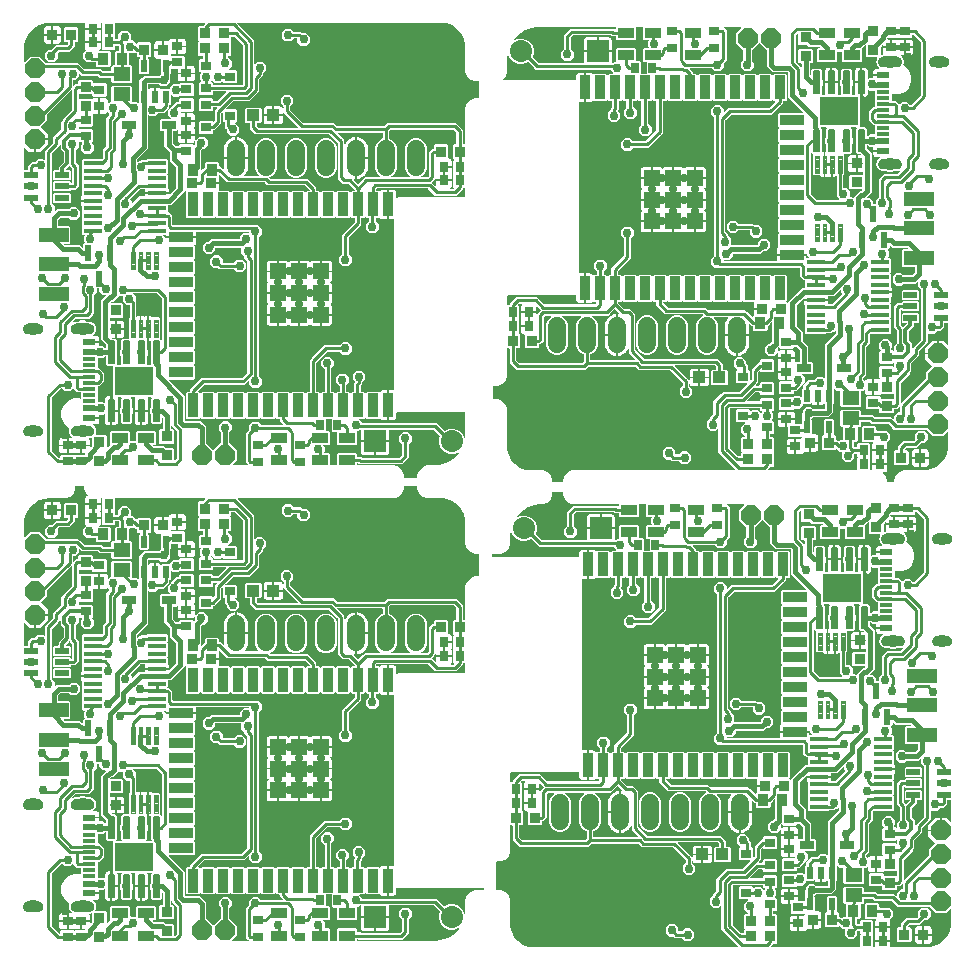
<source format=gbr>
G04 EAGLE Gerber RS-274X export*
G75*
%MOMM*%
%FSLAX34Y34*%
%LPD*%
%INTop Copper*%
%IPPOS*%
%AMOC8*
5,1,8,0,0,1.08239X$1,22.5*%
G01*
%ADD10R,1.100000X1.000000*%
%ADD11R,0.900000X2.000000*%
%ADD12R,2.000000X0.900000*%
%ADD13R,1.330000X1.330000*%
%ADD14C,0.708000*%
%ADD15R,0.900000X0.950000*%
%ADD16R,0.650000X0.900000*%
%ADD17R,1.400000X0.900000*%
%ADD18R,0.900000X0.800000*%
%ADD19R,0.800000X0.940000*%
%ADD20R,1.526000X0.435000*%
%ADD21R,0.900000X0.650000*%
%ADD22R,0.940000X0.800000*%
%ADD23R,2.500000X1.200000*%
%ADD24R,1.200000X0.550000*%
%ADD25C,0.100000*%
%ADD26C,0.150000*%
%ADD27R,3.302000X2.413000*%
%ADD28R,1.140000X0.600000*%
%ADD29R,1.140000X0.300000*%
%ADD30C,1.108000*%
%ADD31R,0.950000X0.900000*%
%ADD32R,1.210000X0.730000*%
%ADD33R,0.558800X1.320800*%
%ADD34R,0.508000X1.320800*%
%ADD35C,1.524000*%
%ADD36P,1.814519X8X22.500000*%
%ADD37P,1.814519X8X292.500000*%
%ADD38R,1.866900X1.866900*%
%ADD39C,1.866900*%
%ADD40R,0.550000X1.050000*%
%ADD41R,1.450000X1.200000*%
%ADD42R,0.900000X1.000000*%
%ADD43P,1.814519X8X202.500000*%
%ADD44P,1.814519X8X112.500000*%
%ADD45C,0.406400*%
%ADD46C,0.254000*%
%ADD47C,0.756400*%
%ADD48C,0.304800*%

G36*
X135500Y246070D02*
X135500Y246070D01*
X135562Y246072D01*
X135584Y246084D01*
X135610Y246089D01*
X135681Y246137D01*
X135714Y246155D01*
X135720Y246163D01*
X135730Y246170D01*
X141112Y251552D01*
X141152Y251616D01*
X141196Y251679D01*
X141198Y251691D01*
X141203Y251699D01*
X141207Y251736D01*
X141223Y251821D01*
X141223Y268879D01*
X141206Y268953D01*
X141193Y269028D01*
X141186Y269038D01*
X141184Y269048D01*
X141160Y269077D01*
X141112Y269148D01*
X136143Y274117D01*
X136143Y281579D01*
X136130Y281636D01*
X136130Y281646D01*
X136126Y281652D01*
X136126Y281653D01*
X136113Y281728D01*
X136106Y281738D01*
X136104Y281748D01*
X136080Y281777D01*
X136032Y281848D01*
X131353Y286527D01*
X131353Y299245D01*
X131342Y299295D01*
X131340Y299346D01*
X131322Y299378D01*
X131314Y299414D01*
X131281Y299453D01*
X131257Y299498D01*
X131227Y299519D01*
X131204Y299547D01*
X131157Y299568D01*
X131115Y299598D01*
X131073Y299606D01*
X131045Y299618D01*
X131015Y299617D01*
X130973Y299625D01*
X128228Y299625D01*
X127335Y300518D01*
X127335Y309082D01*
X128228Y309975D01*
X136262Y309975D01*
X136288Y309981D01*
X136313Y309978D01*
X136371Y310000D01*
X136431Y310014D01*
X136451Y310031D01*
X136475Y310040D01*
X136517Y310085D01*
X136565Y310124D01*
X136575Y310148D01*
X136593Y310167D01*
X136610Y310226D01*
X136636Y310283D01*
X136635Y310308D01*
X136642Y310333D01*
X136631Y310394D01*
X136629Y310456D01*
X136617Y310478D01*
X136612Y310504D01*
X136564Y310575D01*
X136546Y310608D01*
X136538Y310614D01*
X136531Y310624D01*
X134393Y312762D01*
X134393Y317158D01*
X136794Y319559D01*
X136834Y319623D01*
X136878Y319685D01*
X136880Y319697D01*
X136885Y319706D01*
X136889Y319743D01*
X136905Y319828D01*
X136905Y319928D01*
X141432Y324455D01*
X143255Y324455D01*
X143305Y324466D01*
X143356Y324468D01*
X143388Y324486D01*
X143424Y324494D01*
X143463Y324527D01*
X143508Y324551D01*
X143529Y324581D01*
X143557Y324604D01*
X143578Y324651D01*
X143608Y324693D01*
X143616Y324735D01*
X143628Y324763D01*
X143627Y324793D01*
X143635Y324835D01*
X143635Y326292D01*
X144528Y327185D01*
X155192Y327185D01*
X156085Y326292D01*
X156085Y317028D01*
X155192Y316135D01*
X145387Y316135D01*
X145337Y316124D01*
X145286Y316122D01*
X145254Y316104D01*
X145218Y316096D01*
X145179Y316063D01*
X145134Y316039D01*
X145113Y316009D01*
X145085Y315986D01*
X145064Y315939D01*
X145034Y315897D01*
X145026Y315855D01*
X145014Y315827D01*
X145015Y315797D01*
X145007Y315755D01*
X145007Y315181D01*
X145018Y315131D01*
X145020Y315080D01*
X145038Y315048D01*
X145046Y315012D01*
X145079Y314973D01*
X145103Y314928D01*
X145133Y314907D01*
X145156Y314879D01*
X145203Y314858D01*
X145245Y314828D01*
X145287Y314820D01*
X145315Y314808D01*
X145345Y314809D01*
X145387Y314801D01*
X149099Y314801D01*
X149099Y308641D01*
X149110Y308591D01*
X149112Y308540D01*
X149130Y308508D01*
X149138Y308472D01*
X149171Y308433D01*
X149195Y308388D01*
X149225Y308367D01*
X149248Y308339D01*
X149295Y308318D01*
X149337Y308288D01*
X149379Y308280D01*
X149407Y308268D01*
X149437Y308269D01*
X149479Y308261D01*
X149861Y308261D01*
X149861Y308259D01*
X149479Y308259D01*
X149429Y308248D01*
X149378Y308246D01*
X149346Y308228D01*
X149310Y308220D01*
X149271Y308187D01*
X149226Y308163D01*
X149205Y308133D01*
X149177Y308109D01*
X149156Y308063D01*
X149126Y308021D01*
X149118Y307979D01*
X149106Y307951D01*
X149107Y307921D01*
X149099Y307879D01*
X149099Y297021D01*
X142619Y297021D01*
X142619Y299735D01*
X142613Y299760D01*
X142616Y299786D01*
X142594Y299844D01*
X142580Y299904D01*
X142563Y299924D01*
X142554Y299948D01*
X142509Y299990D01*
X142470Y300037D01*
X142446Y300048D01*
X142427Y300065D01*
X142368Y300083D01*
X142311Y300108D01*
X142286Y300107D01*
X142261Y300115D01*
X142200Y300104D01*
X142138Y300102D01*
X142116Y300089D01*
X142090Y300085D01*
X142019Y300037D01*
X141986Y300019D01*
X141980Y300011D01*
X141970Y300004D01*
X141592Y299625D01*
X138847Y299625D01*
X138797Y299614D01*
X138746Y299612D01*
X138714Y299594D01*
X138678Y299586D01*
X138639Y299553D01*
X138594Y299529D01*
X138573Y299499D01*
X138545Y299476D01*
X138524Y299429D01*
X138494Y299387D01*
X138486Y299345D01*
X138474Y299317D01*
X138475Y299287D01*
X138467Y299245D01*
X138467Y289631D01*
X138484Y289557D01*
X138497Y289482D01*
X138504Y289472D01*
X138506Y289462D01*
X138530Y289433D01*
X138578Y289362D01*
X141062Y286878D01*
X141126Y286838D01*
X141189Y286794D01*
X141201Y286792D01*
X141209Y286787D01*
X141246Y286783D01*
X141331Y286767D01*
X143255Y286767D01*
X143305Y286778D01*
X143356Y286780D01*
X143388Y286798D01*
X143424Y286806D01*
X143463Y286839D01*
X143508Y286863D01*
X143529Y286893D01*
X143557Y286916D01*
X143578Y286963D01*
X143608Y287005D01*
X143616Y287047D01*
X143628Y287075D01*
X143627Y287105D01*
X143635Y287147D01*
X143635Y287492D01*
X144528Y288385D01*
X155192Y288385D01*
X156139Y287437D01*
X156183Y287410D01*
X156220Y287375D01*
X156255Y287365D01*
X156286Y287346D01*
X156337Y287341D01*
X156386Y287326D01*
X156422Y287333D01*
X156459Y287329D01*
X156507Y287347D01*
X156557Y287356D01*
X156592Y287380D01*
X156621Y287391D01*
X156642Y287413D01*
X156677Y287437D01*
X157142Y287902D01*
X157182Y287966D01*
X157226Y288029D01*
X157228Y288041D01*
X157233Y288049D01*
X157237Y288086D01*
X157253Y288171D01*
X157253Y290442D01*
X157247Y290467D01*
X157250Y290493D01*
X157228Y290551D01*
X157214Y290611D01*
X157197Y290631D01*
X157188Y290655D01*
X157143Y290697D01*
X157104Y290745D01*
X157080Y290755D01*
X157061Y290773D01*
X157002Y290790D01*
X156945Y290815D01*
X156920Y290814D01*
X156895Y290822D01*
X156834Y290811D01*
X156772Y290809D01*
X156750Y290796D01*
X156724Y290792D01*
X156653Y290744D01*
X156620Y290726D01*
X156614Y290718D01*
X156604Y290711D01*
X156120Y290227D01*
X155541Y289892D01*
X154895Y289719D01*
X150621Y289719D01*
X150621Y295499D01*
X157101Y295499D01*
X157101Y292524D01*
X157107Y292498D01*
X157104Y292473D01*
X157126Y292415D01*
X157140Y292355D01*
X157157Y292335D01*
X157166Y292311D01*
X157211Y292269D01*
X157250Y292221D01*
X157274Y292211D01*
X157293Y292193D01*
X157352Y292176D01*
X157409Y292150D01*
X157434Y292151D01*
X157459Y292144D01*
X157520Y292155D01*
X157582Y292157D01*
X157604Y292169D01*
X157630Y292174D01*
X157701Y292222D01*
X157734Y292240D01*
X157740Y292248D01*
X157750Y292255D01*
X160362Y294867D01*
X164758Y294867D01*
X167867Y291758D01*
X167867Y287362D01*
X164758Y284253D01*
X163711Y284253D01*
X163637Y284236D01*
X163562Y284223D01*
X163552Y284216D01*
X163542Y284214D01*
X163513Y284190D01*
X163442Y284142D01*
X162418Y283118D01*
X162378Y283054D01*
X162334Y282991D01*
X162332Y282979D01*
X162327Y282971D01*
X162323Y282934D01*
X162307Y282849D01*
X162307Y275535D01*
X162278Y275494D01*
X162276Y275482D01*
X162271Y275474D01*
X162267Y275437D01*
X162251Y275352D01*
X162251Y268091D01*
X161966Y267806D01*
X161926Y267741D01*
X161882Y267680D01*
X161880Y267667D01*
X161875Y267659D01*
X161871Y267622D01*
X161855Y267537D01*
X161855Y266491D01*
X161861Y266466D01*
X161858Y266440D01*
X161880Y266383D01*
X161894Y266322D01*
X161911Y266302D01*
X161920Y266278D01*
X161965Y266236D01*
X162004Y266189D01*
X162028Y266178D01*
X162047Y266161D01*
X162106Y266143D01*
X162163Y266118D01*
X162188Y266119D01*
X162213Y266111D01*
X162274Y266122D01*
X162336Y266124D01*
X162358Y266137D01*
X162384Y266141D01*
X162455Y266189D01*
X162488Y266207D01*
X162494Y266215D01*
X162504Y266222D01*
X164028Y267746D01*
X165694Y269412D01*
X165734Y269477D01*
X165778Y269539D01*
X165780Y269551D01*
X165785Y269559D01*
X165789Y269596D01*
X165805Y269681D01*
X165805Y272332D01*
X166698Y273225D01*
X176962Y273225D01*
X177855Y272332D01*
X177855Y269875D01*
X177866Y269825D01*
X177868Y269774D01*
X177886Y269742D01*
X177894Y269706D01*
X177927Y269667D01*
X177951Y269622D01*
X177981Y269601D01*
X178004Y269573D01*
X178051Y269552D01*
X178093Y269522D01*
X178135Y269514D01*
X178163Y269502D01*
X178193Y269503D01*
X178235Y269495D01*
X178958Y269495D01*
X181082Y267370D01*
X181129Y267341D01*
X181171Y267304D01*
X181202Y267296D01*
X181230Y267279D01*
X181285Y267273D01*
X181338Y267259D01*
X181370Y267265D01*
X181402Y267262D01*
X181454Y267282D01*
X181508Y267292D01*
X181534Y267312D01*
X181564Y267324D01*
X181602Y267364D01*
X181645Y267398D01*
X181660Y267427D01*
X181682Y267451D01*
X181697Y267504D01*
X181722Y267554D01*
X181723Y267591D01*
X181731Y267617D01*
X181725Y267650D01*
X181727Y267698D01*
X181609Y268440D01*
X181609Y276099D01*
X191389Y276099D01*
X191439Y276110D01*
X191490Y276112D01*
X191522Y276130D01*
X191558Y276138D01*
X191597Y276171D01*
X191642Y276195D01*
X191663Y276225D01*
X191691Y276248D01*
X191712Y276295D01*
X191741Y276337D01*
X191750Y276379D01*
X191762Y276407D01*
X191761Y276437D01*
X191769Y276479D01*
X191769Y276861D01*
X191771Y276861D01*
X191771Y276479D01*
X191783Y276429D01*
X191784Y276378D01*
X191802Y276346D01*
X191810Y276310D01*
X191843Y276271D01*
X191867Y276226D01*
X191897Y276205D01*
X191921Y276177D01*
X191967Y276156D01*
X192009Y276126D01*
X192051Y276118D01*
X192079Y276106D01*
X192109Y276107D01*
X192151Y276099D01*
X201931Y276099D01*
X201931Y268440D01*
X201681Y266861D01*
X201186Y265340D01*
X200460Y263915D01*
X199520Y262621D01*
X199169Y262270D01*
X199156Y262248D01*
X199136Y262232D01*
X199110Y262175D01*
X199078Y262123D01*
X199075Y262097D01*
X199065Y262073D01*
X199067Y262012D01*
X199061Y261950D01*
X199070Y261926D01*
X199071Y261900D01*
X199101Y261846D01*
X199123Y261788D01*
X199142Y261771D01*
X199154Y261748D01*
X199205Y261713D01*
X199250Y261671D01*
X199275Y261663D01*
X199296Y261648D01*
X199380Y261632D01*
X199416Y261621D01*
X199426Y261623D01*
X199438Y261621D01*
X210939Y261621D01*
X210964Y261627D01*
X210989Y261624D01*
X211047Y261646D01*
X211107Y261660D01*
X211127Y261677D01*
X211151Y261686D01*
X211193Y261731D01*
X211241Y261770D01*
X211252Y261794D01*
X211269Y261813D01*
X211287Y261872D01*
X211312Y261929D01*
X211311Y261954D01*
X211318Y261979D01*
X211308Y262040D01*
X211305Y262102D01*
X211293Y262124D01*
X211289Y262150D01*
X211240Y262221D01*
X211223Y262254D01*
X211214Y262260D01*
X211208Y262270D01*
X209417Y264060D01*
X208025Y267421D01*
X208025Y286299D01*
X209417Y289660D01*
X211990Y292233D01*
X215351Y293625D01*
X218989Y293625D01*
X222350Y292233D01*
X224923Y289660D01*
X226315Y286299D01*
X226315Y267421D01*
X224923Y264060D01*
X222350Y261487D01*
X220305Y260641D01*
X220274Y260618D01*
X220238Y260604D01*
X220205Y260568D01*
X220165Y260540D01*
X220147Y260506D01*
X220120Y260477D01*
X220106Y260430D01*
X220083Y260387D01*
X220082Y260348D01*
X220071Y260311D01*
X220080Y260263D01*
X220078Y260213D01*
X220094Y260178D01*
X220101Y260140D01*
X220135Y260090D01*
X220151Y260056D01*
X220167Y260043D01*
X220182Y260020D01*
X220330Y259872D01*
X220756Y259446D01*
X220821Y259406D01*
X220883Y259362D01*
X220895Y259360D01*
X220903Y259355D01*
X220940Y259351D01*
X221025Y259335D01*
X252618Y259335D01*
X259865Y252088D01*
X259865Y249305D01*
X259876Y249255D01*
X259878Y249204D01*
X259896Y249172D01*
X259904Y249136D01*
X259937Y249097D01*
X259961Y249052D01*
X259991Y249031D01*
X260014Y249003D01*
X260061Y248982D01*
X260103Y248952D01*
X260145Y248944D01*
X260173Y248932D01*
X260203Y248933D01*
X260245Y248925D01*
X262202Y248925D01*
X263151Y247975D01*
X263194Y247948D01*
X263232Y247914D01*
X263267Y247903D01*
X263298Y247884D01*
X263349Y247879D01*
X263398Y247864D01*
X263434Y247871D01*
X263471Y247867D01*
X263518Y247885D01*
X263569Y247894D01*
X263604Y247918D01*
X263633Y247929D01*
X263654Y247951D01*
X263689Y247975D01*
X264638Y248925D01*
X274902Y248925D01*
X275851Y247975D01*
X275894Y247948D01*
X275932Y247914D01*
X275967Y247903D01*
X275998Y247884D01*
X276049Y247879D01*
X276098Y247864D01*
X276134Y247871D01*
X276171Y247867D01*
X276218Y247885D01*
X276269Y247894D01*
X276304Y247918D01*
X276333Y247929D01*
X276354Y247951D01*
X276389Y247975D01*
X277338Y248925D01*
X287602Y248925D01*
X288551Y247975D01*
X288594Y247948D01*
X288632Y247914D01*
X288667Y247903D01*
X288698Y247884D01*
X288749Y247879D01*
X288798Y247864D01*
X288834Y247871D01*
X288871Y247867D01*
X288918Y247885D01*
X288969Y247894D01*
X289004Y247918D01*
X289033Y247929D01*
X289054Y247951D01*
X289089Y247975D01*
X290038Y248925D01*
X291995Y248925D01*
X292045Y248936D01*
X292096Y248938D01*
X292128Y248956D01*
X292164Y248964D01*
X292203Y248997D01*
X292248Y249021D01*
X292269Y249051D01*
X292297Y249074D01*
X292318Y249121D01*
X292348Y249163D01*
X292356Y249205D01*
X292368Y249233D01*
X292367Y249263D01*
X292375Y249305D01*
X292375Y249615D01*
X292363Y249667D01*
X292362Y249705D01*
X292352Y249722D01*
X292345Y249764D01*
X292338Y249774D01*
X292336Y249784D01*
X292312Y249812D01*
X292264Y249884D01*
X287244Y254904D01*
X287179Y254944D01*
X287117Y254988D01*
X287105Y254990D01*
X287097Y254995D01*
X287060Y254999D01*
X286975Y255015D01*
X282052Y255015D01*
X277875Y259192D01*
X277875Y289515D01*
X277858Y289589D01*
X277845Y289664D01*
X277838Y289674D01*
X277836Y289684D01*
X277812Y289712D01*
X277764Y289784D01*
X270734Y296814D01*
X270669Y296854D01*
X270607Y296898D01*
X270595Y296900D01*
X270587Y296905D01*
X270550Y296909D01*
X270465Y296925D01*
X208392Y296925D01*
X203725Y301592D01*
X203725Y306025D01*
X203714Y306075D01*
X203712Y306126D01*
X203694Y306158D01*
X203686Y306194D01*
X203653Y306233D01*
X203629Y306278D01*
X203599Y306299D01*
X203576Y306327D01*
X203529Y306348D01*
X203487Y306378D01*
X203445Y306386D01*
X203417Y306398D01*
X203387Y306397D01*
X203345Y306405D01*
X200388Y306405D01*
X199495Y307298D01*
X199495Y318562D01*
X200388Y319455D01*
X212652Y319455D01*
X213545Y318562D01*
X213545Y307298D01*
X212652Y306405D01*
X209695Y306405D01*
X209645Y306394D01*
X209594Y306392D01*
X209562Y306374D01*
X209526Y306366D01*
X209487Y306333D01*
X209442Y306309D01*
X209421Y306279D01*
X209393Y306256D01*
X209372Y306209D01*
X209342Y306167D01*
X209334Y306125D01*
X209322Y306097D01*
X209323Y306067D01*
X209315Y306025D01*
X209315Y304065D01*
X209332Y303991D01*
X209345Y303916D01*
X209352Y303906D01*
X209354Y303896D01*
X209378Y303868D01*
X209426Y303796D01*
X210596Y302626D01*
X210661Y302586D01*
X210723Y302542D01*
X210735Y302540D01*
X210743Y302535D01*
X210780Y302531D01*
X210865Y302515D01*
X243795Y302515D01*
X243820Y302521D01*
X243846Y302518D01*
X243903Y302540D01*
X243964Y302554D01*
X243984Y302571D01*
X244008Y302580D01*
X244050Y302625D01*
X244097Y302664D01*
X244108Y302688D01*
X244125Y302707D01*
X244143Y302766D01*
X244168Y302823D01*
X244167Y302848D01*
X244175Y302873D01*
X244164Y302934D01*
X244162Y302996D01*
X244149Y303018D01*
X244145Y303044D01*
X244097Y303115D01*
X244079Y303148D01*
X244071Y303154D01*
X244064Y303164D01*
X232210Y315018D01*
X232188Y315031D01*
X232172Y315051D01*
X232115Y315077D01*
X232063Y315109D01*
X232037Y315112D01*
X232013Y315122D01*
X231952Y315120D01*
X231890Y315126D01*
X231866Y315117D01*
X231840Y315116D01*
X231786Y315086D01*
X231728Y315064D01*
X231711Y315045D01*
X231688Y315033D01*
X231653Y314982D01*
X231611Y314937D01*
X231603Y314912D01*
X231588Y314891D01*
X231572Y314807D01*
X231561Y314771D01*
X231563Y314761D01*
X231561Y314749D01*
X231561Y313691D01*
X224281Y313691D01*
X224281Y320471D01*
X229355Y320471D01*
X230001Y320298D01*
X230580Y319963D01*
X231053Y319490D01*
X231388Y318911D01*
X231408Y318836D01*
X231426Y318802D01*
X231434Y318765D01*
X231466Y318727D01*
X231489Y318683D01*
X231520Y318661D01*
X231544Y318632D01*
X231590Y318611D01*
X231631Y318582D01*
X231668Y318576D01*
X231703Y318561D01*
X231752Y318563D01*
X231802Y318555D01*
X231838Y318566D01*
X231876Y318567D01*
X231919Y318591D01*
X231967Y318606D01*
X231995Y318632D01*
X232028Y318650D01*
X232057Y318691D01*
X232093Y318725D01*
X232106Y318761D01*
X232128Y318792D01*
X232139Y318852D01*
X232152Y318888D01*
X232151Y318911D01*
X232155Y318934D01*
X232155Y320252D01*
X232138Y320326D01*
X232125Y320401D01*
X232118Y320411D01*
X232116Y320421D01*
X232092Y320450D01*
X232044Y320521D01*
X229643Y322922D01*
X229643Y327318D01*
X232752Y330427D01*
X237148Y330427D01*
X240257Y327318D01*
X240257Y322922D01*
X237856Y320521D01*
X237816Y320457D01*
X237772Y320395D01*
X237770Y320383D01*
X237765Y320374D01*
X237761Y320337D01*
X237745Y320252D01*
X237745Y317545D01*
X237762Y317471D01*
X237775Y317396D01*
X237782Y317386D01*
X237784Y317376D01*
X237808Y317348D01*
X237856Y317276D01*
X248442Y306690D01*
X248507Y306650D01*
X248569Y306606D01*
X248581Y306604D01*
X248589Y306599D01*
X248626Y306595D01*
X248711Y306579D01*
X274621Y306579D01*
X277304Y303896D01*
X277368Y303856D01*
X277430Y303812D01*
X277442Y303810D01*
X277451Y303805D01*
X277488Y303801D01*
X277573Y303785D01*
X317455Y303785D01*
X317529Y303802D01*
X317604Y303815D01*
X317614Y303822D01*
X317624Y303824D01*
X317652Y303848D01*
X317724Y303896D01*
X320152Y306325D01*
X378348Y306325D01*
X384175Y300498D01*
X384175Y288595D01*
X384186Y288545D01*
X384188Y288494D01*
X384206Y288462D01*
X384214Y288426D01*
X384247Y288387D01*
X384271Y288342D01*
X384301Y288321D01*
X384324Y288293D01*
X384371Y288272D01*
X384413Y288242D01*
X384455Y288234D01*
X384483Y288222D01*
X384513Y288223D01*
X384555Y288215D01*
X385699Y288215D01*
X385749Y288226D01*
X385800Y288228D01*
X385832Y288246D01*
X385868Y288254D01*
X385907Y288287D01*
X385952Y288311D01*
X385973Y288341D01*
X386001Y288364D01*
X386022Y288411D01*
X386052Y288453D01*
X386060Y288495D01*
X386072Y288523D01*
X386071Y288553D01*
X386079Y288595D01*
X386079Y316981D01*
X387626Y320716D01*
X390484Y323574D01*
X394219Y325121D01*
X397510Y325121D01*
X397560Y325132D01*
X397611Y325134D01*
X397643Y325152D01*
X397679Y325160D01*
X397718Y325193D01*
X397763Y325217D01*
X397784Y325247D01*
X397812Y325270D01*
X397833Y325317D01*
X397863Y325359D01*
X397871Y325401D01*
X397883Y325429D01*
X397882Y325459D01*
X397890Y325501D01*
X397890Y343789D01*
X397879Y343839D01*
X397877Y343890D01*
X397859Y343922D01*
X397851Y343958D01*
X397818Y343997D01*
X397794Y344042D01*
X397764Y344063D01*
X397741Y344091D01*
X397694Y344112D01*
X397652Y344142D01*
X397610Y344150D01*
X397582Y344162D01*
X397552Y344161D01*
X397510Y344169D01*
X394219Y344169D01*
X390484Y345716D01*
X387626Y348574D01*
X386079Y352309D01*
X386079Y367820D01*
X386071Y367856D01*
X386059Y367943D01*
X385971Y368200D01*
X386078Y369882D01*
X386077Y369893D01*
X386079Y369906D01*
X386079Y371615D01*
X386098Y371713D01*
X386096Y372775D01*
X386089Y372805D01*
X386089Y372849D01*
X385094Y377806D01*
X385080Y377837D01*
X385079Y377849D01*
X385073Y377862D01*
X385062Y377900D01*
X382819Y382430D01*
X382794Y382459D01*
X382763Y382512D01*
X379424Y386307D01*
X379393Y386329D01*
X379349Y386372D01*
X375141Y389174D01*
X375105Y389187D01*
X375052Y389218D01*
X370262Y390834D01*
X370231Y390837D01*
X370189Y390851D01*
X367842Y391156D01*
X367821Y391154D01*
X367793Y391159D01*
X353579Y391159D01*
X349844Y392706D01*
X346986Y395564D01*
X345439Y399299D01*
X345439Y401320D01*
X345428Y401370D01*
X345426Y401421D01*
X345408Y401453D01*
X345400Y401489D01*
X345367Y401528D01*
X345343Y401573D01*
X345313Y401594D01*
X345290Y401622D01*
X345243Y401643D01*
X345201Y401673D01*
X345159Y401681D01*
X345131Y401693D01*
X345101Y401692D01*
X345059Y401700D01*
X334391Y401700D01*
X334341Y401689D01*
X334290Y401687D01*
X334258Y401669D01*
X334222Y401661D01*
X334183Y401628D01*
X334138Y401604D01*
X334117Y401574D01*
X334089Y401551D01*
X334068Y401504D01*
X334038Y401462D01*
X334030Y401420D01*
X334018Y401392D01*
X334019Y401362D01*
X334011Y401320D01*
X334011Y399299D01*
X332464Y395564D01*
X329606Y392706D01*
X325871Y391159D01*
X193498Y391159D01*
X193473Y391153D01*
X193448Y391156D01*
X193390Y391134D01*
X193330Y391120D01*
X193310Y391103D01*
X193286Y391094D01*
X193244Y391049D01*
X193196Y391010D01*
X193186Y390986D01*
X193168Y390967D01*
X193150Y390908D01*
X193125Y390851D01*
X193126Y390826D01*
X193119Y390801D01*
X193129Y390740D01*
X193132Y390678D01*
X193144Y390656D01*
X193149Y390630D01*
X193197Y390559D01*
X193215Y390526D01*
X193223Y390520D01*
X193230Y390510D01*
X207519Y376221D01*
X207519Y356912D01*
X207525Y356886D01*
X207522Y356861D01*
X207544Y356803D01*
X207558Y356743D01*
X207575Y356723D01*
X207584Y356699D01*
X207629Y356657D01*
X207668Y356609D01*
X207692Y356599D01*
X207711Y356581D01*
X207770Y356564D01*
X207827Y356538D01*
X207852Y356539D01*
X207877Y356532D01*
X207938Y356543D01*
X208000Y356545D01*
X208022Y356557D01*
X208048Y356562D01*
X208119Y356610D01*
X208152Y356628D01*
X208158Y356636D01*
X208168Y356643D01*
X209892Y358367D01*
X214288Y358367D01*
X217397Y355258D01*
X217397Y350862D01*
X214996Y348461D01*
X214956Y348397D01*
X214912Y348335D01*
X214910Y348323D01*
X214905Y348314D01*
X214901Y348277D01*
X214885Y348192D01*
X214885Y346822D01*
X213136Y345074D01*
X211694Y343632D01*
X211654Y343567D01*
X211610Y343505D01*
X211608Y343493D01*
X211603Y343485D01*
X211599Y343448D01*
X211583Y343363D01*
X211583Y333296D01*
X209834Y331547D01*
X205053Y326766D01*
X203304Y325017D01*
X189689Y325017D01*
X189615Y325000D01*
X189540Y324987D01*
X189530Y324980D01*
X189520Y324978D01*
X189491Y324954D01*
X189420Y324906D01*
X183108Y318594D01*
X183094Y318572D01*
X183074Y318556D01*
X183049Y318499D01*
X183016Y318447D01*
X183014Y318421D01*
X183003Y318397D01*
X183006Y318336D01*
X183000Y318274D01*
X183009Y318250D01*
X183010Y318224D01*
X183039Y318170D01*
X183061Y318112D01*
X183080Y318095D01*
X183093Y318072D01*
X183143Y318037D01*
X183188Y317995D01*
X183213Y317987D01*
X183234Y317972D01*
X183319Y317956D01*
X183355Y317945D01*
X183364Y317947D01*
X183376Y317945D01*
X191662Y317945D01*
X192555Y317052D01*
X192555Y307788D01*
X191635Y306869D01*
X191579Y306856D01*
X191559Y306839D01*
X191535Y306830D01*
X191493Y306785D01*
X191445Y306746D01*
X191435Y306722D01*
X191417Y306703D01*
X191400Y306644D01*
X191374Y306587D01*
X191375Y306562D01*
X191368Y306537D01*
X191379Y306476D01*
X191381Y306414D01*
X191393Y306392D01*
X191398Y306366D01*
X191446Y306295D01*
X191464Y306262D01*
X191472Y306256D01*
X191479Y306246D01*
X194537Y303188D01*
X194537Y298792D01*
X191428Y295683D01*
X187032Y295683D01*
X183923Y298792D01*
X183923Y300917D01*
X183906Y300991D01*
X183893Y301066D01*
X183886Y301076D01*
X183884Y301086D01*
X183860Y301114D01*
X183812Y301186D01*
X182625Y302372D01*
X182625Y306515D01*
X182614Y306565D01*
X182612Y306616D01*
X182594Y306648D01*
X182586Y306684D01*
X182553Y306723D01*
X182529Y306768D01*
X182499Y306789D01*
X182476Y306817D01*
X182429Y306838D01*
X182387Y306868D01*
X182345Y306876D01*
X182317Y306888D01*
X182287Y306887D01*
X182245Y306895D01*
X181398Y306895D01*
X180505Y307788D01*
X180505Y315074D01*
X180499Y315099D01*
X180502Y315124D01*
X180480Y315182D01*
X180466Y315242D01*
X180449Y315262D01*
X180440Y315286D01*
X180395Y315328D01*
X180356Y315376D01*
X180332Y315387D01*
X180313Y315404D01*
X180254Y315422D01*
X180197Y315447D01*
X180172Y315446D01*
X180147Y315453D01*
X180086Y315443D01*
X180024Y315440D01*
X180002Y315428D01*
X179976Y315423D01*
X179905Y315375D01*
X179872Y315357D01*
X179866Y315349D01*
X179856Y315342D01*
X179436Y314922D01*
X179396Y314858D01*
X179352Y314796D01*
X179350Y314784D01*
X179345Y314775D01*
X179341Y314738D01*
X179335Y314707D01*
X179332Y314699D01*
X179332Y314691D01*
X179325Y314653D01*
X179325Y306182D01*
X173268Y300125D01*
X172935Y300125D01*
X172885Y300114D01*
X172834Y300112D01*
X172802Y300094D01*
X172766Y300086D01*
X172727Y300053D01*
X172682Y300029D01*
X172661Y299999D01*
X172633Y299976D01*
X172612Y299929D01*
X172582Y299887D01*
X172574Y299845D01*
X172562Y299817D01*
X172563Y299787D01*
X172555Y299745D01*
X172555Y298288D01*
X171662Y297395D01*
X161398Y297395D01*
X160505Y298288D01*
X160505Y307552D01*
X161398Y308445D01*
X171662Y308445D01*
X172403Y307703D01*
X172446Y307676D01*
X172484Y307642D01*
X172519Y307631D01*
X172550Y307612D01*
X172601Y307607D01*
X172650Y307592D01*
X172686Y307599D01*
X172723Y307595D01*
X172770Y307613D01*
X172821Y307622D01*
X172856Y307646D01*
X172885Y307657D01*
X172905Y307679D01*
X172941Y307703D01*
X173624Y308386D01*
X173664Y308451D01*
X173708Y308513D01*
X173710Y308525D01*
X173715Y308533D01*
X173719Y308570D01*
X173735Y308655D01*
X173735Y317126D01*
X175740Y319131D01*
X175753Y319153D01*
X175773Y319169D01*
X175799Y319225D01*
X175831Y319278D01*
X175834Y319304D01*
X175844Y319327D01*
X175842Y319389D01*
X175848Y319450D01*
X175839Y319475D01*
X175838Y319500D01*
X175808Y319555D01*
X175786Y319612D01*
X175767Y319630D01*
X175755Y319653D01*
X175704Y319688D01*
X175659Y319730D01*
X175634Y319737D01*
X175613Y319752D01*
X175529Y319769D01*
X175493Y319779D01*
X175483Y319778D01*
X175471Y319780D01*
X172935Y319780D01*
X172885Y319768D01*
X172834Y319766D01*
X172802Y319749D01*
X172766Y319740D01*
X172727Y319708D01*
X172682Y319684D01*
X172661Y319654D01*
X172633Y319630D01*
X172612Y319584D01*
X172582Y319542D01*
X172574Y319500D01*
X172562Y319472D01*
X172563Y319442D01*
X172555Y319400D01*
X172555Y317288D01*
X171662Y316395D01*
X161398Y316395D01*
X160505Y317288D01*
X160505Y326552D01*
X161398Y327445D01*
X171662Y327445D01*
X172555Y326552D01*
X172555Y325750D01*
X172566Y325700D01*
X172568Y325649D01*
X172586Y325617D01*
X172594Y325581D01*
X172627Y325542D01*
X172651Y325497D01*
X172681Y325476D01*
X172704Y325447D01*
X172751Y325426D01*
X172793Y325397D01*
X172835Y325389D01*
X172863Y325376D01*
X172893Y325378D01*
X172935Y325369D01*
X176074Y325369D01*
X176148Y325387D01*
X176222Y325400D01*
X176232Y325407D01*
X176242Y325409D01*
X176271Y325433D01*
X176342Y325481D01*
X183358Y332496D01*
X183371Y332518D01*
X183391Y332534D01*
X183417Y332591D01*
X183449Y332643D01*
X183452Y332669D01*
X183462Y332693D01*
X183460Y332754D01*
X183466Y332816D01*
X183457Y332840D01*
X183456Y332866D01*
X183426Y332920D01*
X183404Y332978D01*
X183385Y332995D01*
X183373Y333018D01*
X183322Y333053D01*
X183277Y333095D01*
X183252Y333103D01*
X183231Y333118D01*
X183147Y333134D01*
X183111Y333145D01*
X183101Y333143D01*
X183089Y333145D01*
X172935Y333145D01*
X172885Y333134D01*
X172834Y333132D01*
X172802Y333114D01*
X172766Y333106D01*
X172727Y333073D01*
X172682Y333049D01*
X172661Y333019D01*
X172633Y332996D01*
X172612Y332949D01*
X172582Y332907D01*
X172574Y332865D01*
X172562Y332837D01*
X172563Y332807D01*
X172555Y332765D01*
X172555Y331308D01*
X171662Y330415D01*
X161398Y330415D01*
X160505Y331308D01*
X160505Y340572D01*
X161398Y341465D01*
X161922Y341465D01*
X161948Y341471D01*
X161973Y341468D01*
X162031Y341490D01*
X162091Y341504D01*
X162111Y341521D01*
X162135Y341530D01*
X162177Y341575D01*
X162225Y341614D01*
X162235Y341638D01*
X162253Y341657D01*
X162270Y341716D01*
X162296Y341773D01*
X162295Y341798D01*
X162302Y341823D01*
X162291Y341884D01*
X162289Y341946D01*
X162277Y341968D01*
X162272Y341994D01*
X162224Y342065D01*
X162206Y342098D01*
X162198Y342104D01*
X162191Y342114D01*
X161063Y343242D01*
X161063Y347638D01*
X162191Y348766D01*
X162205Y348788D01*
X162225Y348804D01*
X162250Y348861D01*
X162283Y348913D01*
X162285Y348939D01*
X162296Y348963D01*
X162293Y349024D01*
X162299Y349086D01*
X162290Y349110D01*
X162289Y349136D01*
X162260Y349190D01*
X162238Y349248D01*
X162219Y349265D01*
X162206Y349288D01*
X162156Y349323D01*
X162111Y349365D01*
X162086Y349373D01*
X162065Y349388D01*
X161980Y349404D01*
X161944Y349415D01*
X161934Y349413D01*
X161922Y349415D01*
X161398Y349415D01*
X160505Y350308D01*
X160505Y359572D01*
X161398Y360465D01*
X163355Y360465D01*
X163405Y360476D01*
X163456Y360478D01*
X163488Y360496D01*
X163524Y360504D01*
X163563Y360537D01*
X163608Y360561D01*
X163629Y360591D01*
X163657Y360614D01*
X163678Y360661D01*
X163708Y360703D01*
X163716Y360745D01*
X163728Y360773D01*
X163727Y360803D01*
X163735Y360845D01*
X163735Y362915D01*
X163724Y362965D01*
X163722Y363016D01*
X163704Y363048D01*
X163696Y363084D01*
X163663Y363123D01*
X163639Y363168D01*
X163609Y363189D01*
X163586Y363217D01*
X163539Y363238D01*
X163497Y363268D01*
X163455Y363276D01*
X163427Y363288D01*
X163397Y363287D01*
X163355Y363295D01*
X160858Y363295D01*
X159965Y364188D01*
X159965Y374952D01*
X160665Y375651D01*
X160692Y375694D01*
X160726Y375732D01*
X160737Y375767D01*
X160756Y375798D01*
X160761Y375849D01*
X160776Y375898D01*
X160769Y375934D01*
X160773Y375971D01*
X160755Y376018D01*
X160746Y376069D01*
X160722Y376104D01*
X160711Y376133D01*
X160689Y376154D01*
X160665Y376189D01*
X159965Y376888D01*
X159965Y387652D01*
X160858Y388545D01*
X163455Y388545D01*
X163529Y388562D01*
X163604Y388575D01*
X163614Y388582D01*
X163624Y388584D01*
X163652Y388608D01*
X163724Y388656D01*
X165578Y390510D01*
X165591Y390532D01*
X165611Y390548D01*
X165637Y390605D01*
X165669Y390657D01*
X165672Y390683D01*
X165682Y390707D01*
X165680Y390768D01*
X165686Y390830D01*
X165677Y390854D01*
X165676Y390880D01*
X165646Y390934D01*
X165624Y390992D01*
X165605Y391009D01*
X165593Y391032D01*
X165542Y391067D01*
X165497Y391109D01*
X165472Y391117D01*
X165451Y391132D01*
X165367Y391148D01*
X165331Y391159D01*
X165321Y391157D01*
X165309Y391159D01*
X90075Y391159D01*
X90025Y391148D01*
X89974Y391146D01*
X89942Y391128D01*
X89906Y391120D01*
X89867Y391087D01*
X89822Y391063D01*
X89801Y391033D01*
X89773Y391010D01*
X89752Y390963D01*
X89722Y390921D01*
X89714Y390879D01*
X89702Y390851D01*
X89703Y390821D01*
X89695Y390779D01*
X89695Y380748D01*
X89580Y380634D01*
X89553Y380591D01*
X89519Y380553D01*
X89508Y380518D01*
X89489Y380487D01*
X89484Y380436D01*
X89469Y380387D01*
X89476Y380351D01*
X89472Y380314D01*
X89490Y380267D01*
X89499Y380216D01*
X89523Y380181D01*
X89534Y380152D01*
X89556Y380132D01*
X89580Y380096D01*
X89695Y379982D01*
X89695Y377825D01*
X89706Y377775D01*
X89708Y377724D01*
X89726Y377692D01*
X89734Y377656D01*
X89767Y377617D01*
X89791Y377572D01*
X89821Y377551D01*
X89844Y377523D01*
X89891Y377502D01*
X89933Y377472D01*
X89975Y377464D01*
X90003Y377452D01*
X90033Y377453D01*
X90075Y377445D01*
X91702Y377445D01*
X91776Y377462D01*
X91851Y377475D01*
X91861Y377482D01*
X91871Y377484D01*
X91900Y377508D01*
X91971Y377556D01*
X92200Y377784D01*
X92240Y377849D01*
X92283Y377911D01*
X92286Y377923D01*
X92291Y377931D01*
X92294Y377968D01*
X92311Y378053D01*
X92311Y381448D01*
X95419Y384557D01*
X99816Y384557D01*
X102924Y381448D01*
X102924Y377052D01*
X102814Y376942D01*
X102801Y376920D01*
X102781Y376904D01*
X102756Y376847D01*
X102723Y376795D01*
X102720Y376769D01*
X102710Y376745D01*
X102712Y376684D01*
X102706Y376622D01*
X102716Y376598D01*
X102717Y376572D01*
X102746Y376518D01*
X102768Y376460D01*
X102787Y376443D01*
X102799Y376420D01*
X102850Y376385D01*
X102895Y376343D01*
X102920Y376335D01*
X102941Y376320D01*
X103025Y376304D01*
X103061Y376293D01*
X103071Y376295D01*
X103083Y376293D01*
X104404Y376293D01*
X107246Y373451D01*
X107268Y373437D01*
X107284Y373417D01*
X107341Y373392D01*
X107393Y373359D01*
X107419Y373357D01*
X107443Y373346D01*
X107504Y373349D01*
X107566Y373343D01*
X107590Y373352D01*
X107616Y373353D01*
X107670Y373382D01*
X107728Y373404D01*
X107745Y373423D01*
X107768Y373436D01*
X107803Y373486D01*
X107845Y373531D01*
X107853Y373556D01*
X107868Y373577D01*
X107884Y373662D01*
X107888Y373674D01*
X108788Y374575D01*
X119052Y374575D01*
X119945Y373682D01*
X119945Y362918D01*
X119052Y362025D01*
X117369Y362025D01*
X117344Y362019D01*
X117318Y362022D01*
X117260Y362000D01*
X117200Y361986D01*
X117180Y361969D01*
X117156Y361960D01*
X117114Y361915D01*
X117067Y361876D01*
X117056Y361852D01*
X117039Y361833D01*
X117021Y361774D01*
X116996Y361717D01*
X116997Y361692D01*
X116989Y361667D01*
X117000Y361606D01*
X117002Y361544D01*
X117015Y361522D01*
X117019Y361496D01*
X117067Y361425D01*
X117085Y361392D01*
X117093Y361386D01*
X117100Y361376D01*
X117965Y360512D01*
X117965Y348748D01*
X117072Y347855D01*
X110308Y347855D01*
X109415Y348748D01*
X109415Y360512D01*
X110280Y361376D01*
X110293Y361398D01*
X110313Y361414D01*
X110339Y361471D01*
X110371Y361523D01*
X110374Y361549D01*
X110384Y361573D01*
X110382Y361634D01*
X110388Y361696D01*
X110379Y361720D01*
X110378Y361746D01*
X110348Y361800D01*
X110326Y361858D01*
X110307Y361875D01*
X110295Y361898D01*
X110244Y361933D01*
X110199Y361975D01*
X110174Y361983D01*
X110153Y361998D01*
X110069Y362014D01*
X110033Y362025D01*
X110023Y362023D01*
X110011Y362025D01*
X108788Y362025D01*
X107895Y362918D01*
X107895Y365125D01*
X107884Y365175D01*
X107882Y365226D01*
X107864Y365258D01*
X107856Y365294D01*
X107823Y365333D01*
X107799Y365378D01*
X107769Y365399D01*
X107746Y365427D01*
X107699Y365448D01*
X107657Y365478D01*
X107615Y365486D01*
X107587Y365498D01*
X107557Y365497D01*
X107515Y365505D01*
X106792Y365505D01*
X105780Y366518D01*
X105737Y366544D01*
X105699Y366579D01*
X105664Y366590D01*
X105633Y366609D01*
X105582Y366614D01*
X105533Y366628D01*
X105497Y366622D01*
X105460Y366625D01*
X105413Y366607D01*
X105362Y366599D01*
X105327Y366575D01*
X105299Y366564D01*
X105278Y366541D01*
X105242Y366518D01*
X104404Y365679D01*
X102035Y365679D01*
X101985Y365668D01*
X101934Y365666D01*
X101902Y365648D01*
X101866Y365640D01*
X101827Y365607D01*
X101782Y365583D01*
X101761Y365553D01*
X101733Y365530D01*
X101712Y365483D01*
X101682Y365441D01*
X101674Y365399D01*
X101662Y365371D01*
X101663Y365341D01*
X101655Y365299D01*
X101655Y355495D01*
X101666Y355445D01*
X101668Y355394D01*
X101686Y355362D01*
X101694Y355326D01*
X101727Y355287D01*
X101751Y355242D01*
X101781Y355221D01*
X101804Y355193D01*
X101851Y355172D01*
X101893Y355142D01*
X101935Y355134D01*
X101963Y355122D01*
X101993Y355123D01*
X102035Y355115D01*
X103132Y355115D01*
X104025Y354222D01*
X104025Y340958D01*
X103132Y340065D01*
X87368Y340065D01*
X86475Y340958D01*
X86475Y344415D01*
X86464Y344465D01*
X86462Y344516D01*
X86444Y344548D01*
X86436Y344584D01*
X86403Y344623D01*
X86379Y344668D01*
X86349Y344689D01*
X86326Y344717D01*
X86279Y344738D01*
X86237Y344768D01*
X86195Y344776D01*
X86167Y344788D01*
X86137Y344787D01*
X86095Y344795D01*
X76702Y344795D01*
X75154Y346344D01*
X75089Y346384D01*
X75027Y346428D01*
X75015Y346430D01*
X75007Y346435D01*
X74970Y346439D01*
X74885Y346455D01*
X61072Y346455D01*
X59494Y348034D01*
X59472Y348047D01*
X59456Y348067D01*
X59399Y348093D01*
X59347Y348125D01*
X59321Y348128D01*
X59297Y348138D01*
X59236Y348136D01*
X59174Y348142D01*
X59150Y348133D01*
X59124Y348132D01*
X59070Y348102D01*
X59012Y348080D01*
X58995Y348061D01*
X58972Y348049D01*
X58937Y347998D01*
X58895Y347953D01*
X58887Y347928D01*
X58872Y347907D01*
X58856Y347823D01*
X58845Y347787D01*
X58847Y347777D01*
X58845Y347765D01*
X58845Y345556D01*
X55736Y342447D01*
X54173Y342447D01*
X54123Y342436D01*
X54072Y342434D01*
X54040Y342416D01*
X54004Y342408D01*
X53965Y342375D01*
X53920Y342351D01*
X53899Y342321D01*
X53871Y342298D01*
X53850Y342251D01*
X53820Y342209D01*
X53812Y342167D01*
X53800Y342139D01*
X53801Y342109D01*
X53793Y342067D01*
X53793Y338063D01*
X53799Y338038D01*
X53796Y338012D01*
X53818Y337955D01*
X53832Y337894D01*
X53849Y337874D01*
X53858Y337850D01*
X53903Y337808D01*
X53942Y337761D01*
X53966Y337750D01*
X53985Y337733D01*
X54044Y337715D01*
X54101Y337690D01*
X54126Y337691D01*
X54151Y337683D01*
X54212Y337694D01*
X54274Y337696D01*
X54296Y337709D01*
X54322Y337713D01*
X54393Y337761D01*
X54426Y337779D01*
X54432Y337787D01*
X54442Y337794D01*
X54834Y338186D01*
X56372Y339725D01*
X58115Y339725D01*
X58165Y339736D01*
X58216Y339738D01*
X58248Y339756D01*
X58284Y339764D01*
X58323Y339797D01*
X58368Y339821D01*
X58389Y339851D01*
X58417Y339874D01*
X58438Y339921D01*
X58468Y339963D01*
X58476Y340005D01*
X58488Y340033D01*
X58487Y340063D01*
X58495Y340105D01*
X58495Y342062D01*
X59388Y342955D01*
X70152Y342955D01*
X71045Y342062D01*
X71045Y340265D01*
X71056Y340215D01*
X71058Y340164D01*
X71076Y340132D01*
X71084Y340096D01*
X71117Y340057D01*
X71141Y340012D01*
X71171Y339991D01*
X71194Y339963D01*
X71241Y339942D01*
X71283Y339912D01*
X71325Y339904D01*
X71353Y339892D01*
X71383Y339893D01*
X71425Y339885D01*
X81532Y339885D01*
X82425Y338992D01*
X82425Y329728D01*
X81532Y328835D01*
X70868Y328835D01*
X69975Y329728D01*
X69975Y330525D01*
X69964Y330575D01*
X69962Y330626D01*
X69944Y330658D01*
X69936Y330694D01*
X69903Y330733D01*
X69879Y330778D01*
X69849Y330799D01*
X69826Y330827D01*
X69779Y330848D01*
X69737Y330878D01*
X69695Y330886D01*
X69667Y330898D01*
X69637Y330897D01*
X69595Y330905D01*
X59388Y330905D01*
X59324Y330970D01*
X59302Y330983D01*
X59286Y331003D01*
X59229Y331029D01*
X59177Y331061D01*
X59151Y331064D01*
X59127Y331074D01*
X59066Y331072D01*
X59004Y331078D01*
X58980Y331069D01*
X58954Y331068D01*
X58900Y331038D01*
X58842Y331016D01*
X58825Y330997D01*
X58802Y330985D01*
X58767Y330935D01*
X58725Y330889D01*
X58717Y330864D01*
X58702Y330843D01*
X58686Y330759D01*
X58675Y330723D01*
X58677Y330713D01*
X58675Y330701D01*
X58675Y327159D01*
X58681Y327134D01*
X58678Y327108D01*
X58688Y327082D01*
X58688Y327074D01*
X58697Y327057D01*
X58700Y327050D01*
X58714Y326990D01*
X58731Y326970D01*
X58740Y326946D01*
X58785Y326904D01*
X58824Y326857D01*
X58848Y326846D01*
X58867Y326829D01*
X58926Y326811D01*
X58983Y326786D01*
X59008Y326787D01*
X59033Y326779D01*
X59094Y326790D01*
X59156Y326792D01*
X59178Y326805D01*
X59204Y326809D01*
X59275Y326857D01*
X59308Y326875D01*
X59314Y326883D01*
X59324Y326890D01*
X59388Y326955D01*
X69772Y326955D01*
X69798Y326961D01*
X69825Y326958D01*
X69903Y326986D01*
X69940Y326994D01*
X69949Y327001D01*
X69962Y327006D01*
X70519Y327328D01*
X71165Y327501D01*
X75439Y327501D01*
X75439Y321341D01*
X75450Y321291D01*
X75452Y321240D01*
X75470Y321208D01*
X75478Y321172D01*
X75511Y321133D01*
X75535Y321088D01*
X75565Y321067D01*
X75588Y321039D01*
X75635Y321018D01*
X75677Y320988D01*
X75719Y320980D01*
X75747Y320968D01*
X75777Y320969D01*
X75819Y320961D01*
X76581Y320961D01*
X76631Y320972D01*
X76682Y320974D01*
X76714Y320992D01*
X76750Y321000D01*
X76789Y321033D01*
X76834Y321057D01*
X76855Y321087D01*
X76883Y321111D01*
X76904Y321157D01*
X76934Y321199D01*
X76942Y321241D01*
X76954Y321269D01*
X76953Y321299D01*
X76961Y321341D01*
X76961Y327501D01*
X81235Y327501D01*
X81881Y327328D01*
X82460Y326993D01*
X82933Y326520D01*
X83268Y325941D01*
X83441Y325295D01*
X83441Y323670D01*
X83447Y323645D01*
X83444Y323619D01*
X83466Y323561D01*
X83480Y323501D01*
X83497Y323481D01*
X83506Y323457D01*
X83551Y323415D01*
X83590Y323368D01*
X83614Y323357D01*
X83633Y323339D01*
X83692Y323322D01*
X83749Y323297D01*
X83774Y323298D01*
X83799Y323290D01*
X83860Y323301D01*
X83922Y323303D01*
X83944Y323316D01*
X83970Y323320D01*
X84041Y323368D01*
X84074Y323386D01*
X84080Y323394D01*
X84090Y323401D01*
X85279Y324591D01*
X86095Y324591D01*
X86145Y324602D01*
X86196Y324604D01*
X86228Y324622D01*
X86264Y324630D01*
X86303Y324663D01*
X86348Y324687D01*
X86369Y324717D01*
X86397Y324740D01*
X86418Y324787D01*
X86448Y324829D01*
X86456Y324871D01*
X86468Y324899D01*
X86467Y324929D01*
X86475Y324971D01*
X86475Y337222D01*
X87368Y338115D01*
X103132Y338115D01*
X104025Y337222D01*
X104025Y324457D01*
X104036Y324407D01*
X104038Y324356D01*
X104056Y324324D01*
X104064Y324288D01*
X104097Y324249D01*
X104121Y324204D01*
X104151Y324183D01*
X104174Y324155D01*
X104221Y324134D01*
X104263Y324104D01*
X104305Y324096D01*
X104333Y324084D01*
X104363Y324085D01*
X104405Y324077D01*
X107608Y324077D01*
X108766Y322919D01*
X108788Y322905D01*
X108804Y322885D01*
X108861Y322860D01*
X108913Y322827D01*
X108939Y322825D01*
X108963Y322814D01*
X109024Y322817D01*
X109086Y322811D01*
X109110Y322820D01*
X109136Y322821D01*
X109190Y322850D01*
X109248Y322872D01*
X109265Y322891D01*
X109288Y322904D01*
X109323Y322954D01*
X109365Y322999D01*
X109373Y323024D01*
X109388Y323045D01*
X109404Y323130D01*
X109415Y323166D01*
X109413Y323176D01*
X109415Y323188D01*
X109415Y334512D01*
X110022Y335118D01*
X110062Y335183D01*
X110106Y335245D01*
X110108Y335257D01*
X110113Y335265D01*
X110117Y335302D01*
X110133Y335387D01*
X110133Y342493D01*
X114097Y346457D01*
X126704Y346457D01*
X126778Y346474D01*
X126853Y346487D01*
X126863Y346494D01*
X126873Y346496D01*
X126902Y346520D01*
X126973Y346568D01*
X128516Y348110D01*
X128542Y348154D01*
X128577Y348191D01*
X128588Y348227D01*
X128607Y348258D01*
X128612Y348308D01*
X128626Y348357D01*
X128620Y348394D01*
X128624Y348430D01*
X128605Y348478D01*
X128597Y348528D01*
X128573Y348563D01*
X128562Y348592D01*
X128539Y348613D01*
X128516Y348648D01*
X128415Y348748D01*
X128415Y360629D01*
X128404Y360679D01*
X128402Y360730D01*
X128384Y360762D01*
X128376Y360798D01*
X128343Y360837D01*
X128319Y360882D01*
X128289Y360903D01*
X128266Y360931D01*
X128219Y360952D01*
X128177Y360982D01*
X128135Y360990D01*
X128107Y361002D01*
X128077Y361001D01*
X128035Y361009D01*
X125085Y361009D01*
X124439Y361182D01*
X123860Y361517D01*
X123387Y361990D01*
X123052Y362569D01*
X123034Y362639D01*
X122879Y363215D01*
X122879Y367539D01*
X129539Y367539D01*
X129589Y367550D01*
X129640Y367552D01*
X129672Y367570D01*
X129708Y367578D01*
X129747Y367611D01*
X129792Y367635D01*
X129813Y367665D01*
X129841Y367688D01*
X129862Y367735D01*
X129892Y367777D01*
X129900Y367819D01*
X129912Y367847D01*
X129911Y367877D01*
X129919Y367919D01*
X129919Y368301D01*
X130301Y368301D01*
X130351Y368312D01*
X130402Y368314D01*
X130434Y368332D01*
X130470Y368340D01*
X130509Y368373D01*
X130554Y368397D01*
X130575Y368427D01*
X130603Y368451D01*
X130624Y368497D01*
X130654Y368539D01*
X130662Y368581D01*
X130674Y368609D01*
X130673Y368639D01*
X130681Y368681D01*
X130681Y375591D01*
X134725Y375591D01*
X134726Y375591D01*
X134728Y375591D01*
X134811Y375611D01*
X134894Y375630D01*
X134895Y375631D01*
X134896Y375631D01*
X134960Y375685D01*
X135028Y375740D01*
X135028Y375742D01*
X135029Y375742D01*
X135093Y375873D01*
X135172Y376171D01*
X135507Y376750D01*
X135980Y377223D01*
X136559Y377558D01*
X137205Y377731D01*
X141479Y377731D01*
X141479Y371571D01*
X141490Y371521D01*
X141492Y371470D01*
X141510Y371438D01*
X141518Y371402D01*
X141551Y371363D01*
X141575Y371318D01*
X141605Y371297D01*
X141628Y371269D01*
X141675Y371248D01*
X141717Y371218D01*
X141759Y371210D01*
X141787Y371198D01*
X141817Y371199D01*
X141859Y371191D01*
X142241Y371191D01*
X142241Y371189D01*
X141859Y371189D01*
X141809Y371178D01*
X141758Y371176D01*
X141726Y371158D01*
X141690Y371150D01*
X141651Y371117D01*
X141606Y371093D01*
X141585Y371063D01*
X141557Y371039D01*
X141536Y370993D01*
X141506Y370951D01*
X141498Y370909D01*
X141486Y370881D01*
X141487Y370851D01*
X141479Y370809D01*
X141479Y364649D01*
X137341Y364649D01*
X137291Y364638D01*
X137240Y364636D01*
X137208Y364618D01*
X137172Y364610D01*
X137133Y364577D01*
X137088Y364553D01*
X137067Y364523D01*
X137039Y364500D01*
X137018Y364453D01*
X136988Y364411D01*
X136980Y364369D01*
X136968Y364341D01*
X136969Y364311D01*
X136961Y364269D01*
X136961Y363695D01*
X136972Y363645D01*
X136974Y363594D01*
X136992Y363562D01*
X137000Y363526D01*
X137033Y363487D01*
X137057Y363442D01*
X137087Y363421D01*
X137110Y363393D01*
X137157Y363372D01*
X137199Y363342D01*
X137241Y363334D01*
X137269Y363322D01*
X137299Y363323D01*
X137341Y363315D01*
X147572Y363315D01*
X148465Y362422D01*
X148465Y355251D01*
X148476Y355201D01*
X148478Y355150D01*
X148496Y355118D01*
X148504Y355082D01*
X148537Y355043D01*
X148561Y354998D01*
X148591Y354977D01*
X148614Y354949D01*
X148661Y354928D01*
X148703Y354898D01*
X148745Y354890D01*
X148773Y354878D01*
X148803Y354879D01*
X148845Y354871D01*
X149099Y354871D01*
X149099Y349091D01*
X142619Y349091D01*
X142619Y351885D01*
X142608Y351935D01*
X142606Y351986D01*
X142588Y352018D01*
X142580Y352054D01*
X142547Y352093D01*
X142523Y352138D01*
X142493Y352159D01*
X142470Y352187D01*
X142423Y352208D01*
X142381Y352238D01*
X142339Y352246D01*
X142311Y352258D01*
X142281Y352257D01*
X142239Y352265D01*
X137345Y352265D01*
X137295Y352254D01*
X137244Y352252D01*
X137212Y352234D01*
X137176Y352226D01*
X137137Y352193D01*
X137092Y352169D01*
X137071Y352139D01*
X137043Y352116D01*
X137022Y352069D01*
X136992Y352027D01*
X136984Y351985D01*
X136972Y351957D01*
X136973Y351927D01*
X136965Y351885D01*
X136965Y348748D01*
X136358Y348142D01*
X136318Y348077D01*
X136274Y348015D01*
X136272Y348003D01*
X136267Y347995D01*
X136263Y347958D01*
X136247Y347873D01*
X136247Y343307D01*
X136228Y343288D01*
X136188Y343224D01*
X136144Y343161D01*
X136142Y343149D01*
X136137Y343141D01*
X136133Y343104D01*
X136117Y343019D01*
X136117Y340702D01*
X133008Y337593D01*
X128612Y337593D01*
X126973Y339232D01*
X126909Y339272D01*
X126847Y339316D01*
X126835Y339318D01*
X126826Y339323D01*
X126789Y339327D01*
X126704Y339343D01*
X117627Y339343D01*
X117577Y339332D01*
X117526Y339330D01*
X117494Y339312D01*
X117458Y339304D01*
X117419Y339271D01*
X117374Y339247D01*
X117353Y339217D01*
X117325Y339194D01*
X117304Y339147D01*
X117274Y339105D01*
X117266Y339063D01*
X117254Y339035D01*
X117255Y339005D01*
X117247Y338963D01*
X117247Y335387D01*
X117264Y335313D01*
X117277Y335238D01*
X117284Y335228D01*
X117286Y335218D01*
X117310Y335190D01*
X117358Y335118D01*
X117555Y334922D01*
X117566Y334914D01*
X117574Y334903D01*
X117639Y334869D01*
X117702Y334830D01*
X117715Y334829D01*
X117728Y334822D01*
X117801Y334821D01*
X117874Y334814D01*
X117887Y334818D01*
X117901Y334818D01*
X117968Y334849D01*
X118036Y334875D01*
X118046Y334885D01*
X118058Y334891D01*
X118153Y335000D01*
X118407Y335440D01*
X118880Y335913D01*
X119459Y336248D01*
X120105Y336421D01*
X122429Y336421D01*
X122429Y329011D01*
X122440Y328961D01*
X122442Y328910D01*
X122460Y328878D01*
X122468Y328842D01*
X122501Y328803D01*
X122525Y328758D01*
X122555Y328737D01*
X122578Y328709D01*
X122625Y328688D01*
X122667Y328658D01*
X122709Y328650D01*
X122737Y328638D01*
X122767Y328639D01*
X122809Y328631D01*
X123571Y328631D01*
X123621Y328642D01*
X123672Y328644D01*
X123704Y328662D01*
X123740Y328670D01*
X123779Y328703D01*
X123824Y328727D01*
X123845Y328757D01*
X123873Y328781D01*
X123894Y328827D01*
X123924Y328869D01*
X123932Y328911D01*
X123944Y328939D01*
X123943Y328969D01*
X123951Y329011D01*
X123951Y336421D01*
X126275Y336421D01*
X126921Y336248D01*
X127500Y335913D01*
X127973Y335440D01*
X128227Y335000D01*
X128236Y334990D01*
X128241Y334978D01*
X128295Y334928D01*
X128346Y334874D01*
X128358Y334869D01*
X128368Y334860D01*
X128439Y334839D01*
X128508Y334813D01*
X128521Y334815D01*
X128534Y334811D01*
X128607Y334823D01*
X128680Y334831D01*
X128692Y334838D01*
X128705Y334840D01*
X128825Y334921D01*
X129308Y335405D01*
X135283Y335405D01*
X135333Y335416D01*
X135384Y335418D01*
X135416Y335436D01*
X135452Y335444D01*
X135491Y335477D01*
X135536Y335501D01*
X135557Y335531D01*
X135585Y335554D01*
X135606Y335601D01*
X135636Y335643D01*
X135644Y335685D01*
X135656Y335713D01*
X135655Y335743D01*
X135663Y335785D01*
X135663Y336208D01*
X138772Y339317D01*
X143255Y339317D01*
X143305Y339328D01*
X143356Y339330D01*
X143388Y339348D01*
X143424Y339356D01*
X143463Y339389D01*
X143508Y339413D01*
X143529Y339443D01*
X143557Y339466D01*
X143571Y339498D01*
X144528Y340455D01*
X155192Y340455D01*
X156085Y339562D01*
X156085Y330298D01*
X155192Y329405D01*
X144528Y329405D01*
X144468Y329466D01*
X144425Y329492D01*
X144387Y329527D01*
X144352Y329538D01*
X144321Y329557D01*
X144270Y329562D01*
X144221Y329576D01*
X144185Y329570D01*
X144148Y329574D01*
X144101Y329555D01*
X144050Y329547D01*
X144015Y329523D01*
X143987Y329512D01*
X143966Y329489D01*
X143930Y329466D01*
X143168Y328703D01*
X138772Y328703D01*
X137614Y329861D01*
X137592Y329875D01*
X137576Y329895D01*
X137519Y329920D01*
X137467Y329953D01*
X137441Y329955D01*
X137417Y329966D01*
X137356Y329963D01*
X137294Y329969D01*
X137270Y329960D01*
X137244Y329959D01*
X137190Y329930D01*
X137132Y329908D01*
X137115Y329889D01*
X137092Y329876D01*
X137057Y329826D01*
X137015Y329781D01*
X137007Y329756D01*
X136992Y329735D01*
X136976Y329650D01*
X136965Y329614D01*
X136967Y329604D01*
X136965Y329592D01*
X136965Y322748D01*
X136072Y321855D01*
X135865Y321855D01*
X135815Y321844D01*
X135764Y321842D01*
X135732Y321824D01*
X135696Y321816D01*
X135657Y321783D01*
X135612Y321759D01*
X135591Y321729D01*
X135563Y321706D01*
X135542Y321659D01*
X135512Y321617D01*
X135504Y321575D01*
X135492Y321547D01*
X135492Y321544D01*
X135493Y321516D01*
X135485Y321475D01*
X135485Y319492D01*
X130698Y314705D01*
X125896Y314705D01*
X125822Y314688D01*
X125747Y314675D01*
X125737Y314668D01*
X125727Y314666D01*
X125698Y314642D01*
X125627Y314594D01*
X123226Y312193D01*
X118830Y312193D01*
X117896Y313127D01*
X117874Y313141D01*
X117858Y313161D01*
X117801Y313186D01*
X117749Y313219D01*
X117723Y313221D01*
X117699Y313232D01*
X117638Y313229D01*
X117576Y313235D01*
X117552Y313226D01*
X117526Y313225D01*
X117472Y313196D01*
X117414Y313174D01*
X117397Y313155D01*
X117374Y313142D01*
X117339Y313092D01*
X117297Y313047D01*
X117289Y313022D01*
X117274Y313001D01*
X117258Y312916D01*
X117247Y312880D01*
X117249Y312870D01*
X117247Y312858D01*
X117247Y284937D01*
X108090Y275780D01*
X108050Y275716D01*
X108006Y275653D01*
X108004Y275641D01*
X107999Y275633D01*
X107995Y275596D01*
X107979Y275511D01*
X107979Y273588D01*
X107985Y273562D01*
X107982Y273537D01*
X108004Y273479D01*
X108018Y273419D01*
X108035Y273399D01*
X108044Y273375D01*
X108089Y273333D01*
X108128Y273285D01*
X108152Y273275D01*
X108171Y273257D01*
X108230Y273240D01*
X108287Y273214D01*
X108312Y273215D01*
X108337Y273208D01*
X108398Y273219D01*
X108460Y273221D01*
X108482Y273233D01*
X108508Y273238D01*
X108579Y273286D01*
X108612Y273304D01*
X108618Y273312D01*
X108628Y273319D01*
X109562Y274253D01*
X110753Y274253D01*
X110827Y274270D01*
X110902Y274283D01*
X110912Y274290D01*
X110922Y274292D01*
X110950Y274316D01*
X111022Y274364D01*
X111872Y275215D01*
X115586Y275215D01*
X115660Y275232D01*
X115735Y275245D01*
X115745Y275252D01*
X115755Y275254D01*
X115783Y275278D01*
X115855Y275326D01*
X116648Y276120D01*
X133172Y276120D01*
X134065Y275227D01*
X134065Y269613D01*
X133960Y269509D01*
X133933Y269466D01*
X133899Y269428D01*
X133888Y269393D01*
X133869Y269362D01*
X133864Y269311D01*
X133849Y269262D01*
X133856Y269226D01*
X133852Y269189D01*
X133870Y269142D01*
X133879Y269091D01*
X133903Y269056D01*
X133914Y269027D01*
X133936Y269006D01*
X133960Y268971D01*
X134065Y268867D01*
X134065Y263253D01*
X133970Y263159D01*
X133962Y263145D01*
X133959Y263143D01*
X133957Y263137D01*
X133943Y263116D01*
X133909Y263078D01*
X133898Y263043D01*
X133879Y263012D01*
X133874Y262961D01*
X133859Y262912D01*
X133866Y262876D01*
X133862Y262839D01*
X133880Y262792D01*
X133889Y262741D01*
X133913Y262706D01*
X133924Y262677D01*
X133946Y262656D01*
X133970Y262621D01*
X134065Y262527D01*
X134065Y256913D01*
X133960Y256809D01*
X133933Y256766D01*
X133899Y256728D01*
X133888Y256693D01*
X133869Y256662D01*
X133864Y256611D01*
X133849Y256562D01*
X133856Y256526D01*
X133852Y256489D01*
X133870Y256442D01*
X133879Y256391D01*
X133903Y256356D01*
X133914Y256327D01*
X133936Y256306D01*
X133960Y256271D01*
X134065Y256167D01*
X134065Y251421D01*
X134082Y251347D01*
X134095Y251272D01*
X134102Y251262D01*
X134104Y251252D01*
X134128Y251223D01*
X134176Y251152D01*
X134573Y250755D01*
X134908Y250176D01*
X135081Y249530D01*
X135081Y247781D01*
X125291Y247781D01*
X125241Y247770D01*
X125190Y247768D01*
X125158Y247750D01*
X125122Y247742D01*
X125083Y247709D01*
X125038Y247685D01*
X125017Y247655D01*
X124989Y247631D01*
X124968Y247585D01*
X124938Y247543D01*
X124930Y247501D01*
X124918Y247473D01*
X124919Y247443D01*
X124911Y247401D01*
X124911Y246639D01*
X124922Y246589D01*
X124924Y246538D01*
X124942Y246506D01*
X124950Y246470D01*
X124983Y246431D01*
X125007Y246386D01*
X125037Y246365D01*
X125061Y246337D01*
X125107Y246316D01*
X125149Y246286D01*
X125191Y246278D01*
X125219Y246266D01*
X125249Y246267D01*
X125291Y246259D01*
X135129Y246259D01*
X135137Y246250D01*
X135146Y246226D01*
X135191Y246184D01*
X135230Y246136D01*
X135254Y246126D01*
X135273Y246108D01*
X135332Y246091D01*
X135388Y246065D01*
X135414Y246066D01*
X135439Y246059D01*
X135500Y246070D01*
G37*
G36*
X616787Y11437D02*
X616787Y11437D01*
X616812Y11434D01*
X616870Y11456D01*
X616930Y11470D01*
X616950Y11487D01*
X616974Y11496D01*
X617016Y11541D01*
X617064Y11580D01*
X617074Y11604D01*
X617092Y11623D01*
X617110Y11682D01*
X617135Y11739D01*
X617134Y11764D01*
X617141Y11789D01*
X617131Y11850D01*
X617128Y11912D01*
X617116Y11934D01*
X617111Y11960D01*
X617063Y12031D01*
X617045Y12064D01*
X617037Y12070D01*
X617030Y12080D01*
X602741Y26369D01*
X602741Y45678D01*
X602735Y45704D01*
X602738Y45729D01*
X602716Y45787D01*
X602702Y45847D01*
X602685Y45867D01*
X602676Y45891D01*
X602631Y45933D01*
X602592Y45981D01*
X602568Y45991D01*
X602549Y46009D01*
X602490Y46026D01*
X602433Y46052D01*
X602408Y46051D01*
X602383Y46058D01*
X602322Y46047D01*
X602260Y46045D01*
X602238Y46033D01*
X602212Y46028D01*
X602141Y45980D01*
X602108Y45962D01*
X602102Y45954D01*
X602092Y45947D01*
X600368Y44223D01*
X595972Y44223D01*
X592863Y47332D01*
X592863Y51728D01*
X595264Y54129D01*
X595279Y54153D01*
X595297Y54168D01*
X595317Y54211D01*
X595348Y54255D01*
X595350Y54267D01*
X595355Y54276D01*
X595358Y54303D01*
X595368Y54327D01*
X595367Y54356D01*
X595375Y54398D01*
X595375Y55768D01*
X598566Y58958D01*
X598606Y59023D01*
X598650Y59085D01*
X598652Y59097D01*
X598657Y59105D01*
X598661Y59142D01*
X598677Y59227D01*
X598677Y69294D01*
X606956Y77573D01*
X620571Y77573D01*
X620645Y77590D01*
X620720Y77603D01*
X620730Y77610D01*
X620740Y77612D01*
X620769Y77636D01*
X620840Y77684D01*
X627152Y83996D01*
X627166Y84018D01*
X627186Y84034D01*
X627211Y84091D01*
X627244Y84143D01*
X627246Y84169D01*
X627257Y84193D01*
X627254Y84254D01*
X627260Y84316D01*
X627251Y84340D01*
X627250Y84366D01*
X627221Y84420D01*
X627199Y84478D01*
X627180Y84495D01*
X627167Y84518D01*
X627117Y84553D01*
X627072Y84595D01*
X627047Y84603D01*
X627026Y84618D01*
X626941Y84634D01*
X626905Y84645D01*
X626896Y84643D01*
X626884Y84645D01*
X618598Y84645D01*
X617705Y85538D01*
X617705Y94802D01*
X618625Y95721D01*
X618681Y95734D01*
X618701Y95751D01*
X618725Y95760D01*
X618767Y95805D01*
X618815Y95844D01*
X618825Y95868D01*
X618843Y95887D01*
X618860Y95946D01*
X618886Y96003D01*
X618885Y96028D01*
X618892Y96053D01*
X618881Y96114D01*
X618879Y96176D01*
X618867Y96198D01*
X618862Y96224D01*
X618814Y96295D01*
X618796Y96328D01*
X618788Y96334D01*
X618781Y96344D01*
X615723Y99402D01*
X615723Y103798D01*
X618832Y106907D01*
X623228Y106907D01*
X626337Y103798D01*
X626337Y101673D01*
X626354Y101599D01*
X626367Y101524D01*
X626374Y101514D01*
X626376Y101504D01*
X626400Y101476D01*
X626448Y101404D01*
X627635Y100218D01*
X627635Y96075D01*
X627646Y96025D01*
X627648Y95974D01*
X627666Y95942D01*
X627674Y95906D01*
X627707Y95867D01*
X627731Y95822D01*
X627761Y95801D01*
X627784Y95773D01*
X627831Y95752D01*
X627873Y95722D01*
X627915Y95714D01*
X627943Y95702D01*
X627973Y95703D01*
X628015Y95695D01*
X628862Y95695D01*
X629755Y94802D01*
X629755Y87516D01*
X629761Y87491D01*
X629758Y87466D01*
X629780Y87408D01*
X629794Y87348D01*
X629811Y87328D01*
X629820Y87304D01*
X629865Y87262D01*
X629904Y87214D01*
X629928Y87203D01*
X629947Y87186D01*
X630006Y87168D01*
X630063Y87143D01*
X630088Y87144D01*
X630113Y87137D01*
X630174Y87147D01*
X630236Y87150D01*
X630258Y87162D01*
X630284Y87167D01*
X630355Y87215D01*
X630388Y87233D01*
X630394Y87241D01*
X630404Y87248D01*
X630824Y87668D01*
X630864Y87732D01*
X630908Y87794D01*
X630910Y87806D01*
X630915Y87815D01*
X630919Y87852D01*
X630935Y87937D01*
X630935Y96408D01*
X632684Y98156D01*
X635244Y100716D01*
X636992Y102465D01*
X637325Y102465D01*
X637375Y102476D01*
X637426Y102478D01*
X637458Y102496D01*
X637494Y102504D01*
X637533Y102537D01*
X637578Y102561D01*
X637599Y102591D01*
X637627Y102614D01*
X637648Y102661D01*
X637678Y102703D01*
X637686Y102745D01*
X637698Y102773D01*
X637697Y102803D01*
X637705Y102845D01*
X637705Y104302D01*
X638598Y105195D01*
X648862Y105195D01*
X649755Y104302D01*
X649755Y95038D01*
X648862Y94145D01*
X638598Y94145D01*
X637857Y94887D01*
X637814Y94914D01*
X637776Y94948D01*
X637741Y94959D01*
X637710Y94978D01*
X637659Y94983D01*
X637610Y94998D01*
X637574Y94991D01*
X637537Y94995D01*
X637490Y94977D01*
X637439Y94968D01*
X637404Y94944D01*
X637375Y94933D01*
X637354Y94911D01*
X637319Y94887D01*
X636636Y94204D01*
X636625Y94185D01*
X636613Y94176D01*
X636597Y94141D01*
X636596Y94139D01*
X636552Y94077D01*
X636550Y94065D01*
X636545Y94057D01*
X636541Y94020D01*
X636525Y93935D01*
X636525Y85464D01*
X634520Y83459D01*
X634507Y83437D01*
X634487Y83421D01*
X634461Y83365D01*
X634429Y83312D01*
X634426Y83286D01*
X634416Y83263D01*
X634418Y83201D01*
X634412Y83140D01*
X634421Y83115D01*
X634422Y83090D01*
X634452Y83035D01*
X634474Y82978D01*
X634493Y82960D01*
X634505Y82937D01*
X634556Y82902D01*
X634601Y82860D01*
X634626Y82853D01*
X634647Y82838D01*
X634731Y82821D01*
X634767Y82811D01*
X634777Y82812D01*
X634789Y82810D01*
X637325Y82810D01*
X637375Y82822D01*
X637426Y82824D01*
X637458Y82841D01*
X637494Y82850D01*
X637533Y82882D01*
X637578Y82906D01*
X637599Y82936D01*
X637627Y82960D01*
X637648Y83006D01*
X637678Y83048D01*
X637686Y83090D01*
X637698Y83118D01*
X637697Y83148D01*
X637705Y83190D01*
X637705Y85302D01*
X638598Y86195D01*
X648862Y86195D01*
X649755Y85302D01*
X649755Y76038D01*
X648862Y75145D01*
X638598Y75145D01*
X637705Y76038D01*
X637705Y76840D01*
X637694Y76890D01*
X637692Y76941D01*
X637674Y76973D01*
X637666Y77009D01*
X637633Y77048D01*
X637609Y77093D01*
X637579Y77114D01*
X637556Y77143D01*
X637509Y77164D01*
X637467Y77193D01*
X637425Y77201D01*
X637397Y77214D01*
X637367Y77212D01*
X637325Y77221D01*
X634186Y77221D01*
X634112Y77203D01*
X634038Y77190D01*
X634028Y77183D01*
X634018Y77181D01*
X633989Y77157D01*
X633918Y77109D01*
X626902Y70094D01*
X626889Y70072D01*
X626869Y70056D01*
X626843Y69999D01*
X626811Y69947D01*
X626808Y69921D01*
X626798Y69897D01*
X626800Y69836D01*
X626794Y69774D01*
X626803Y69750D01*
X626804Y69724D01*
X626834Y69670D01*
X626856Y69612D01*
X626875Y69595D01*
X626887Y69572D01*
X626938Y69537D01*
X626983Y69495D01*
X627008Y69487D01*
X627029Y69472D01*
X627113Y69456D01*
X627149Y69445D01*
X627159Y69447D01*
X627171Y69445D01*
X637325Y69445D01*
X637375Y69456D01*
X637426Y69458D01*
X637458Y69476D01*
X637494Y69484D01*
X637533Y69517D01*
X637578Y69541D01*
X637599Y69571D01*
X637627Y69594D01*
X637648Y69641D01*
X637678Y69683D01*
X637686Y69725D01*
X637698Y69753D01*
X637697Y69783D01*
X637705Y69825D01*
X637705Y71282D01*
X638598Y72175D01*
X648862Y72175D01*
X649755Y71282D01*
X649755Y62018D01*
X648862Y61125D01*
X648338Y61125D01*
X648312Y61119D01*
X648287Y61122D01*
X648229Y61100D01*
X648169Y61086D01*
X648149Y61069D01*
X648125Y61060D01*
X648083Y61015D01*
X648035Y60976D01*
X648025Y60952D01*
X648007Y60933D01*
X647990Y60874D01*
X647964Y60817D01*
X647965Y60792D01*
X647958Y60767D01*
X647969Y60706D01*
X647971Y60644D01*
X647983Y60622D01*
X647988Y60596D01*
X648036Y60525D01*
X648054Y60492D01*
X648062Y60486D01*
X648069Y60476D01*
X649197Y59348D01*
X649197Y54952D01*
X648069Y53824D01*
X648055Y53802D01*
X648035Y53786D01*
X648010Y53729D01*
X647977Y53677D01*
X647975Y53651D01*
X647964Y53627D01*
X647967Y53566D01*
X647961Y53504D01*
X647970Y53480D01*
X647971Y53454D01*
X648000Y53400D01*
X648022Y53342D01*
X648041Y53325D01*
X648054Y53302D01*
X648104Y53267D01*
X648149Y53225D01*
X648174Y53217D01*
X648195Y53202D01*
X648280Y53186D01*
X648316Y53175D01*
X648326Y53177D01*
X648338Y53175D01*
X648862Y53175D01*
X649755Y52282D01*
X649755Y43018D01*
X648862Y42125D01*
X646905Y42125D01*
X646855Y42114D01*
X646804Y42112D01*
X646772Y42094D01*
X646736Y42086D01*
X646697Y42053D01*
X646652Y42029D01*
X646631Y41999D01*
X646603Y41976D01*
X646582Y41929D01*
X646552Y41887D01*
X646544Y41845D01*
X646532Y41817D01*
X646533Y41787D01*
X646525Y41745D01*
X646525Y39675D01*
X646536Y39625D01*
X646538Y39574D01*
X646556Y39542D01*
X646564Y39506D01*
X646597Y39467D01*
X646621Y39422D01*
X646651Y39401D01*
X646674Y39373D01*
X646721Y39352D01*
X646763Y39322D01*
X646805Y39314D01*
X646833Y39302D01*
X646863Y39303D01*
X646905Y39295D01*
X649402Y39295D01*
X650295Y38402D01*
X650295Y27638D01*
X649595Y26939D01*
X649568Y26896D01*
X649534Y26858D01*
X649523Y26823D01*
X649504Y26792D01*
X649499Y26741D01*
X649484Y26692D01*
X649491Y26656D01*
X649487Y26619D01*
X649505Y26572D01*
X649514Y26521D01*
X649538Y26486D01*
X649549Y26457D01*
X649571Y26436D01*
X649595Y26401D01*
X650295Y25702D01*
X650295Y14938D01*
X649402Y14045D01*
X646805Y14045D01*
X646731Y14028D01*
X646656Y14015D01*
X646646Y14008D01*
X646636Y14006D01*
X646608Y13982D01*
X646536Y13934D01*
X645316Y12714D01*
X644682Y12080D01*
X644669Y12058D01*
X644649Y12042D01*
X644623Y11985D01*
X644591Y11933D01*
X644588Y11907D01*
X644578Y11883D01*
X644580Y11822D01*
X644574Y11760D01*
X644583Y11736D01*
X644584Y11710D01*
X644614Y11656D01*
X644636Y11598D01*
X644655Y11581D01*
X644667Y11558D01*
X644718Y11523D01*
X644763Y11481D01*
X644788Y11473D01*
X644809Y11458D01*
X644893Y11442D01*
X644929Y11431D01*
X644939Y11433D01*
X644951Y11431D01*
X720185Y11431D01*
X720235Y11442D01*
X720286Y11444D01*
X720318Y11462D01*
X720354Y11470D01*
X720393Y11503D01*
X720438Y11527D01*
X720459Y11557D01*
X720487Y11580D01*
X720508Y11627D01*
X720538Y11669D01*
X720546Y11711D01*
X720558Y11739D01*
X720557Y11769D01*
X720565Y11811D01*
X720565Y21842D01*
X720680Y21956D01*
X720707Y21999D01*
X720741Y22037D01*
X720752Y22072D01*
X720771Y22103D01*
X720776Y22154D01*
X720791Y22203D01*
X720784Y22239D01*
X720788Y22276D01*
X720770Y22323D01*
X720761Y22374D01*
X720737Y22409D01*
X720726Y22438D01*
X720704Y22458D01*
X720680Y22494D01*
X720565Y22608D01*
X720565Y24765D01*
X720554Y24815D01*
X720552Y24866D01*
X720534Y24898D01*
X720526Y24934D01*
X720493Y24973D01*
X720469Y25018D01*
X720439Y25039D01*
X720416Y25067D01*
X720369Y25088D01*
X720327Y25118D01*
X720285Y25126D01*
X720257Y25138D01*
X720227Y25137D01*
X720185Y25145D01*
X718558Y25145D01*
X718484Y25128D01*
X718409Y25115D01*
X718399Y25108D01*
X718389Y25106D01*
X718360Y25082D01*
X718289Y25034D01*
X718060Y24806D01*
X718020Y24741D01*
X717977Y24679D01*
X717974Y24667D01*
X717969Y24659D01*
X717966Y24622D01*
X717949Y24537D01*
X717949Y21142D01*
X714841Y18033D01*
X710444Y18033D01*
X707336Y21142D01*
X707336Y25538D01*
X707446Y25648D01*
X707459Y25670D01*
X707479Y25686D01*
X707504Y25743D01*
X707537Y25795D01*
X707540Y25821D01*
X707550Y25845D01*
X707548Y25906D01*
X707554Y25968D01*
X707544Y25992D01*
X707543Y26018D01*
X707514Y26072D01*
X707492Y26130D01*
X707473Y26147D01*
X707461Y26170D01*
X707410Y26205D01*
X707365Y26247D01*
X707340Y26255D01*
X707319Y26270D01*
X707235Y26286D01*
X707199Y26297D01*
X707189Y26295D01*
X707177Y26297D01*
X705856Y26297D01*
X703014Y29139D01*
X702992Y29153D01*
X702976Y29173D01*
X702919Y29198D01*
X702867Y29231D01*
X702841Y29233D01*
X702817Y29244D01*
X702756Y29241D01*
X702694Y29247D01*
X702670Y29238D01*
X702644Y29237D01*
X702590Y29208D01*
X702532Y29186D01*
X702515Y29167D01*
X702492Y29154D01*
X702457Y29104D01*
X702415Y29059D01*
X702407Y29034D01*
X702392Y29013D01*
X702376Y28928D01*
X702372Y28916D01*
X701472Y28015D01*
X691208Y28015D01*
X690315Y28908D01*
X690315Y39672D01*
X691208Y40565D01*
X692891Y40565D01*
X692916Y40571D01*
X692942Y40568D01*
X693000Y40590D01*
X693060Y40604D01*
X693080Y40621D01*
X693104Y40630D01*
X693146Y40675D01*
X693193Y40714D01*
X693204Y40738D01*
X693221Y40757D01*
X693239Y40816D01*
X693264Y40873D01*
X693263Y40898D01*
X693271Y40923D01*
X693260Y40984D01*
X693258Y41046D01*
X693245Y41068D01*
X693241Y41094D01*
X693193Y41165D01*
X693175Y41198D01*
X693167Y41204D01*
X693160Y41214D01*
X692295Y42078D01*
X692295Y53842D01*
X693188Y54735D01*
X699952Y54735D01*
X700845Y53842D01*
X700845Y42078D01*
X699980Y41214D01*
X699967Y41192D01*
X699947Y41176D01*
X699921Y41119D01*
X699889Y41067D01*
X699886Y41041D01*
X699876Y41017D01*
X699878Y40956D01*
X699872Y40894D01*
X699881Y40870D01*
X699882Y40844D01*
X699912Y40790D01*
X699934Y40732D01*
X699953Y40715D01*
X699965Y40692D01*
X700016Y40657D01*
X700061Y40615D01*
X700086Y40607D01*
X700107Y40592D01*
X700191Y40576D01*
X700227Y40565D01*
X700237Y40567D01*
X700249Y40565D01*
X701472Y40565D01*
X702365Y39672D01*
X702365Y37465D01*
X702376Y37415D01*
X702378Y37364D01*
X702396Y37332D01*
X702404Y37296D01*
X702437Y37257D01*
X702461Y37212D01*
X702491Y37191D01*
X702514Y37163D01*
X702561Y37142D01*
X702603Y37112D01*
X702645Y37104D01*
X702673Y37092D01*
X702703Y37093D01*
X702745Y37085D01*
X703468Y37085D01*
X704480Y36072D01*
X704523Y36046D01*
X704561Y36011D01*
X704596Y36000D01*
X704627Y35981D01*
X704678Y35976D01*
X704727Y35962D01*
X704763Y35968D01*
X704800Y35965D01*
X704847Y35983D01*
X704898Y35991D01*
X704933Y36015D01*
X704961Y36026D01*
X704982Y36049D01*
X705018Y36072D01*
X705856Y36911D01*
X708225Y36911D01*
X708275Y36922D01*
X708326Y36924D01*
X708358Y36942D01*
X708394Y36950D01*
X708433Y36983D01*
X708478Y37007D01*
X708499Y37037D01*
X708527Y37060D01*
X708548Y37107D01*
X708578Y37149D01*
X708586Y37191D01*
X708598Y37219D01*
X708597Y37249D01*
X708605Y37291D01*
X708605Y47095D01*
X708594Y47145D01*
X708592Y47196D01*
X708574Y47228D01*
X708566Y47264D01*
X708533Y47303D01*
X708509Y47348D01*
X708479Y47369D01*
X708456Y47397D01*
X708409Y47418D01*
X708367Y47448D01*
X708325Y47456D01*
X708297Y47468D01*
X708267Y47467D01*
X708225Y47475D01*
X707128Y47475D01*
X706235Y48368D01*
X706235Y61632D01*
X707128Y62525D01*
X722892Y62525D01*
X723785Y61632D01*
X723785Y58175D01*
X723796Y58125D01*
X723798Y58074D01*
X723816Y58042D01*
X723824Y58006D01*
X723857Y57967D01*
X723881Y57922D01*
X723911Y57901D01*
X723934Y57873D01*
X723981Y57852D01*
X724023Y57822D01*
X724065Y57814D01*
X724093Y57802D01*
X724123Y57803D01*
X724165Y57795D01*
X733558Y57795D01*
X735106Y56246D01*
X735171Y56206D01*
X735233Y56162D01*
X735245Y56160D01*
X735253Y56155D01*
X735290Y56151D01*
X735375Y56135D01*
X749188Y56135D01*
X750766Y54556D01*
X750788Y54543D01*
X750804Y54523D01*
X750861Y54497D01*
X750913Y54465D01*
X750939Y54462D01*
X750963Y54452D01*
X751024Y54454D01*
X751086Y54448D01*
X751110Y54457D01*
X751136Y54458D01*
X751190Y54488D01*
X751248Y54510D01*
X751265Y54529D01*
X751288Y54541D01*
X751323Y54592D01*
X751365Y54637D01*
X751373Y54662D01*
X751388Y54683D01*
X751404Y54767D01*
X751415Y54803D01*
X751413Y54813D01*
X751415Y54825D01*
X751415Y57034D01*
X754524Y60143D01*
X756087Y60143D01*
X756137Y60154D01*
X756188Y60156D01*
X756220Y60174D01*
X756256Y60182D01*
X756295Y60215D01*
X756340Y60239D01*
X756361Y60269D01*
X756389Y60292D01*
X756410Y60339D01*
X756440Y60381D01*
X756448Y60423D01*
X756460Y60451D01*
X756459Y60481D01*
X756467Y60523D01*
X756467Y64527D01*
X756461Y64552D01*
X756464Y64578D01*
X756442Y64635D01*
X756428Y64696D01*
X756411Y64716D01*
X756402Y64740D01*
X756357Y64782D01*
X756318Y64829D01*
X756294Y64840D01*
X756275Y64857D01*
X756216Y64875D01*
X756159Y64900D01*
X756134Y64899D01*
X756109Y64907D01*
X756048Y64896D01*
X755986Y64894D01*
X755964Y64881D01*
X755938Y64877D01*
X755867Y64829D01*
X755834Y64811D01*
X755828Y64803D01*
X755818Y64796D01*
X755426Y64404D01*
X753888Y62865D01*
X752145Y62865D01*
X752095Y62854D01*
X752044Y62852D01*
X752012Y62834D01*
X751976Y62826D01*
X751937Y62793D01*
X751892Y62769D01*
X751871Y62739D01*
X751843Y62716D01*
X751822Y62669D01*
X751792Y62627D01*
X751784Y62585D01*
X751772Y62557D01*
X751773Y62527D01*
X751765Y62485D01*
X751765Y60528D01*
X750872Y59635D01*
X740108Y59635D01*
X739215Y60528D01*
X739215Y62325D01*
X739204Y62375D01*
X739202Y62426D01*
X739184Y62458D01*
X739176Y62494D01*
X739143Y62533D01*
X739119Y62578D01*
X739089Y62599D01*
X739066Y62627D01*
X739019Y62648D01*
X738977Y62678D01*
X738935Y62686D01*
X738907Y62698D01*
X738877Y62697D01*
X738835Y62705D01*
X728728Y62705D01*
X727835Y63598D01*
X727835Y72862D01*
X728728Y73755D01*
X739392Y73755D01*
X740285Y72862D01*
X740285Y72065D01*
X740296Y72015D01*
X740298Y71964D01*
X740316Y71932D01*
X740324Y71896D01*
X740357Y71857D01*
X740381Y71812D01*
X740411Y71791D01*
X740434Y71763D01*
X740481Y71742D01*
X740523Y71712D01*
X740565Y71704D01*
X740593Y71692D01*
X740623Y71693D01*
X740665Y71685D01*
X750872Y71685D01*
X750936Y71620D01*
X750958Y71607D01*
X750974Y71587D01*
X751023Y71565D01*
X751061Y71538D01*
X751072Y71536D01*
X751083Y71529D01*
X751109Y71526D01*
X751133Y71516D01*
X751168Y71517D01*
X751204Y71510D01*
X751205Y71510D01*
X751226Y71515D01*
X751256Y71512D01*
X751280Y71521D01*
X751306Y71522D01*
X751343Y71542D01*
X751374Y71550D01*
X751390Y71563D01*
X751418Y71574D01*
X751435Y71593D01*
X751458Y71605D01*
X751481Y71639D01*
X751507Y71660D01*
X751517Y71681D01*
X751535Y71701D01*
X751543Y71726D01*
X751558Y71747D01*
X751566Y71791D01*
X751578Y71818D01*
X751577Y71842D01*
X751585Y71867D01*
X751583Y71877D01*
X751585Y71889D01*
X751585Y75431D01*
X751579Y75456D01*
X751582Y75482D01*
X751560Y75540D01*
X751546Y75600D01*
X751529Y75620D01*
X751520Y75644D01*
X751475Y75686D01*
X751436Y75733D01*
X751412Y75744D01*
X751393Y75761D01*
X751334Y75779D01*
X751277Y75804D01*
X751252Y75803D01*
X751227Y75811D01*
X751166Y75800D01*
X751104Y75798D01*
X751082Y75785D01*
X751056Y75781D01*
X750985Y75733D01*
X750952Y75715D01*
X750946Y75707D01*
X750936Y75700D01*
X750872Y75635D01*
X740488Y75635D01*
X740462Y75629D01*
X740435Y75632D01*
X740357Y75604D01*
X740320Y75596D01*
X740311Y75589D01*
X740298Y75584D01*
X739741Y75262D01*
X739095Y75089D01*
X734821Y75089D01*
X734821Y81249D01*
X734810Y81299D01*
X734808Y81350D01*
X734790Y81382D01*
X734782Y81418D01*
X734749Y81457D01*
X734725Y81502D01*
X734695Y81523D01*
X734671Y81551D01*
X734625Y81572D01*
X734583Y81602D01*
X734541Y81610D01*
X734513Y81622D01*
X734483Y81621D01*
X734441Y81629D01*
X733679Y81629D01*
X733629Y81618D01*
X733578Y81616D01*
X733546Y81598D01*
X733510Y81590D01*
X733471Y81557D01*
X733426Y81533D01*
X733405Y81503D01*
X733377Y81479D01*
X733356Y81433D01*
X733326Y81391D01*
X733318Y81349D01*
X733306Y81321D01*
X733307Y81291D01*
X733299Y81249D01*
X733299Y75089D01*
X729025Y75089D01*
X728379Y75262D01*
X727800Y75597D01*
X727327Y76070D01*
X726992Y76649D01*
X726819Y77295D01*
X726819Y78920D01*
X726813Y78945D01*
X726816Y78971D01*
X726794Y79029D01*
X726780Y79089D01*
X726763Y79109D01*
X726754Y79133D01*
X726709Y79175D01*
X726670Y79222D01*
X726646Y79233D01*
X726627Y79251D01*
X726568Y79268D01*
X726511Y79293D01*
X726486Y79292D01*
X726461Y79300D01*
X726400Y79289D01*
X726338Y79287D01*
X726316Y79274D01*
X726290Y79270D01*
X726219Y79222D01*
X726186Y79204D01*
X726180Y79196D01*
X726170Y79189D01*
X724981Y77999D01*
X724165Y77999D01*
X724115Y77988D01*
X724064Y77986D01*
X724032Y77968D01*
X723996Y77960D01*
X723957Y77927D01*
X723912Y77903D01*
X723891Y77873D01*
X723863Y77850D01*
X723842Y77803D01*
X723812Y77761D01*
X723804Y77719D01*
X723792Y77691D01*
X723793Y77669D01*
X723792Y77667D01*
X723792Y77657D01*
X723785Y77619D01*
X723785Y65368D01*
X722892Y64475D01*
X707128Y64475D01*
X706235Y65368D01*
X706235Y78133D01*
X706224Y78183D01*
X706222Y78234D01*
X706204Y78266D01*
X706196Y78302D01*
X706163Y78341D01*
X706139Y78386D01*
X706109Y78407D01*
X706086Y78435D01*
X706039Y78456D01*
X705997Y78486D01*
X705955Y78494D01*
X705927Y78506D01*
X705897Y78505D01*
X705855Y78513D01*
X702652Y78513D01*
X701494Y79671D01*
X701472Y79685D01*
X701456Y79705D01*
X701399Y79730D01*
X701347Y79763D01*
X701321Y79765D01*
X701297Y79776D01*
X701236Y79773D01*
X701174Y79779D01*
X701150Y79770D01*
X701124Y79769D01*
X701070Y79740D01*
X701012Y79718D01*
X700995Y79699D01*
X700972Y79686D01*
X700937Y79636D01*
X700895Y79591D01*
X700887Y79566D01*
X700872Y79545D01*
X700856Y79460D01*
X700845Y79424D01*
X700847Y79414D01*
X700845Y79402D01*
X700845Y68078D01*
X700238Y67472D01*
X700198Y67407D01*
X700154Y67345D01*
X700152Y67333D01*
X700147Y67325D01*
X700143Y67288D01*
X700127Y67203D01*
X700127Y60097D01*
X696163Y56133D01*
X683556Y56133D01*
X683482Y56116D01*
X683407Y56103D01*
X683397Y56096D01*
X683387Y56094D01*
X683358Y56070D01*
X683287Y56022D01*
X681744Y54480D01*
X681718Y54436D01*
X681683Y54399D01*
X681672Y54363D01*
X681653Y54332D01*
X681648Y54282D01*
X681634Y54233D01*
X681640Y54196D01*
X681636Y54160D01*
X681655Y54112D01*
X681663Y54062D01*
X681687Y54027D01*
X681698Y53998D01*
X681721Y53977D01*
X681744Y53942D01*
X681845Y53842D01*
X681845Y41961D01*
X681856Y41911D01*
X681858Y41860D01*
X681876Y41828D01*
X681884Y41792D01*
X681917Y41753D01*
X681941Y41708D01*
X681971Y41687D01*
X681994Y41659D01*
X682041Y41638D01*
X682083Y41608D01*
X682125Y41600D01*
X682153Y41588D01*
X682183Y41589D01*
X682225Y41581D01*
X685175Y41581D01*
X685821Y41408D01*
X686400Y41073D01*
X686873Y40600D01*
X687208Y40021D01*
X687381Y39375D01*
X687381Y35051D01*
X680721Y35051D01*
X680671Y35040D01*
X680620Y35038D01*
X680588Y35020D01*
X680552Y35012D01*
X680513Y34979D01*
X680468Y34955D01*
X680447Y34925D01*
X680419Y34901D01*
X680398Y34855D01*
X680368Y34813D01*
X680360Y34771D01*
X680348Y34743D01*
X680349Y34713D01*
X680341Y34671D01*
X680341Y34289D01*
X679959Y34289D01*
X679909Y34278D01*
X679858Y34276D01*
X679826Y34258D01*
X679790Y34250D01*
X679751Y34217D01*
X679706Y34193D01*
X679685Y34163D01*
X679657Y34139D01*
X679636Y34093D01*
X679606Y34051D01*
X679598Y34009D01*
X679586Y33981D01*
X679587Y33951D01*
X679579Y33909D01*
X679579Y26999D01*
X675535Y26999D01*
X675534Y26999D01*
X675532Y26999D01*
X675449Y26979D01*
X675366Y26960D01*
X675365Y26959D01*
X675364Y26959D01*
X675299Y26905D01*
X675232Y26850D01*
X675232Y26848D01*
X675231Y26848D01*
X675167Y26717D01*
X675088Y26419D01*
X674753Y25840D01*
X674280Y25367D01*
X673701Y25032D01*
X673055Y24859D01*
X668781Y24859D01*
X668781Y31019D01*
X668770Y31069D01*
X668768Y31120D01*
X668750Y31152D01*
X668742Y31188D01*
X668709Y31227D01*
X668685Y31272D01*
X668655Y31293D01*
X668631Y31321D01*
X668585Y31342D01*
X668543Y31372D01*
X668501Y31380D01*
X668473Y31392D01*
X668443Y31391D01*
X668401Y31399D01*
X668019Y31399D01*
X668019Y31401D01*
X668401Y31401D01*
X668451Y31412D01*
X668502Y31414D01*
X668534Y31432D01*
X668570Y31440D01*
X668609Y31473D01*
X668654Y31497D01*
X668675Y31527D01*
X668703Y31551D01*
X668724Y31597D01*
X668754Y31639D01*
X668762Y31681D01*
X668774Y31709D01*
X668773Y31739D01*
X668781Y31781D01*
X668781Y37941D01*
X672919Y37941D01*
X672969Y37952D01*
X673020Y37954D01*
X673052Y37972D01*
X673088Y37980D01*
X673127Y38013D01*
X673172Y38037D01*
X673193Y38067D01*
X673221Y38090D01*
X673242Y38137D01*
X673272Y38179D01*
X673280Y38221D01*
X673292Y38249D01*
X673291Y38279D01*
X673299Y38321D01*
X673299Y38895D01*
X673288Y38945D01*
X673286Y38996D01*
X673268Y39028D01*
X673260Y39064D01*
X673227Y39103D01*
X673203Y39148D01*
X673173Y39169D01*
X673150Y39197D01*
X673103Y39218D01*
X673061Y39248D01*
X673019Y39256D01*
X672991Y39268D01*
X672961Y39267D01*
X672919Y39275D01*
X662688Y39275D01*
X661795Y40168D01*
X661795Y47339D01*
X661784Y47389D01*
X661782Y47440D01*
X661764Y47472D01*
X661756Y47508D01*
X661723Y47547D01*
X661699Y47592D01*
X661669Y47613D01*
X661646Y47641D01*
X661599Y47662D01*
X661557Y47692D01*
X661515Y47700D01*
X661487Y47712D01*
X661457Y47711D01*
X661415Y47719D01*
X661161Y47719D01*
X661161Y53499D01*
X667641Y53499D01*
X667641Y50705D01*
X667652Y50655D01*
X667654Y50604D01*
X667672Y50572D01*
X667680Y50536D01*
X667713Y50497D01*
X667737Y50452D01*
X667767Y50431D01*
X667790Y50403D01*
X667837Y50382D01*
X667879Y50352D01*
X667921Y50344D01*
X667949Y50332D01*
X667979Y50333D01*
X668021Y50325D01*
X672915Y50325D01*
X672965Y50336D01*
X673016Y50338D01*
X673048Y50356D01*
X673084Y50364D01*
X673123Y50397D01*
X673168Y50421D01*
X673189Y50451D01*
X673217Y50474D01*
X673238Y50521D01*
X673268Y50563D01*
X673276Y50605D01*
X673288Y50633D01*
X673287Y50663D01*
X673295Y50705D01*
X673295Y53842D01*
X673902Y54448D01*
X673942Y54513D01*
X673986Y54575D01*
X673988Y54587D01*
X673993Y54595D01*
X673997Y54632D01*
X674013Y54717D01*
X674013Y59283D01*
X674032Y59302D01*
X674072Y59367D01*
X674116Y59428D01*
X674118Y59440D01*
X674123Y59449D01*
X674127Y59486D01*
X674143Y59571D01*
X674143Y61888D01*
X677252Y64997D01*
X681648Y64997D01*
X683287Y63358D01*
X683351Y63318D01*
X683413Y63274D01*
X683425Y63272D01*
X683434Y63267D01*
X683471Y63263D01*
X683556Y63247D01*
X692633Y63247D01*
X692683Y63258D01*
X692734Y63260D01*
X692766Y63278D01*
X692802Y63286D01*
X692841Y63319D01*
X692886Y63343D01*
X692907Y63373D01*
X692935Y63396D01*
X692956Y63443D01*
X692986Y63485D01*
X692994Y63527D01*
X693006Y63555D01*
X693005Y63585D01*
X693013Y63627D01*
X693013Y67203D01*
X692996Y67277D01*
X692983Y67352D01*
X692976Y67362D01*
X692974Y67372D01*
X692950Y67400D01*
X692902Y67472D01*
X692705Y67669D01*
X692694Y67676D01*
X692686Y67687D01*
X692620Y67721D01*
X692558Y67760D01*
X692544Y67761D01*
X692532Y67768D01*
X692459Y67769D01*
X692386Y67777D01*
X692373Y67772D01*
X692359Y67772D01*
X692292Y67741D01*
X692224Y67715D01*
X692214Y67705D01*
X692202Y67699D01*
X692107Y67590D01*
X691853Y67150D01*
X691380Y66677D01*
X690801Y66342D01*
X690155Y66169D01*
X687831Y66169D01*
X687831Y73579D01*
X687820Y73629D01*
X687818Y73680D01*
X687800Y73712D01*
X687792Y73748D01*
X687759Y73787D01*
X687735Y73832D01*
X687705Y73853D01*
X687681Y73881D01*
X687635Y73902D01*
X687593Y73932D01*
X687551Y73940D01*
X687523Y73952D01*
X687493Y73951D01*
X687451Y73959D01*
X686689Y73959D01*
X686639Y73948D01*
X686588Y73946D01*
X686556Y73928D01*
X686520Y73920D01*
X686481Y73887D01*
X686436Y73863D01*
X686415Y73833D01*
X686387Y73809D01*
X686366Y73763D01*
X686336Y73721D01*
X686328Y73679D01*
X686316Y73651D01*
X686317Y73621D01*
X686309Y73579D01*
X686309Y66169D01*
X683985Y66169D01*
X683339Y66342D01*
X682760Y66677D01*
X682287Y67150D01*
X682033Y67590D01*
X682024Y67600D01*
X682019Y67612D01*
X681965Y67663D01*
X681914Y67716D01*
X681902Y67721D01*
X681892Y67730D01*
X681821Y67751D01*
X681752Y67777D01*
X681739Y67775D01*
X681726Y67779D01*
X681653Y67767D01*
X681580Y67759D01*
X681568Y67752D01*
X681555Y67750D01*
X681435Y67669D01*
X680952Y67185D01*
X674977Y67185D01*
X674927Y67174D01*
X674876Y67172D01*
X674844Y67154D01*
X674808Y67146D01*
X674769Y67113D01*
X674724Y67089D01*
X674703Y67059D01*
X674675Y67036D01*
X674654Y66989D01*
X674624Y66947D01*
X674616Y66905D01*
X674604Y66877D01*
X674605Y66847D01*
X674597Y66805D01*
X674597Y66382D01*
X671488Y63273D01*
X667005Y63273D01*
X666955Y63262D01*
X666904Y63260D01*
X666872Y63242D01*
X666836Y63234D01*
X666797Y63201D01*
X666752Y63177D01*
X666731Y63147D01*
X666703Y63124D01*
X666689Y63092D01*
X665732Y62135D01*
X655068Y62135D01*
X654175Y63028D01*
X654175Y72292D01*
X655068Y73185D01*
X665732Y73185D01*
X665792Y73124D01*
X665835Y73098D01*
X665873Y73063D01*
X665908Y73052D01*
X665939Y73033D01*
X665990Y73028D01*
X666039Y73014D01*
X666075Y73020D01*
X666111Y73016D01*
X666159Y73035D01*
X666209Y73043D01*
X666245Y73067D01*
X666273Y73078D01*
X666294Y73101D01*
X666330Y73124D01*
X667092Y73887D01*
X671488Y73887D01*
X672646Y72729D01*
X672668Y72715D01*
X672684Y72695D01*
X672741Y72670D01*
X672793Y72637D01*
X672819Y72635D01*
X672843Y72624D01*
X672904Y72627D01*
X672966Y72621D01*
X672990Y72630D01*
X673016Y72631D01*
X673070Y72660D01*
X673128Y72682D01*
X673145Y72701D01*
X673168Y72714D01*
X673203Y72764D01*
X673245Y72809D01*
X673253Y72834D01*
X673268Y72855D01*
X673284Y72940D01*
X673295Y72976D01*
X673293Y72986D01*
X673295Y72998D01*
X673295Y79842D01*
X674188Y80735D01*
X674395Y80735D01*
X674445Y80746D01*
X674496Y80748D01*
X674528Y80766D01*
X674564Y80774D01*
X674603Y80807D01*
X674648Y80831D01*
X674669Y80861D01*
X674697Y80884D01*
X674718Y80931D01*
X674748Y80973D01*
X674756Y81015D01*
X674768Y81043D01*
X674767Y81073D01*
X674775Y81115D01*
X674775Y83098D01*
X679562Y87885D01*
X684364Y87885D01*
X684438Y87902D01*
X684513Y87915D01*
X684523Y87922D01*
X684533Y87924D01*
X684562Y87948D01*
X684633Y87996D01*
X687034Y90397D01*
X691430Y90397D01*
X692364Y89463D01*
X692386Y89449D01*
X692402Y89429D01*
X692459Y89404D01*
X692511Y89371D01*
X692537Y89369D01*
X692561Y89358D01*
X692622Y89361D01*
X692684Y89355D01*
X692708Y89364D01*
X692734Y89365D01*
X692788Y89394D01*
X692846Y89416D01*
X692863Y89435D01*
X692886Y89448D01*
X692921Y89498D01*
X692963Y89543D01*
X692971Y89568D01*
X692986Y89589D01*
X693002Y89674D01*
X693013Y89710D01*
X693011Y89720D01*
X693013Y89732D01*
X693013Y117653D01*
X695208Y119848D01*
X702170Y126810D01*
X702210Y126874D01*
X702254Y126937D01*
X702256Y126949D01*
X702261Y126957D01*
X702265Y126994D01*
X702281Y127079D01*
X702281Y129002D01*
X702275Y129028D01*
X702278Y129053D01*
X702256Y129111D01*
X702242Y129171D01*
X702225Y129191D01*
X702216Y129215D01*
X702171Y129257D01*
X702132Y129305D01*
X702108Y129315D01*
X702089Y129333D01*
X702030Y129350D01*
X701973Y129376D01*
X701948Y129375D01*
X701923Y129382D01*
X701862Y129371D01*
X701800Y129369D01*
X701778Y129357D01*
X701752Y129352D01*
X701681Y129304D01*
X701648Y129286D01*
X701642Y129278D01*
X701632Y129271D01*
X700698Y128337D01*
X699507Y128337D01*
X699433Y128320D01*
X699358Y128307D01*
X699348Y128300D01*
X699338Y128298D01*
X699310Y128274D01*
X699238Y128226D01*
X698388Y127375D01*
X694674Y127375D01*
X694600Y127358D01*
X694525Y127345D01*
X694515Y127338D01*
X694505Y127336D01*
X694477Y127312D01*
X694405Y127264D01*
X693612Y126470D01*
X677088Y126470D01*
X676195Y127363D01*
X676195Y132977D01*
X676300Y133081D01*
X676327Y133124D01*
X676361Y133162D01*
X676372Y133197D01*
X676391Y133228D01*
X676396Y133279D01*
X676411Y133328D01*
X676404Y133364D01*
X676408Y133401D01*
X676390Y133448D01*
X676381Y133499D01*
X676357Y133534D01*
X676346Y133563D01*
X676324Y133584D01*
X676300Y133619D01*
X676195Y133723D01*
X676195Y139337D01*
X676290Y139431D01*
X676317Y139474D01*
X676351Y139512D01*
X676362Y139547D01*
X676381Y139578D01*
X676386Y139629D01*
X676401Y139678D01*
X676394Y139714D01*
X676398Y139751D01*
X676380Y139798D01*
X676371Y139849D01*
X676347Y139884D01*
X676336Y139913D01*
X676314Y139934D01*
X676290Y139969D01*
X676195Y140063D01*
X676195Y145677D01*
X676300Y145781D01*
X676311Y145799D01*
X676323Y145809D01*
X676332Y145831D01*
X676361Y145862D01*
X676372Y145897D01*
X676391Y145928D01*
X676396Y145979D01*
X676411Y146028D01*
X676404Y146064D01*
X676408Y146101D01*
X676390Y146148D01*
X676381Y146199D01*
X676357Y146234D01*
X676346Y146263D01*
X676324Y146284D01*
X676300Y146319D01*
X676195Y146423D01*
X676195Y151169D01*
X676178Y151243D01*
X676165Y151318D01*
X676158Y151328D01*
X676156Y151338D01*
X676132Y151367D01*
X676084Y151438D01*
X675687Y151835D01*
X675352Y152414D01*
X675179Y153060D01*
X675179Y154809D01*
X684969Y154809D01*
X685019Y154820D01*
X685070Y154822D01*
X685102Y154840D01*
X685138Y154848D01*
X685177Y154881D01*
X685222Y154905D01*
X685243Y154935D01*
X685271Y154958D01*
X685292Y155005D01*
X685322Y155047D01*
X685330Y155089D01*
X685342Y155117D01*
X685341Y155147D01*
X685349Y155189D01*
X685349Y155951D01*
X685338Y156001D01*
X685336Y156052D01*
X685318Y156084D01*
X685310Y156120D01*
X685277Y156159D01*
X685253Y156204D01*
X685223Y156225D01*
X685199Y156253D01*
X685153Y156274D01*
X685111Y156304D01*
X685069Y156312D01*
X685041Y156324D01*
X685011Y156323D01*
X684969Y156331D01*
X675131Y156331D01*
X675123Y156340D01*
X675114Y156364D01*
X675069Y156406D01*
X675030Y156454D01*
X675006Y156464D01*
X674987Y156482D01*
X674928Y156499D01*
X674871Y156525D01*
X674846Y156524D01*
X674821Y156531D01*
X674760Y156520D01*
X674698Y156518D01*
X674676Y156506D01*
X674650Y156501D01*
X674579Y156453D01*
X674546Y156435D01*
X674540Y156427D01*
X674530Y156420D01*
X669148Y151038D01*
X669108Y150974D01*
X669064Y150911D01*
X669062Y150899D01*
X669057Y150891D01*
X669053Y150854D01*
X669037Y150769D01*
X669037Y133711D01*
X669054Y133637D01*
X669067Y133562D01*
X669074Y133552D01*
X669076Y133542D01*
X669100Y133513D01*
X669148Y133442D01*
X674117Y128473D01*
X674117Y121011D01*
X674134Y120937D01*
X674147Y120862D01*
X674154Y120852D01*
X674156Y120842D01*
X674180Y120813D01*
X674228Y120742D01*
X678907Y116063D01*
X678907Y103345D01*
X678918Y103295D01*
X678920Y103244D01*
X678938Y103212D01*
X678946Y103176D01*
X678979Y103137D01*
X679003Y103092D01*
X679033Y103071D01*
X679056Y103043D01*
X679103Y103022D01*
X679145Y102992D01*
X679187Y102984D01*
X679215Y102972D01*
X679245Y102973D01*
X679287Y102965D01*
X682032Y102965D01*
X682925Y102072D01*
X682925Y93508D01*
X682032Y92615D01*
X673998Y92615D01*
X673972Y92609D01*
X673947Y92612D01*
X673889Y92590D01*
X673829Y92576D01*
X673809Y92559D01*
X673785Y92550D01*
X673743Y92505D01*
X673695Y92466D01*
X673685Y92442D01*
X673667Y92423D01*
X673650Y92364D01*
X673624Y92307D01*
X673625Y92282D01*
X673618Y92257D01*
X673629Y92196D01*
X673631Y92134D01*
X673643Y92112D01*
X673648Y92086D01*
X673696Y92015D01*
X673714Y91982D01*
X673722Y91976D01*
X673729Y91966D01*
X675867Y89828D01*
X675867Y85432D01*
X673466Y83031D01*
X673426Y82967D01*
X673382Y82905D01*
X673380Y82893D01*
X673375Y82884D01*
X673371Y82847D01*
X673355Y82762D01*
X673355Y82662D01*
X668828Y78135D01*
X667005Y78135D01*
X666955Y78124D01*
X666904Y78122D01*
X666872Y78104D01*
X666836Y78096D01*
X666797Y78063D01*
X666752Y78039D01*
X666731Y78009D01*
X666703Y77986D01*
X666682Y77939D01*
X666652Y77897D01*
X666644Y77855D01*
X666632Y77827D01*
X666633Y77797D01*
X666625Y77755D01*
X666625Y76298D01*
X665732Y75405D01*
X655068Y75405D01*
X654175Y76298D01*
X654175Y85562D01*
X655068Y86455D01*
X664873Y86455D01*
X664923Y86466D01*
X664974Y86468D01*
X665006Y86486D01*
X665042Y86494D01*
X665081Y86527D01*
X665126Y86551D01*
X665147Y86581D01*
X665175Y86604D01*
X665196Y86651D01*
X665226Y86693D01*
X665234Y86735D01*
X665246Y86763D01*
X665245Y86793D01*
X665253Y86835D01*
X665253Y87409D01*
X665242Y87459D01*
X665240Y87510D01*
X665222Y87542D01*
X665214Y87578D01*
X665181Y87617D01*
X665157Y87662D01*
X665127Y87683D01*
X665104Y87711D01*
X665057Y87732D01*
X665015Y87762D01*
X664973Y87770D01*
X664945Y87782D01*
X664915Y87781D01*
X664873Y87789D01*
X661161Y87789D01*
X661161Y93949D01*
X661150Y93999D01*
X661148Y94050D01*
X661130Y94082D01*
X661122Y94118D01*
X661089Y94157D01*
X661065Y94202D01*
X661035Y94223D01*
X661011Y94251D01*
X660965Y94272D01*
X660923Y94302D01*
X660881Y94310D01*
X660853Y94322D01*
X660823Y94321D01*
X660781Y94329D01*
X660399Y94329D01*
X660399Y94331D01*
X660781Y94331D01*
X660831Y94342D01*
X660882Y94344D01*
X660914Y94362D01*
X660950Y94370D01*
X660989Y94403D01*
X661034Y94427D01*
X661055Y94457D01*
X661083Y94481D01*
X661104Y94527D01*
X661134Y94569D01*
X661142Y94611D01*
X661154Y94639D01*
X661153Y94669D01*
X661161Y94711D01*
X661161Y105569D01*
X667641Y105569D01*
X667641Y102855D01*
X667647Y102830D01*
X667644Y102804D01*
X667666Y102746D01*
X667680Y102686D01*
X667697Y102666D01*
X667706Y102642D01*
X667751Y102600D01*
X667790Y102553D01*
X667814Y102542D01*
X667833Y102525D01*
X667892Y102507D01*
X667949Y102482D01*
X667974Y102483D01*
X667999Y102475D01*
X668060Y102486D01*
X668122Y102488D01*
X668144Y102501D01*
X668170Y102505D01*
X668241Y102553D01*
X668274Y102571D01*
X668280Y102579D01*
X668290Y102586D01*
X668668Y102965D01*
X671413Y102965D01*
X671463Y102976D01*
X671514Y102978D01*
X671546Y102996D01*
X671582Y103004D01*
X671621Y103037D01*
X671666Y103061D01*
X671687Y103091D01*
X671715Y103114D01*
X671736Y103161D01*
X671766Y103203D01*
X671774Y103245D01*
X671786Y103273D01*
X671785Y103303D01*
X671793Y103345D01*
X671793Y112959D01*
X671782Y113009D01*
X671780Y113058D01*
X671768Y113080D01*
X671763Y113108D01*
X671756Y113118D01*
X671754Y113128D01*
X671730Y113157D01*
X671710Y113187D01*
X671697Y113210D01*
X671691Y113215D01*
X671682Y113228D01*
X669198Y115712D01*
X669134Y115752D01*
X669071Y115796D01*
X669059Y115798D01*
X669051Y115803D01*
X669014Y115807D01*
X668929Y115823D01*
X667005Y115823D01*
X666955Y115812D01*
X666904Y115810D01*
X666872Y115792D01*
X666836Y115784D01*
X666797Y115751D01*
X666752Y115727D01*
X666731Y115697D01*
X666703Y115674D01*
X666682Y115627D01*
X666652Y115585D01*
X666644Y115543D01*
X666632Y115515D01*
X666633Y115485D01*
X666625Y115443D01*
X666625Y115098D01*
X665732Y114205D01*
X655068Y114205D01*
X654121Y115153D01*
X654077Y115180D01*
X654040Y115215D01*
X654005Y115225D01*
X653974Y115244D01*
X653923Y115249D01*
X653874Y115264D01*
X653838Y115257D01*
X653801Y115261D01*
X653753Y115243D01*
X653703Y115234D01*
X653668Y115210D01*
X653639Y115199D01*
X653618Y115177D01*
X653583Y115153D01*
X653118Y114688D01*
X653078Y114624D01*
X653034Y114561D01*
X653032Y114549D01*
X653027Y114541D01*
X653023Y114504D01*
X653007Y114419D01*
X653007Y112148D01*
X653013Y112123D01*
X653010Y112097D01*
X653032Y112039D01*
X653046Y111979D01*
X653063Y111959D01*
X653072Y111935D01*
X653117Y111893D01*
X653156Y111845D01*
X653180Y111835D01*
X653199Y111817D01*
X653258Y111800D01*
X653315Y111775D01*
X653340Y111776D01*
X653365Y111768D01*
X653426Y111779D01*
X653488Y111781D01*
X653510Y111794D01*
X653536Y111798D01*
X653607Y111846D01*
X653640Y111864D01*
X653646Y111872D01*
X653656Y111879D01*
X654140Y112363D01*
X654719Y112698D01*
X655365Y112871D01*
X659639Y112871D01*
X659639Y107091D01*
X653159Y107091D01*
X653159Y110066D01*
X653153Y110092D01*
X653156Y110117D01*
X653134Y110175D01*
X653120Y110235D01*
X653103Y110255D01*
X653094Y110279D01*
X653049Y110321D01*
X653010Y110369D01*
X652986Y110379D01*
X652967Y110397D01*
X652908Y110414D01*
X652851Y110440D01*
X652826Y110439D01*
X652801Y110446D01*
X652740Y110435D01*
X652678Y110433D01*
X652656Y110421D01*
X652630Y110416D01*
X652559Y110368D01*
X652526Y110350D01*
X652520Y110342D01*
X652510Y110335D01*
X649898Y107723D01*
X645502Y107723D01*
X642393Y110832D01*
X642393Y115228D01*
X645502Y118337D01*
X646549Y118337D01*
X646623Y118354D01*
X646698Y118367D01*
X646708Y118374D01*
X646718Y118376D01*
X646747Y118400D01*
X646818Y118448D01*
X647842Y119472D01*
X647882Y119536D01*
X647926Y119599D01*
X647928Y119611D01*
X647933Y119619D01*
X647937Y119656D01*
X647953Y119741D01*
X647953Y127055D01*
X647982Y127096D01*
X647984Y127108D01*
X647989Y127116D01*
X647993Y127153D01*
X648009Y127238D01*
X648009Y134499D01*
X648294Y134784D01*
X648334Y134848D01*
X648378Y134911D01*
X648380Y134923D01*
X648385Y134931D01*
X648389Y134968D01*
X648405Y135053D01*
X648405Y136099D01*
X648399Y136124D01*
X648402Y136150D01*
X648380Y136207D01*
X648366Y136268D01*
X648349Y136288D01*
X648340Y136312D01*
X648295Y136354D01*
X648256Y136401D01*
X648232Y136412D01*
X648213Y136429D01*
X648154Y136447D01*
X648097Y136472D01*
X648072Y136471D01*
X648047Y136479D01*
X647986Y136468D01*
X647924Y136466D01*
X647902Y136453D01*
X647876Y136449D01*
X647805Y136401D01*
X647772Y136383D01*
X647766Y136375D01*
X647756Y136368D01*
X646232Y134844D01*
X644566Y133178D01*
X644526Y133113D01*
X644482Y133051D01*
X644480Y133039D01*
X644475Y133031D01*
X644471Y132994D01*
X644455Y132909D01*
X644455Y130258D01*
X643562Y129365D01*
X633298Y129365D01*
X632405Y130258D01*
X632405Y132715D01*
X632394Y132765D01*
X632392Y132816D01*
X632374Y132848D01*
X632366Y132884D01*
X632333Y132923D01*
X632309Y132968D01*
X632279Y132989D01*
X632256Y133017D01*
X632209Y133038D01*
X632167Y133068D01*
X632125Y133076D01*
X632097Y133088D01*
X632067Y133087D01*
X632025Y133095D01*
X631302Y133095D01*
X629178Y135220D01*
X629131Y135249D01*
X629089Y135286D01*
X629058Y135294D01*
X629030Y135311D01*
X628975Y135317D01*
X628922Y135331D01*
X628890Y135325D01*
X628858Y135328D01*
X628806Y135308D01*
X628752Y135298D01*
X628726Y135278D01*
X628696Y135266D01*
X628658Y135226D01*
X628615Y135192D01*
X628600Y135163D01*
X628578Y135139D01*
X628563Y135086D01*
X628538Y135036D01*
X628537Y134999D01*
X628529Y134973D01*
X628535Y134940D01*
X628533Y134892D01*
X628651Y134150D01*
X628651Y126491D01*
X618871Y126491D01*
X618821Y126480D01*
X618770Y126478D01*
X618738Y126460D01*
X618702Y126452D01*
X618663Y126419D01*
X618618Y126395D01*
X618597Y126365D01*
X618569Y126342D01*
X618548Y126295D01*
X618519Y126253D01*
X618510Y126211D01*
X618498Y126183D01*
X618499Y126153D01*
X618491Y126111D01*
X618491Y125729D01*
X618489Y125729D01*
X618489Y126111D01*
X618477Y126161D01*
X618476Y126212D01*
X618458Y126244D01*
X618450Y126280D01*
X618417Y126319D01*
X618393Y126364D01*
X618363Y126385D01*
X618339Y126413D01*
X618293Y126434D01*
X618251Y126464D01*
X618209Y126472D01*
X618181Y126484D01*
X618151Y126483D01*
X618109Y126491D01*
X608329Y126491D01*
X608329Y134150D01*
X608579Y135729D01*
X609074Y137250D01*
X609800Y138675D01*
X610740Y139969D01*
X611091Y140320D01*
X611104Y140342D01*
X611124Y140358D01*
X611150Y140415D01*
X611182Y140467D01*
X611185Y140493D01*
X611195Y140517D01*
X611193Y140578D01*
X611199Y140640D01*
X611190Y140664D01*
X611189Y140690D01*
X611159Y140744D01*
X611137Y140802D01*
X611118Y140819D01*
X611106Y140842D01*
X611055Y140877D01*
X611010Y140919D01*
X610985Y140927D01*
X610964Y140942D01*
X610880Y140958D01*
X610844Y140969D01*
X610834Y140967D01*
X610822Y140969D01*
X599321Y140969D01*
X599296Y140963D01*
X599271Y140966D01*
X599213Y140944D01*
X599153Y140930D01*
X599133Y140913D01*
X599109Y140904D01*
X599067Y140859D01*
X599019Y140820D01*
X599008Y140796D01*
X598991Y140777D01*
X598973Y140718D01*
X598948Y140661D01*
X598949Y140636D01*
X598942Y140611D01*
X598952Y140550D01*
X598955Y140488D01*
X598967Y140466D01*
X598971Y140440D01*
X599020Y140369D01*
X599037Y140336D01*
X599046Y140330D01*
X599052Y140320D01*
X600843Y138530D01*
X602235Y135169D01*
X602235Y116291D01*
X600843Y112930D01*
X598270Y110357D01*
X594909Y108965D01*
X591271Y108965D01*
X587910Y110357D01*
X585337Y112930D01*
X583945Y116291D01*
X583945Y135169D01*
X585337Y138530D01*
X587910Y141103D01*
X589955Y141949D01*
X589986Y141972D01*
X590022Y141986D01*
X590055Y142022D01*
X590095Y142050D01*
X590113Y142084D01*
X590140Y142113D01*
X590154Y142160D01*
X590177Y142203D01*
X590178Y142242D01*
X590189Y142279D01*
X590180Y142327D01*
X590182Y142377D01*
X590166Y142412D01*
X590159Y142450D01*
X590125Y142500D01*
X590109Y142534D01*
X590093Y142547D01*
X590078Y142570D01*
X589930Y142718D01*
X589504Y143144D01*
X589439Y143184D01*
X589377Y143228D01*
X589365Y143230D01*
X589357Y143235D01*
X589320Y143239D01*
X589235Y143255D01*
X557642Y143255D01*
X550395Y150502D01*
X550395Y153285D01*
X550384Y153335D01*
X550382Y153386D01*
X550364Y153418D01*
X550356Y153454D01*
X550323Y153493D01*
X550299Y153538D01*
X550269Y153559D01*
X550246Y153587D01*
X550199Y153608D01*
X550157Y153638D01*
X550115Y153646D01*
X550087Y153658D01*
X550057Y153657D01*
X550015Y153665D01*
X548058Y153665D01*
X547109Y154615D01*
X547066Y154642D01*
X547028Y154676D01*
X546993Y154687D01*
X546962Y154706D01*
X546911Y154711D01*
X546862Y154726D01*
X546826Y154719D01*
X546789Y154723D01*
X546742Y154705D01*
X546691Y154696D01*
X546656Y154672D01*
X546627Y154661D01*
X546606Y154639D01*
X546571Y154615D01*
X545622Y153665D01*
X535358Y153665D01*
X534409Y154615D01*
X534366Y154642D01*
X534328Y154676D01*
X534293Y154687D01*
X534262Y154706D01*
X534211Y154711D01*
X534162Y154726D01*
X534126Y154719D01*
X534089Y154723D01*
X534042Y154705D01*
X533991Y154696D01*
X533956Y154672D01*
X533927Y154661D01*
X533906Y154639D01*
X533871Y154615D01*
X532922Y153665D01*
X522658Y153665D01*
X521709Y154615D01*
X521666Y154642D01*
X521628Y154676D01*
X521593Y154687D01*
X521562Y154706D01*
X521511Y154711D01*
X521462Y154726D01*
X521426Y154719D01*
X521389Y154723D01*
X521342Y154705D01*
X521291Y154696D01*
X521256Y154672D01*
X521227Y154661D01*
X521206Y154639D01*
X521171Y154615D01*
X520222Y153665D01*
X518265Y153665D01*
X518215Y153654D01*
X518164Y153652D01*
X518132Y153634D01*
X518096Y153626D01*
X518057Y153593D01*
X518012Y153569D01*
X517991Y153539D01*
X517963Y153516D01*
X517942Y153469D01*
X517912Y153427D01*
X517904Y153385D01*
X517892Y153357D01*
X517892Y153338D01*
X517892Y153336D01*
X517892Y153323D01*
X517885Y153285D01*
X517885Y152975D01*
X517902Y152901D01*
X517915Y152826D01*
X517922Y152816D01*
X517924Y152806D01*
X517948Y152778D01*
X517996Y152706D01*
X523016Y147686D01*
X523081Y147646D01*
X523143Y147602D01*
X523155Y147600D01*
X523163Y147595D01*
X523200Y147591D01*
X523285Y147575D01*
X528208Y147575D01*
X532385Y143398D01*
X532385Y113075D01*
X532402Y113001D01*
X532415Y112926D01*
X532422Y112916D01*
X532424Y112906D01*
X532448Y112878D01*
X532496Y112806D01*
X539526Y105776D01*
X539591Y105736D01*
X539653Y105692D01*
X539665Y105690D01*
X539673Y105685D01*
X539710Y105681D01*
X539795Y105665D01*
X601868Y105665D01*
X606535Y100998D01*
X606535Y96565D01*
X606546Y96515D01*
X606548Y96464D01*
X606566Y96432D01*
X606574Y96396D01*
X606607Y96357D01*
X606631Y96312D01*
X606661Y96291D01*
X606684Y96263D01*
X606731Y96242D01*
X606773Y96212D01*
X606815Y96204D01*
X606843Y96192D01*
X606873Y96193D01*
X606915Y96185D01*
X609872Y96185D01*
X610765Y95292D01*
X610765Y84028D01*
X609872Y83135D01*
X597608Y83135D01*
X596715Y84028D01*
X596715Y95292D01*
X597608Y96185D01*
X600565Y96185D01*
X600615Y96196D01*
X600666Y96198D01*
X600698Y96216D01*
X600734Y96224D01*
X600773Y96257D01*
X600818Y96281D01*
X600839Y96311D01*
X600867Y96334D01*
X600888Y96381D01*
X600918Y96423D01*
X600926Y96465D01*
X600938Y96493D01*
X600937Y96523D01*
X600945Y96565D01*
X600945Y98525D01*
X600933Y98578D01*
X600932Y98609D01*
X600924Y98623D01*
X600915Y98674D01*
X600908Y98684D01*
X600906Y98694D01*
X600882Y98722D01*
X600834Y98794D01*
X599664Y99964D01*
X599599Y100004D01*
X599537Y100048D01*
X599525Y100050D01*
X599517Y100055D01*
X599480Y100059D01*
X599395Y100075D01*
X566465Y100075D01*
X566440Y100069D01*
X566414Y100072D01*
X566357Y100050D01*
X566296Y100036D01*
X566276Y100019D01*
X566252Y100010D01*
X566210Y99965D01*
X566163Y99926D01*
X566152Y99902D01*
X566135Y99883D01*
X566117Y99824D01*
X566092Y99767D01*
X566093Y99742D01*
X566085Y99717D01*
X566096Y99656D01*
X566098Y99594D01*
X566111Y99572D01*
X566115Y99546D01*
X566163Y99475D01*
X566181Y99442D01*
X566189Y99436D01*
X566196Y99426D01*
X578050Y87572D01*
X578072Y87559D01*
X578088Y87539D01*
X578145Y87513D01*
X578197Y87481D01*
X578223Y87478D01*
X578247Y87468D01*
X578308Y87470D01*
X578370Y87464D01*
X578394Y87473D01*
X578420Y87474D01*
X578474Y87504D01*
X578532Y87526D01*
X578549Y87545D01*
X578572Y87557D01*
X578607Y87608D01*
X578649Y87653D01*
X578657Y87678D01*
X578672Y87699D01*
X578687Y87776D01*
X578692Y87789D01*
X578692Y87797D01*
X578699Y87819D01*
X578697Y87829D01*
X578699Y87841D01*
X578699Y88899D01*
X585979Y88899D01*
X585979Y82119D01*
X580905Y82119D01*
X580259Y82292D01*
X579680Y82627D01*
X579207Y83100D01*
X578872Y83679D01*
X578852Y83754D01*
X578834Y83788D01*
X578826Y83825D01*
X578794Y83863D01*
X578771Y83907D01*
X578740Y83929D01*
X578716Y83959D01*
X578670Y83979D01*
X578629Y84008D01*
X578592Y84014D01*
X578557Y84029D01*
X578508Y84028D01*
X578458Y84035D01*
X578422Y84024D01*
X578384Y84023D01*
X578340Y83999D01*
X578293Y83984D01*
X578265Y83958D01*
X578232Y83940D01*
X578203Y83899D01*
X578167Y83865D01*
X578154Y83829D01*
X578132Y83798D01*
X578121Y83738D01*
X578108Y83702D01*
X578109Y83679D01*
X578105Y83656D01*
X578105Y82338D01*
X578122Y82264D01*
X578135Y82189D01*
X578142Y82179D01*
X578144Y82169D01*
X578168Y82140D01*
X578216Y82069D01*
X580617Y79668D01*
X580617Y75272D01*
X577508Y72163D01*
X573112Y72163D01*
X570003Y75272D01*
X570003Y79668D01*
X572404Y82069D01*
X572444Y82133D01*
X572488Y82195D01*
X572490Y82207D01*
X572495Y82216D01*
X572499Y82253D01*
X572515Y82338D01*
X572515Y85045D01*
X572498Y85119D01*
X572485Y85194D01*
X572478Y85204D01*
X572476Y85214D01*
X572452Y85242D01*
X572404Y85314D01*
X561818Y95900D01*
X561753Y95940D01*
X561691Y95984D01*
X561679Y95986D01*
X561671Y95991D01*
X561634Y95995D01*
X561549Y96011D01*
X535639Y96011D01*
X532956Y98694D01*
X532892Y98734D01*
X532830Y98778D01*
X532818Y98780D01*
X532809Y98785D01*
X532772Y98789D01*
X532687Y98805D01*
X492805Y98805D01*
X492731Y98788D01*
X492656Y98775D01*
X492646Y98768D01*
X492636Y98766D01*
X492608Y98742D01*
X492536Y98694D01*
X490108Y96265D01*
X431912Y96265D01*
X426085Y102092D01*
X426085Y113995D01*
X426074Y114045D01*
X426072Y114096D01*
X426054Y114128D01*
X426046Y114164D01*
X426013Y114203D01*
X425989Y114248D01*
X425959Y114269D01*
X425936Y114297D01*
X425889Y114318D01*
X425847Y114348D01*
X425805Y114356D01*
X425777Y114368D01*
X425747Y114367D01*
X425705Y114375D01*
X424561Y114375D01*
X424511Y114364D01*
X424460Y114362D01*
X424428Y114344D01*
X424392Y114336D01*
X424353Y114303D01*
X424308Y114279D01*
X424287Y114249D01*
X424259Y114226D01*
X424238Y114179D01*
X424208Y114137D01*
X424200Y114095D01*
X424188Y114067D01*
X424189Y114037D01*
X424181Y113995D01*
X424181Y91959D01*
X422634Y88224D01*
X419776Y85366D01*
X416041Y83819D01*
X412750Y83819D01*
X412700Y83808D01*
X412649Y83806D01*
X412617Y83788D01*
X412581Y83780D01*
X412542Y83747D01*
X412497Y83723D01*
X412476Y83693D01*
X412448Y83670D01*
X412427Y83623D01*
X412397Y83581D01*
X412389Y83539D01*
X412377Y83511D01*
X412378Y83481D01*
X412370Y83439D01*
X412370Y60071D01*
X412381Y60021D01*
X412383Y59970D01*
X412401Y59938D01*
X412409Y59902D01*
X412442Y59863D01*
X412466Y59818D01*
X412496Y59797D01*
X412519Y59769D01*
X412566Y59748D01*
X412608Y59718D01*
X412650Y59710D01*
X412678Y59698D01*
X412708Y59699D01*
X412750Y59691D01*
X416041Y59691D01*
X419776Y58144D01*
X422634Y55286D01*
X424181Y51551D01*
X424181Y34770D01*
X424189Y34734D01*
X424201Y34647D01*
X424289Y34390D01*
X424182Y32708D01*
X424183Y32697D01*
X424181Y32684D01*
X424181Y30975D01*
X424162Y30877D01*
X424164Y29815D01*
X424171Y29785D01*
X424171Y29741D01*
X425166Y24784D01*
X425182Y24750D01*
X425198Y24690D01*
X427441Y20160D01*
X427466Y20131D01*
X427497Y20078D01*
X430836Y16283D01*
X430867Y16261D01*
X430911Y16218D01*
X435119Y13416D01*
X435155Y13403D01*
X435208Y13372D01*
X439998Y11756D01*
X440029Y11753D01*
X440071Y11739D01*
X442418Y11434D01*
X442439Y11436D01*
X442467Y11431D01*
X616762Y11431D01*
X616787Y11437D01*
G37*
G36*
X468299Y404761D02*
X468299Y404761D01*
X468350Y404763D01*
X468382Y404781D01*
X468418Y404789D01*
X468457Y404822D01*
X468502Y404846D01*
X468523Y404876D01*
X468551Y404899D01*
X468572Y404946D01*
X468602Y404988D01*
X468610Y405030D01*
X468622Y405058D01*
X468621Y405088D01*
X468629Y405130D01*
X468629Y407151D01*
X470176Y410886D01*
X473034Y413744D01*
X476769Y415291D01*
X614222Y415291D01*
X614247Y415297D01*
X614272Y415294D01*
X614330Y415316D01*
X614390Y415330D01*
X614410Y415347D01*
X614434Y415356D01*
X614476Y415401D01*
X614524Y415440D01*
X614534Y415464D01*
X614552Y415483D01*
X614570Y415542D01*
X614595Y415599D01*
X614594Y415624D01*
X614601Y415649D01*
X614591Y415710D01*
X614588Y415772D01*
X614576Y415794D01*
X614571Y415820D01*
X614523Y415891D01*
X614505Y415924D01*
X614497Y415930D01*
X614490Y415940D01*
X600201Y430229D01*
X600201Y449538D01*
X600195Y449564D01*
X600198Y449589D01*
X600176Y449647D01*
X600162Y449707D01*
X600145Y449727D01*
X600136Y449751D01*
X600091Y449793D01*
X600052Y449841D01*
X600028Y449851D01*
X600009Y449869D01*
X599950Y449886D01*
X599893Y449912D01*
X599868Y449911D01*
X599843Y449918D01*
X599782Y449907D01*
X599720Y449905D01*
X599698Y449893D01*
X599672Y449888D01*
X599601Y449840D01*
X599568Y449822D01*
X599562Y449814D01*
X599552Y449807D01*
X597828Y448083D01*
X593432Y448083D01*
X590323Y451192D01*
X590323Y455588D01*
X592724Y457989D01*
X592764Y458053D01*
X592808Y458115D01*
X592810Y458127D01*
X592815Y458136D01*
X592819Y458173D01*
X592835Y458258D01*
X592835Y459628D01*
X594584Y461376D01*
X596026Y462818D01*
X596066Y462883D01*
X596110Y462945D01*
X596112Y462957D01*
X596117Y462965D01*
X596121Y463002D01*
X596137Y463087D01*
X596137Y473154D01*
X597886Y474903D01*
X602667Y479684D01*
X604416Y481433D01*
X618031Y481433D01*
X618105Y481450D01*
X618180Y481463D01*
X618190Y481470D01*
X618200Y481472D01*
X618229Y481496D01*
X618300Y481544D01*
X624612Y487856D01*
X624626Y487878D01*
X624646Y487894D01*
X624671Y487951D01*
X624704Y488003D01*
X624706Y488029D01*
X624717Y488053D01*
X624714Y488114D01*
X624720Y488176D01*
X624711Y488200D01*
X624710Y488226D01*
X624681Y488280D01*
X624659Y488338D01*
X624640Y488355D01*
X624627Y488378D01*
X624577Y488413D01*
X624532Y488455D01*
X624507Y488463D01*
X624486Y488478D01*
X624401Y488494D01*
X624365Y488505D01*
X624356Y488503D01*
X624344Y488505D01*
X616058Y488505D01*
X615165Y489398D01*
X615165Y498662D01*
X616085Y499581D01*
X616141Y499594D01*
X616161Y499611D01*
X616185Y499620D01*
X616227Y499665D01*
X616275Y499704D01*
X616285Y499728D01*
X616303Y499747D01*
X616320Y499806D01*
X616346Y499863D01*
X616345Y499888D01*
X616352Y499913D01*
X616341Y499974D01*
X616339Y500036D01*
X616327Y500058D01*
X616322Y500084D01*
X616274Y500155D01*
X616256Y500188D01*
X616248Y500194D01*
X616241Y500204D01*
X613183Y503262D01*
X613183Y507658D01*
X616292Y510767D01*
X620688Y510767D01*
X623797Y507658D01*
X623797Y505533D01*
X623814Y505459D01*
X623827Y505384D01*
X623834Y505374D01*
X623836Y505364D01*
X623860Y505336D01*
X623908Y505264D01*
X625095Y504078D01*
X625095Y499935D01*
X625106Y499885D01*
X625108Y499834D01*
X625126Y499802D01*
X625134Y499766D01*
X625167Y499727D01*
X625191Y499682D01*
X625221Y499661D01*
X625244Y499633D01*
X625291Y499612D01*
X625333Y499582D01*
X625375Y499574D01*
X625403Y499562D01*
X625433Y499563D01*
X625475Y499555D01*
X626322Y499555D01*
X627215Y498662D01*
X627215Y491376D01*
X627221Y491351D01*
X627218Y491326D01*
X627240Y491268D01*
X627254Y491208D01*
X627271Y491188D01*
X627280Y491164D01*
X627325Y491122D01*
X627364Y491074D01*
X627388Y491063D01*
X627407Y491046D01*
X627466Y491028D01*
X627523Y491003D01*
X627548Y491004D01*
X627573Y490997D01*
X627634Y491007D01*
X627696Y491010D01*
X627718Y491022D01*
X627744Y491027D01*
X627815Y491075D01*
X627848Y491093D01*
X627854Y491101D01*
X627864Y491108D01*
X628284Y491528D01*
X628324Y491592D01*
X628368Y491654D01*
X628370Y491666D01*
X628375Y491675D01*
X628379Y491712D01*
X628386Y491750D01*
X628388Y491755D01*
X628388Y491760D01*
X628395Y491797D01*
X628395Y500268D01*
X634452Y506325D01*
X634785Y506325D01*
X634835Y506336D01*
X634886Y506338D01*
X634918Y506356D01*
X634954Y506364D01*
X634993Y506397D01*
X635038Y506421D01*
X635059Y506451D01*
X635087Y506474D01*
X635108Y506521D01*
X635138Y506563D01*
X635146Y506605D01*
X635158Y506633D01*
X635157Y506663D01*
X635165Y506705D01*
X635165Y508162D01*
X636058Y509055D01*
X646322Y509055D01*
X647215Y508162D01*
X647215Y498898D01*
X646322Y498005D01*
X636058Y498005D01*
X635317Y498747D01*
X635274Y498774D01*
X635236Y498808D01*
X635201Y498819D01*
X635170Y498838D01*
X635119Y498843D01*
X635070Y498858D01*
X635034Y498851D01*
X634997Y498855D01*
X634950Y498837D01*
X634899Y498828D01*
X634864Y498804D01*
X634835Y498793D01*
X634815Y498771D01*
X634779Y498747D01*
X634096Y498064D01*
X634056Y497999D01*
X634012Y497937D01*
X634010Y497925D01*
X634005Y497917D01*
X634001Y497880D01*
X633985Y497795D01*
X633985Y489324D01*
X631980Y487319D01*
X631967Y487297D01*
X631947Y487281D01*
X631921Y487225D01*
X631889Y487172D01*
X631886Y487146D01*
X631876Y487123D01*
X631878Y487061D01*
X631872Y487000D01*
X631881Y486975D01*
X631882Y486950D01*
X631912Y486895D01*
X631934Y486838D01*
X631953Y486820D01*
X631965Y486797D01*
X632016Y486762D01*
X632061Y486720D01*
X632086Y486713D01*
X632107Y486698D01*
X632191Y486681D01*
X632227Y486671D01*
X632237Y486672D01*
X632249Y486670D01*
X634785Y486670D01*
X634835Y486682D01*
X634886Y486684D01*
X634918Y486701D01*
X634954Y486710D01*
X634993Y486742D01*
X635038Y486766D01*
X635059Y486796D01*
X635087Y486820D01*
X635108Y486866D01*
X635138Y486908D01*
X635146Y486950D01*
X635158Y486978D01*
X635157Y487008D01*
X635165Y487050D01*
X635165Y489162D01*
X636058Y490055D01*
X646322Y490055D01*
X647215Y489162D01*
X647215Y479898D01*
X646322Y479005D01*
X636058Y479005D01*
X635165Y479898D01*
X635165Y480700D01*
X635154Y480750D01*
X635152Y480801D01*
X635134Y480833D01*
X635126Y480869D01*
X635093Y480908D01*
X635069Y480953D01*
X635039Y480974D01*
X635016Y481003D01*
X634969Y481024D01*
X634927Y481053D01*
X634885Y481061D01*
X634857Y481074D01*
X634827Y481072D01*
X634785Y481081D01*
X631646Y481081D01*
X631572Y481063D01*
X631498Y481050D01*
X631488Y481043D01*
X631478Y481041D01*
X631449Y481017D01*
X631378Y480969D01*
X624362Y473954D01*
X624349Y473932D01*
X624329Y473916D01*
X624303Y473859D01*
X624271Y473807D01*
X624268Y473781D01*
X624258Y473757D01*
X624260Y473696D01*
X624254Y473634D01*
X624263Y473610D01*
X624264Y473584D01*
X624294Y473530D01*
X624316Y473472D01*
X624335Y473455D01*
X624347Y473432D01*
X624398Y473397D01*
X624443Y473355D01*
X624468Y473347D01*
X624489Y473332D01*
X624573Y473316D01*
X624609Y473305D01*
X624619Y473307D01*
X624631Y473305D01*
X634785Y473305D01*
X634835Y473316D01*
X634886Y473318D01*
X634918Y473336D01*
X634954Y473344D01*
X634993Y473377D01*
X635038Y473401D01*
X635059Y473431D01*
X635087Y473454D01*
X635108Y473501D01*
X635138Y473543D01*
X635146Y473585D01*
X635158Y473613D01*
X635157Y473643D01*
X635165Y473685D01*
X635165Y475142D01*
X636058Y476035D01*
X646322Y476035D01*
X647215Y475142D01*
X647215Y465878D01*
X646322Y464985D01*
X645798Y464985D01*
X645772Y464979D01*
X645747Y464982D01*
X645689Y464960D01*
X645629Y464946D01*
X645609Y464929D01*
X645585Y464920D01*
X645543Y464875D01*
X645495Y464836D01*
X645485Y464812D01*
X645467Y464793D01*
X645450Y464734D01*
X645424Y464677D01*
X645425Y464652D01*
X645418Y464627D01*
X645429Y464566D01*
X645431Y464504D01*
X645443Y464482D01*
X645448Y464456D01*
X645496Y464385D01*
X645514Y464352D01*
X645522Y464346D01*
X645529Y464336D01*
X646657Y463208D01*
X646657Y458812D01*
X645529Y457684D01*
X645515Y457662D01*
X645495Y457646D01*
X645470Y457589D01*
X645437Y457537D01*
X645435Y457511D01*
X645424Y457487D01*
X645427Y457426D01*
X645421Y457364D01*
X645430Y457340D01*
X645431Y457314D01*
X645460Y457260D01*
X645482Y457202D01*
X645501Y457185D01*
X645514Y457162D01*
X645564Y457127D01*
X645609Y457085D01*
X645634Y457077D01*
X645655Y457062D01*
X645740Y457046D01*
X645776Y457035D01*
X645786Y457037D01*
X645798Y457035D01*
X646322Y457035D01*
X647215Y456142D01*
X647215Y446878D01*
X646322Y445985D01*
X644365Y445985D01*
X644315Y445974D01*
X644264Y445972D01*
X644232Y445954D01*
X644196Y445946D01*
X644157Y445913D01*
X644112Y445889D01*
X644091Y445859D01*
X644063Y445836D01*
X644042Y445789D01*
X644012Y445747D01*
X644004Y445705D01*
X643992Y445677D01*
X643993Y445647D01*
X643985Y445605D01*
X643985Y443535D01*
X643996Y443485D01*
X643998Y443434D01*
X644016Y443402D01*
X644024Y443366D01*
X644057Y443327D01*
X644081Y443282D01*
X644111Y443261D01*
X644134Y443233D01*
X644181Y443212D01*
X644223Y443182D01*
X644265Y443174D01*
X644293Y443162D01*
X644323Y443163D01*
X644365Y443155D01*
X646862Y443155D01*
X647755Y442262D01*
X647755Y431498D01*
X647055Y430799D01*
X647028Y430756D01*
X646994Y430718D01*
X646983Y430683D01*
X646964Y430652D01*
X646959Y430601D01*
X646944Y430552D01*
X646951Y430516D01*
X646947Y430479D01*
X646965Y430432D01*
X646974Y430381D01*
X646998Y430346D01*
X647009Y430317D01*
X647031Y430296D01*
X647055Y430261D01*
X647755Y429562D01*
X647755Y418798D01*
X646862Y417905D01*
X644265Y417905D01*
X644191Y417888D01*
X644116Y417875D01*
X644106Y417868D01*
X644096Y417866D01*
X644068Y417842D01*
X643996Y417794D01*
X642142Y415940D01*
X642129Y415918D01*
X642109Y415902D01*
X642083Y415845D01*
X642051Y415793D01*
X642048Y415767D01*
X642038Y415743D01*
X642040Y415682D01*
X642034Y415620D01*
X642043Y415596D01*
X642044Y415570D01*
X642074Y415516D01*
X642096Y415458D01*
X642115Y415441D01*
X642127Y415418D01*
X642178Y415383D01*
X642223Y415341D01*
X642248Y415333D01*
X642269Y415318D01*
X642353Y415302D01*
X642389Y415291D01*
X642399Y415293D01*
X642411Y415291D01*
X717645Y415291D01*
X717695Y415302D01*
X717746Y415304D01*
X717778Y415322D01*
X717814Y415330D01*
X717853Y415363D01*
X717898Y415387D01*
X717919Y415417D01*
X717947Y415440D01*
X717968Y415487D01*
X717998Y415529D01*
X718006Y415571D01*
X718018Y415599D01*
X718017Y415629D01*
X718025Y415671D01*
X718025Y425702D01*
X718140Y425816D01*
X718167Y425859D01*
X718201Y425897D01*
X718212Y425932D01*
X718231Y425963D01*
X718236Y426014D01*
X718251Y426063D01*
X718244Y426099D01*
X718248Y426136D01*
X718230Y426183D01*
X718221Y426234D01*
X718197Y426269D01*
X718186Y426298D01*
X718164Y426318D01*
X718140Y426354D01*
X718025Y426468D01*
X718025Y428625D01*
X718014Y428675D01*
X718012Y428726D01*
X717994Y428758D01*
X717986Y428794D01*
X717953Y428833D01*
X717929Y428878D01*
X717899Y428899D01*
X717876Y428927D01*
X717829Y428948D01*
X717787Y428978D01*
X717745Y428986D01*
X717717Y428998D01*
X717687Y428997D01*
X717645Y429005D01*
X716018Y429005D01*
X715944Y428988D01*
X715869Y428975D01*
X715859Y428968D01*
X715849Y428966D01*
X715820Y428942D01*
X715749Y428894D01*
X715520Y428666D01*
X715480Y428601D01*
X715437Y428539D01*
X715434Y428527D01*
X715429Y428519D01*
X715426Y428482D01*
X715409Y428397D01*
X715409Y425002D01*
X712301Y421893D01*
X707904Y421893D01*
X704796Y425002D01*
X704796Y429398D01*
X704906Y429508D01*
X704919Y429530D01*
X704939Y429546D01*
X704964Y429603D01*
X704997Y429655D01*
X705000Y429681D01*
X705010Y429705D01*
X705008Y429766D01*
X705014Y429828D01*
X705004Y429852D01*
X705003Y429878D01*
X704974Y429932D01*
X704952Y429990D01*
X704933Y430007D01*
X704921Y430030D01*
X704870Y430065D01*
X704825Y430107D01*
X704800Y430115D01*
X704779Y430130D01*
X704695Y430146D01*
X704659Y430157D01*
X704649Y430155D01*
X704637Y430157D01*
X703316Y430157D01*
X700474Y432999D01*
X700452Y433013D01*
X700436Y433033D01*
X700379Y433058D01*
X700327Y433091D01*
X700301Y433093D01*
X700277Y433104D01*
X700216Y433101D01*
X700154Y433107D01*
X700130Y433098D01*
X700104Y433097D01*
X700050Y433068D01*
X699992Y433046D01*
X699975Y433027D01*
X699952Y433014D01*
X699917Y432964D01*
X699875Y432919D01*
X699867Y432894D01*
X699852Y432873D01*
X699836Y432788D01*
X699832Y432776D01*
X698932Y431875D01*
X688668Y431875D01*
X687775Y432768D01*
X687775Y443532D01*
X688668Y444425D01*
X690351Y444425D01*
X690376Y444431D01*
X690402Y444428D01*
X690460Y444450D01*
X690520Y444464D01*
X690540Y444481D01*
X690564Y444490D01*
X690606Y444535D01*
X690653Y444574D01*
X690664Y444598D01*
X690681Y444617D01*
X690699Y444676D01*
X690724Y444733D01*
X690723Y444758D01*
X690731Y444783D01*
X690720Y444844D01*
X690718Y444906D01*
X690705Y444928D01*
X690701Y444954D01*
X690653Y445025D01*
X690635Y445058D01*
X690627Y445064D01*
X690620Y445074D01*
X689755Y445938D01*
X689755Y457702D01*
X690648Y458595D01*
X697412Y458595D01*
X698305Y457702D01*
X698305Y445938D01*
X697440Y445074D01*
X697427Y445052D01*
X697407Y445036D01*
X697381Y444979D01*
X697349Y444927D01*
X697346Y444901D01*
X697336Y444877D01*
X697338Y444816D01*
X697332Y444754D01*
X697341Y444730D01*
X697342Y444704D01*
X697372Y444650D01*
X697394Y444592D01*
X697413Y444575D01*
X697425Y444552D01*
X697476Y444517D01*
X697521Y444475D01*
X697546Y444467D01*
X697567Y444452D01*
X697651Y444436D01*
X697687Y444425D01*
X697697Y444427D01*
X697709Y444425D01*
X698932Y444425D01*
X699825Y443532D01*
X699825Y441325D01*
X699836Y441275D01*
X699838Y441224D01*
X699856Y441192D01*
X699864Y441156D01*
X699897Y441117D01*
X699921Y441072D01*
X699951Y441051D01*
X699974Y441023D01*
X700021Y441002D01*
X700063Y440972D01*
X700105Y440964D01*
X700133Y440952D01*
X700163Y440953D01*
X700205Y440945D01*
X700928Y440945D01*
X701940Y439932D01*
X701983Y439906D01*
X702021Y439871D01*
X702056Y439860D01*
X702087Y439841D01*
X702138Y439836D01*
X702187Y439822D01*
X702223Y439828D01*
X702260Y439825D01*
X702307Y439843D01*
X702358Y439851D01*
X702393Y439875D01*
X702421Y439886D01*
X702442Y439909D01*
X702478Y439932D01*
X703316Y440771D01*
X705685Y440771D01*
X705735Y440782D01*
X705786Y440784D01*
X705818Y440802D01*
X705854Y440810D01*
X705893Y440843D01*
X705938Y440867D01*
X705959Y440897D01*
X705987Y440920D01*
X706008Y440967D01*
X706038Y441009D01*
X706046Y441051D01*
X706058Y441079D01*
X706057Y441109D01*
X706065Y441151D01*
X706065Y450955D01*
X706054Y451005D01*
X706052Y451056D01*
X706034Y451088D01*
X706026Y451124D01*
X705993Y451163D01*
X705969Y451208D01*
X705939Y451229D01*
X705916Y451257D01*
X705869Y451278D01*
X705827Y451308D01*
X705785Y451316D01*
X705757Y451328D01*
X705727Y451327D01*
X705685Y451335D01*
X704588Y451335D01*
X703695Y452228D01*
X703695Y465492D01*
X704588Y466385D01*
X720352Y466385D01*
X721245Y465492D01*
X721245Y462035D01*
X721256Y461985D01*
X721258Y461934D01*
X721276Y461902D01*
X721284Y461866D01*
X721317Y461827D01*
X721341Y461782D01*
X721371Y461761D01*
X721394Y461733D01*
X721441Y461712D01*
X721483Y461682D01*
X721525Y461674D01*
X721553Y461662D01*
X721583Y461663D01*
X721625Y461655D01*
X731018Y461655D01*
X732566Y460106D01*
X732631Y460066D01*
X732693Y460022D01*
X732705Y460020D01*
X732713Y460015D01*
X732750Y460011D01*
X732835Y459995D01*
X746648Y459995D01*
X748226Y458416D01*
X748248Y458403D01*
X748264Y458383D01*
X748321Y458357D01*
X748373Y458325D01*
X748399Y458322D01*
X748423Y458312D01*
X748484Y458314D01*
X748546Y458308D01*
X748570Y458317D01*
X748596Y458318D01*
X748650Y458348D01*
X748708Y458370D01*
X748725Y458389D01*
X748748Y458401D01*
X748783Y458452D01*
X748825Y458497D01*
X748833Y458522D01*
X748848Y458543D01*
X748864Y458627D01*
X748875Y458663D01*
X748873Y458673D01*
X748875Y458685D01*
X748875Y460894D01*
X751984Y464003D01*
X753547Y464003D01*
X753597Y464014D01*
X753648Y464016D01*
X753680Y464034D01*
X753716Y464042D01*
X753755Y464075D01*
X753800Y464099D01*
X753821Y464129D01*
X753849Y464152D01*
X753870Y464199D01*
X753900Y464241D01*
X753908Y464283D01*
X753920Y464311D01*
X753919Y464341D01*
X753927Y464383D01*
X753927Y468387D01*
X753921Y468412D01*
X753924Y468438D01*
X753902Y468495D01*
X753888Y468556D01*
X753871Y468576D01*
X753862Y468600D01*
X753817Y468642D01*
X753778Y468689D01*
X753754Y468700D01*
X753735Y468717D01*
X753676Y468735D01*
X753619Y468760D01*
X753594Y468759D01*
X753569Y468767D01*
X753508Y468756D01*
X753446Y468754D01*
X753424Y468741D01*
X753398Y468737D01*
X753327Y468689D01*
X753294Y468671D01*
X753288Y468663D01*
X753278Y468656D01*
X752886Y468264D01*
X751348Y466725D01*
X749605Y466725D01*
X749555Y466714D01*
X749504Y466712D01*
X749472Y466694D01*
X749436Y466686D01*
X749397Y466653D01*
X749352Y466629D01*
X749331Y466599D01*
X749303Y466576D01*
X749282Y466529D01*
X749252Y466487D01*
X749244Y466445D01*
X749232Y466417D01*
X749233Y466387D01*
X749225Y466345D01*
X749225Y464388D01*
X748332Y463495D01*
X737568Y463495D01*
X736675Y464388D01*
X736675Y466185D01*
X736664Y466235D01*
X736662Y466286D01*
X736644Y466318D01*
X736636Y466354D01*
X736603Y466393D01*
X736579Y466438D01*
X736549Y466459D01*
X736526Y466487D01*
X736479Y466508D01*
X736437Y466538D01*
X736395Y466546D01*
X736367Y466558D01*
X736337Y466557D01*
X736295Y466565D01*
X726188Y466565D01*
X725295Y467458D01*
X725295Y476722D01*
X726188Y477615D01*
X736852Y477615D01*
X737745Y476722D01*
X737745Y475925D01*
X737756Y475875D01*
X737758Y475824D01*
X737776Y475792D01*
X737784Y475756D01*
X737817Y475717D01*
X737841Y475672D01*
X737871Y475651D01*
X737894Y475623D01*
X737941Y475602D01*
X737983Y475572D01*
X738025Y475564D01*
X738053Y475552D01*
X738083Y475553D01*
X738125Y475545D01*
X748332Y475545D01*
X748396Y475480D01*
X748418Y475467D01*
X748434Y475447D01*
X748491Y475421D01*
X748543Y475389D01*
X748569Y475386D01*
X748593Y475376D01*
X748654Y475378D01*
X748716Y475372D01*
X748740Y475381D01*
X748766Y475382D01*
X748820Y475412D01*
X748878Y475434D01*
X748895Y475453D01*
X748918Y475465D01*
X748953Y475515D01*
X748995Y475561D01*
X749003Y475586D01*
X749018Y475607D01*
X749034Y475691D01*
X749045Y475727D01*
X749043Y475737D01*
X749045Y475749D01*
X749045Y479291D01*
X749039Y479316D01*
X749042Y479342D01*
X749032Y479367D01*
X749032Y479379D01*
X749019Y479402D01*
X749006Y479460D01*
X748989Y479480D01*
X748980Y479504D01*
X748935Y479546D01*
X748896Y479593D01*
X748872Y479604D01*
X748853Y479621D01*
X748794Y479639D01*
X748737Y479664D01*
X748712Y479663D01*
X748687Y479671D01*
X748626Y479660D01*
X748564Y479658D01*
X748542Y479645D01*
X748516Y479641D01*
X748485Y479620D01*
X748484Y479620D01*
X748482Y479618D01*
X748445Y479593D01*
X748412Y479575D01*
X748406Y479567D01*
X748396Y479560D01*
X748332Y479495D01*
X737948Y479495D01*
X737922Y479489D01*
X737895Y479492D01*
X737817Y479464D01*
X737780Y479456D01*
X737771Y479449D01*
X737758Y479444D01*
X737201Y479122D01*
X736555Y478949D01*
X732281Y478949D01*
X732281Y485109D01*
X732270Y485159D01*
X732268Y485210D01*
X732250Y485242D01*
X732242Y485278D01*
X732209Y485317D01*
X732185Y485362D01*
X732155Y485383D01*
X732131Y485411D01*
X732085Y485432D01*
X732043Y485462D01*
X732001Y485470D01*
X731973Y485482D01*
X731943Y485481D01*
X731901Y485489D01*
X731139Y485489D01*
X731089Y485478D01*
X731038Y485476D01*
X731006Y485458D01*
X730970Y485450D01*
X730931Y485417D01*
X730886Y485393D01*
X730865Y485363D01*
X730837Y485339D01*
X730816Y485293D01*
X730786Y485251D01*
X730778Y485209D01*
X730766Y485181D01*
X730767Y485151D01*
X730759Y485109D01*
X730759Y478949D01*
X726485Y478949D01*
X725839Y479122D01*
X725260Y479457D01*
X724787Y479930D01*
X724452Y480509D01*
X724279Y481155D01*
X724279Y482780D01*
X724273Y482805D01*
X724276Y482831D01*
X724254Y482889D01*
X724240Y482949D01*
X724223Y482969D01*
X724214Y482993D01*
X724169Y483035D01*
X724130Y483082D01*
X724106Y483093D01*
X724087Y483111D01*
X724028Y483128D01*
X723971Y483153D01*
X723946Y483152D01*
X723921Y483160D01*
X723860Y483149D01*
X723798Y483147D01*
X723776Y483134D01*
X723750Y483130D01*
X723679Y483082D01*
X723646Y483064D01*
X723640Y483056D01*
X723630Y483049D01*
X722441Y481859D01*
X721625Y481859D01*
X721575Y481848D01*
X721524Y481846D01*
X721492Y481828D01*
X721456Y481820D01*
X721417Y481787D01*
X721372Y481763D01*
X721351Y481733D01*
X721323Y481710D01*
X721302Y481663D01*
X721272Y481621D01*
X721264Y481579D01*
X721252Y481551D01*
X721253Y481521D01*
X721245Y481479D01*
X721245Y469228D01*
X720352Y468335D01*
X704588Y468335D01*
X703695Y469228D01*
X703695Y481993D01*
X703684Y482043D01*
X703682Y482094D01*
X703664Y482126D01*
X703656Y482162D01*
X703623Y482201D01*
X703599Y482246D01*
X703569Y482267D01*
X703546Y482295D01*
X703499Y482316D01*
X703457Y482346D01*
X703415Y482354D01*
X703387Y482366D01*
X703357Y482365D01*
X703315Y482373D01*
X700112Y482373D01*
X698954Y483531D01*
X698932Y483545D01*
X698916Y483565D01*
X698859Y483590D01*
X698807Y483623D01*
X698781Y483625D01*
X698757Y483636D01*
X698696Y483633D01*
X698634Y483639D01*
X698610Y483630D01*
X698584Y483629D01*
X698530Y483600D01*
X698472Y483578D01*
X698455Y483559D01*
X698432Y483546D01*
X698397Y483496D01*
X698355Y483451D01*
X698347Y483426D01*
X698332Y483405D01*
X698316Y483320D01*
X698305Y483284D01*
X698307Y483274D01*
X698305Y483262D01*
X698305Y471938D01*
X697698Y471332D01*
X697658Y471267D01*
X697614Y471205D01*
X697612Y471193D01*
X697607Y471185D01*
X697603Y471148D01*
X697587Y471063D01*
X697587Y463957D01*
X693623Y459993D01*
X681016Y459993D01*
X680942Y459976D01*
X680867Y459963D01*
X680857Y459956D01*
X680847Y459954D01*
X680818Y459930D01*
X680747Y459882D01*
X679204Y458340D01*
X679178Y458296D01*
X679143Y458259D01*
X679132Y458223D01*
X679113Y458192D01*
X679108Y458142D01*
X679094Y458093D01*
X679100Y458056D01*
X679096Y458020D01*
X679115Y457972D01*
X679123Y457922D01*
X679147Y457887D01*
X679158Y457858D01*
X679181Y457837D01*
X679204Y457802D01*
X679305Y457702D01*
X679305Y445821D01*
X679316Y445771D01*
X679318Y445720D01*
X679336Y445688D01*
X679344Y445652D01*
X679377Y445613D01*
X679401Y445568D01*
X679431Y445547D01*
X679454Y445519D01*
X679501Y445498D01*
X679543Y445468D01*
X679585Y445460D01*
X679613Y445448D01*
X679643Y445449D01*
X679685Y445441D01*
X682635Y445441D01*
X683281Y445268D01*
X683860Y444933D01*
X684333Y444460D01*
X684668Y443881D01*
X684841Y443235D01*
X684841Y438911D01*
X678181Y438911D01*
X678131Y438900D01*
X678080Y438898D01*
X678048Y438880D01*
X678012Y438872D01*
X677973Y438839D01*
X677928Y438815D01*
X677907Y438785D01*
X677879Y438761D01*
X677858Y438715D01*
X677828Y438673D01*
X677820Y438631D01*
X677808Y438603D01*
X677809Y438573D01*
X677801Y438531D01*
X677801Y438149D01*
X677419Y438149D01*
X677369Y438138D01*
X677318Y438136D01*
X677286Y438118D01*
X677250Y438110D01*
X677211Y438077D01*
X677166Y438053D01*
X677145Y438023D01*
X677117Y437999D01*
X677096Y437953D01*
X677066Y437911D01*
X677058Y437869D01*
X677046Y437841D01*
X677047Y437811D01*
X677039Y437769D01*
X677039Y430859D01*
X672995Y430859D01*
X672994Y430859D01*
X672992Y430859D01*
X672910Y430839D01*
X672826Y430820D01*
X672825Y430819D01*
X672824Y430819D01*
X672759Y430764D01*
X672692Y430710D01*
X672692Y430708D01*
X672691Y430708D01*
X672627Y430577D01*
X672548Y430279D01*
X672213Y429700D01*
X671740Y429227D01*
X671161Y428892D01*
X670515Y428719D01*
X666241Y428719D01*
X666241Y434879D01*
X666230Y434929D01*
X666228Y434980D01*
X666210Y435012D01*
X666202Y435048D01*
X666169Y435087D01*
X666145Y435132D01*
X666115Y435153D01*
X666091Y435181D01*
X666045Y435202D01*
X666003Y435232D01*
X665961Y435240D01*
X665933Y435252D01*
X665903Y435251D01*
X665861Y435259D01*
X665479Y435259D01*
X665479Y435261D01*
X665861Y435261D01*
X665911Y435272D01*
X665962Y435274D01*
X665994Y435292D01*
X666030Y435300D01*
X666069Y435333D01*
X666114Y435357D01*
X666135Y435387D01*
X666163Y435411D01*
X666184Y435457D01*
X666214Y435499D01*
X666222Y435541D01*
X666234Y435569D01*
X666233Y435599D01*
X666241Y435641D01*
X666241Y441801D01*
X670379Y441801D01*
X670429Y441812D01*
X670480Y441814D01*
X670512Y441832D01*
X670548Y441840D01*
X670587Y441873D01*
X670632Y441897D01*
X670653Y441927D01*
X670681Y441950D01*
X670702Y441997D01*
X670732Y442039D01*
X670740Y442081D01*
X670752Y442109D01*
X670751Y442139D01*
X670759Y442181D01*
X670759Y442755D01*
X670748Y442805D01*
X670746Y442856D01*
X670728Y442888D01*
X670720Y442924D01*
X670687Y442963D01*
X670663Y443008D01*
X670633Y443029D01*
X670610Y443057D01*
X670563Y443078D01*
X670521Y443108D01*
X670479Y443116D01*
X670451Y443128D01*
X670421Y443127D01*
X670379Y443135D01*
X660148Y443135D01*
X659255Y444028D01*
X659255Y451199D01*
X659244Y451249D01*
X659242Y451300D01*
X659224Y451332D01*
X659216Y451368D01*
X659183Y451407D01*
X659159Y451452D01*
X659129Y451473D01*
X659106Y451501D01*
X659059Y451522D01*
X659017Y451552D01*
X658975Y451560D01*
X658947Y451572D01*
X658917Y451571D01*
X658875Y451579D01*
X658621Y451579D01*
X658621Y457359D01*
X665101Y457359D01*
X665101Y454565D01*
X665112Y454515D01*
X665114Y454464D01*
X665132Y454432D01*
X665140Y454396D01*
X665173Y454357D01*
X665197Y454312D01*
X665227Y454291D01*
X665250Y454263D01*
X665297Y454242D01*
X665339Y454212D01*
X665381Y454204D01*
X665409Y454192D01*
X665439Y454193D01*
X665481Y454185D01*
X670375Y454185D01*
X670425Y454196D01*
X670476Y454198D01*
X670508Y454216D01*
X670544Y454224D01*
X670583Y454257D01*
X670628Y454281D01*
X670649Y454311D01*
X670677Y454334D01*
X670698Y454381D01*
X670728Y454423D01*
X670736Y454465D01*
X670748Y454493D01*
X670747Y454523D01*
X670755Y454565D01*
X670755Y457702D01*
X671362Y458308D01*
X671402Y458373D01*
X671446Y458435D01*
X671448Y458447D01*
X671453Y458455D01*
X671457Y458492D01*
X671473Y458577D01*
X671473Y463143D01*
X671492Y463162D01*
X671532Y463226D01*
X671576Y463289D01*
X671578Y463301D01*
X671583Y463309D01*
X671587Y463346D01*
X671603Y463431D01*
X671603Y465748D01*
X674712Y468857D01*
X679108Y468857D01*
X680747Y467218D01*
X680811Y467178D01*
X680873Y467134D01*
X680885Y467132D01*
X680894Y467127D01*
X680931Y467123D01*
X681016Y467107D01*
X690093Y467107D01*
X690143Y467118D01*
X690194Y467120D01*
X690226Y467138D01*
X690262Y467146D01*
X690301Y467179D01*
X690346Y467203D01*
X690367Y467233D01*
X690395Y467256D01*
X690416Y467303D01*
X690446Y467345D01*
X690454Y467387D01*
X690466Y467415D01*
X690466Y467418D01*
X690466Y467419D01*
X690465Y467446D01*
X690473Y467487D01*
X690473Y471063D01*
X690456Y471137D01*
X690443Y471212D01*
X690436Y471222D01*
X690434Y471232D01*
X690410Y471260D01*
X690362Y471332D01*
X690165Y471529D01*
X690154Y471536D01*
X690146Y471547D01*
X690080Y471581D01*
X690018Y471620D01*
X690004Y471621D01*
X689992Y471628D01*
X689919Y471629D01*
X689846Y471636D01*
X689833Y471632D01*
X689819Y471632D01*
X689753Y471601D01*
X689684Y471575D01*
X689674Y471565D01*
X689662Y471559D01*
X689567Y471450D01*
X689313Y471010D01*
X688840Y470537D01*
X688261Y470202D01*
X687615Y470029D01*
X685291Y470029D01*
X685291Y477439D01*
X685280Y477489D01*
X685278Y477540D01*
X685260Y477572D01*
X685252Y477608D01*
X685219Y477647D01*
X685195Y477692D01*
X685165Y477713D01*
X685141Y477741D01*
X685095Y477762D01*
X685053Y477792D01*
X685011Y477800D01*
X684983Y477812D01*
X684953Y477811D01*
X684911Y477819D01*
X684149Y477819D01*
X684099Y477808D01*
X684048Y477806D01*
X684016Y477788D01*
X683980Y477780D01*
X683941Y477747D01*
X683896Y477723D01*
X683875Y477693D01*
X683847Y477669D01*
X683826Y477623D01*
X683796Y477581D01*
X683788Y477539D01*
X683776Y477511D01*
X683777Y477481D01*
X683769Y477439D01*
X683769Y470029D01*
X681445Y470029D01*
X680799Y470202D01*
X680220Y470537D01*
X679747Y471010D01*
X679493Y471450D01*
X679484Y471460D01*
X679479Y471472D01*
X679425Y471523D01*
X679374Y471576D01*
X679362Y471581D01*
X679352Y471590D01*
X679281Y471611D01*
X679212Y471637D01*
X679199Y471635D01*
X679186Y471639D01*
X679113Y471627D01*
X679040Y471619D01*
X679028Y471612D01*
X679015Y471610D01*
X678895Y471529D01*
X678412Y471045D01*
X672437Y471045D01*
X672387Y471034D01*
X672336Y471032D01*
X672304Y471014D01*
X672268Y471006D01*
X672229Y470973D01*
X672184Y470949D01*
X672163Y470919D01*
X672135Y470896D01*
X672114Y470849D01*
X672084Y470807D01*
X672076Y470765D01*
X672064Y470737D01*
X672065Y470707D01*
X672057Y470665D01*
X672057Y470242D01*
X668948Y467133D01*
X664465Y467133D01*
X664415Y467122D01*
X664364Y467120D01*
X664332Y467102D01*
X664296Y467094D01*
X664257Y467061D01*
X664212Y467037D01*
X664191Y467007D01*
X664163Y466984D01*
X664149Y466952D01*
X663192Y465995D01*
X652528Y465995D01*
X651635Y466888D01*
X651635Y476152D01*
X652528Y477045D01*
X663192Y477045D01*
X663252Y476984D01*
X663295Y476958D01*
X663333Y476923D01*
X663368Y476912D01*
X663399Y476893D01*
X663450Y476888D01*
X663499Y476874D01*
X663535Y476880D01*
X663572Y476876D01*
X663619Y476895D01*
X663670Y476903D01*
X663705Y476927D01*
X663733Y476938D01*
X663754Y476961D01*
X663790Y476984D01*
X664552Y477747D01*
X668948Y477747D01*
X670106Y476589D01*
X670128Y476575D01*
X670144Y476555D01*
X670201Y476530D01*
X670253Y476497D01*
X670279Y476495D01*
X670303Y476484D01*
X670364Y476487D01*
X670426Y476481D01*
X670450Y476490D01*
X670476Y476491D01*
X670530Y476520D01*
X670588Y476542D01*
X670605Y476561D01*
X670628Y476574D01*
X670663Y476624D01*
X670705Y476669D01*
X670713Y476694D01*
X670728Y476715D01*
X670744Y476800D01*
X670755Y476836D01*
X670753Y476846D01*
X670755Y476858D01*
X670755Y483702D01*
X671648Y484595D01*
X671855Y484595D01*
X671905Y484606D01*
X671956Y484608D01*
X671988Y484626D01*
X672024Y484634D01*
X672063Y484667D01*
X672108Y484691D01*
X672129Y484721D01*
X672157Y484744D01*
X672178Y484791D01*
X672208Y484833D01*
X672216Y484875D01*
X672228Y484903D01*
X672228Y484909D01*
X672228Y484910D01*
X672227Y484934D01*
X672235Y484975D01*
X672235Y486958D01*
X677022Y491745D01*
X681824Y491745D01*
X681898Y491762D01*
X681973Y491775D01*
X681983Y491782D01*
X681993Y491784D01*
X682022Y491808D01*
X682093Y491856D01*
X684494Y494257D01*
X688890Y494257D01*
X689824Y493323D01*
X689846Y493309D01*
X689862Y493289D01*
X689919Y493264D01*
X689971Y493231D01*
X689997Y493229D01*
X690021Y493218D01*
X690082Y493221D01*
X690144Y493215D01*
X690168Y493224D01*
X690194Y493225D01*
X690248Y493254D01*
X690306Y493276D01*
X690323Y493295D01*
X690346Y493308D01*
X690381Y493358D01*
X690423Y493403D01*
X690431Y493428D01*
X690446Y493449D01*
X690462Y493534D01*
X690473Y493570D01*
X690471Y493580D01*
X690473Y493592D01*
X690473Y521513D01*
X699630Y530670D01*
X699670Y530734D01*
X699714Y530797D01*
X699716Y530809D01*
X699721Y530817D01*
X699725Y530854D01*
X699741Y530939D01*
X699741Y532862D01*
X699735Y532888D01*
X699738Y532913D01*
X699716Y532971D01*
X699702Y533031D01*
X699685Y533051D01*
X699676Y533075D01*
X699631Y533117D01*
X699592Y533165D01*
X699568Y533175D01*
X699549Y533193D01*
X699490Y533210D01*
X699433Y533236D01*
X699408Y533235D01*
X699383Y533242D01*
X699322Y533231D01*
X699260Y533229D01*
X699238Y533217D01*
X699212Y533212D01*
X699141Y533164D01*
X699108Y533146D01*
X699102Y533138D01*
X699092Y533131D01*
X698158Y532197D01*
X696967Y532197D01*
X696893Y532180D01*
X696818Y532167D01*
X696808Y532160D01*
X696798Y532158D01*
X696770Y532134D01*
X696698Y532086D01*
X695848Y531235D01*
X692134Y531235D01*
X692060Y531218D01*
X691985Y531205D01*
X691975Y531198D01*
X691965Y531196D01*
X691937Y531172D01*
X691865Y531124D01*
X691072Y530330D01*
X674548Y530330D01*
X673655Y531223D01*
X673655Y536837D01*
X673760Y536941D01*
X673787Y536984D01*
X673821Y537022D01*
X673832Y537057D01*
X673851Y537088D01*
X673856Y537139D01*
X673871Y537188D01*
X673864Y537224D01*
X673868Y537261D01*
X673850Y537308D01*
X673841Y537359D01*
X673817Y537394D01*
X673806Y537423D01*
X673784Y537444D01*
X673760Y537479D01*
X673655Y537583D01*
X673655Y543197D01*
X673750Y543291D01*
X673759Y543306D01*
X673764Y543310D01*
X673771Y543325D01*
X673777Y543334D01*
X673811Y543372D01*
X673822Y543407D01*
X673841Y543438D01*
X673846Y543489D01*
X673861Y543538D01*
X673854Y543574D01*
X673858Y543611D01*
X673840Y543658D01*
X673831Y543709D01*
X673807Y543744D01*
X673796Y543773D01*
X673774Y543794D01*
X673750Y543829D01*
X673655Y543923D01*
X673655Y549537D01*
X673760Y549641D01*
X673787Y549684D01*
X673821Y549722D01*
X673832Y549757D01*
X673851Y549788D01*
X673856Y549839D01*
X673871Y549888D01*
X673864Y549924D01*
X673868Y549961D01*
X673850Y550008D01*
X673841Y550059D01*
X673817Y550094D01*
X673806Y550123D01*
X673784Y550144D01*
X673760Y550179D01*
X673655Y550283D01*
X673655Y555029D01*
X673638Y555103D01*
X673625Y555178D01*
X673618Y555188D01*
X673616Y555198D01*
X673592Y555227D01*
X673544Y555298D01*
X673147Y555695D01*
X672812Y556274D01*
X672639Y556920D01*
X672639Y558669D01*
X682429Y558669D01*
X682479Y558680D01*
X682530Y558682D01*
X682562Y558700D01*
X682598Y558708D01*
X682637Y558741D01*
X682682Y558765D01*
X682703Y558795D01*
X682731Y558818D01*
X682752Y558865D01*
X682782Y558907D01*
X682790Y558949D01*
X682802Y558977D01*
X682801Y559007D01*
X682809Y559049D01*
X682809Y559811D01*
X682798Y559861D01*
X682796Y559912D01*
X682778Y559944D01*
X682770Y559980D01*
X682737Y560019D01*
X682713Y560064D01*
X682683Y560085D01*
X682659Y560113D01*
X682613Y560134D01*
X682571Y560164D01*
X682529Y560172D01*
X682501Y560184D01*
X682471Y560183D01*
X682429Y560191D01*
X672591Y560191D01*
X672583Y560200D01*
X672574Y560224D01*
X672529Y560266D01*
X672490Y560314D01*
X672466Y560324D01*
X672447Y560342D01*
X672388Y560359D01*
X672331Y560385D01*
X672306Y560384D01*
X672281Y560391D01*
X672220Y560380D01*
X672158Y560378D01*
X672136Y560366D01*
X672110Y560361D01*
X672039Y560313D01*
X672006Y560295D01*
X672000Y560287D01*
X671990Y560280D01*
X666608Y554898D01*
X666568Y554834D01*
X666524Y554771D01*
X666522Y554759D01*
X666517Y554751D01*
X666513Y554714D01*
X666497Y554629D01*
X666497Y537571D01*
X666514Y537496D01*
X666527Y537422D01*
X666534Y537412D01*
X666536Y537402D01*
X666560Y537373D01*
X666608Y537302D01*
X671577Y532333D01*
X671577Y524871D01*
X671590Y524814D01*
X671590Y524808D01*
X671592Y524805D01*
X671594Y524797D01*
X671607Y524722D01*
X671614Y524712D01*
X671616Y524702D01*
X671640Y524673D01*
X671688Y524602D01*
X676367Y519923D01*
X676367Y507205D01*
X676378Y507155D01*
X676380Y507104D01*
X676398Y507072D01*
X676406Y507036D01*
X676439Y506997D01*
X676463Y506952D01*
X676493Y506931D01*
X676516Y506903D01*
X676563Y506882D01*
X676605Y506852D01*
X676647Y506844D01*
X676675Y506832D01*
X676705Y506833D01*
X676747Y506825D01*
X679492Y506825D01*
X680385Y505932D01*
X680385Y497368D01*
X679492Y496475D01*
X671458Y496475D01*
X671432Y496469D01*
X671407Y496472D01*
X671349Y496450D01*
X671289Y496436D01*
X671269Y496419D01*
X671245Y496410D01*
X671203Y496365D01*
X671155Y496326D01*
X671145Y496302D01*
X671127Y496283D01*
X671110Y496224D01*
X671084Y496167D01*
X671085Y496142D01*
X671078Y496117D01*
X671089Y496056D01*
X671091Y495994D01*
X671103Y495972D01*
X671108Y495946D01*
X671156Y495875D01*
X671174Y495842D01*
X671182Y495836D01*
X671189Y495826D01*
X673327Y493688D01*
X673327Y489292D01*
X670926Y486891D01*
X670886Y486827D01*
X670842Y486765D01*
X670840Y486753D01*
X670835Y486744D01*
X670831Y486707D01*
X670815Y486622D01*
X670815Y486522D01*
X666288Y481995D01*
X664465Y481995D01*
X664415Y481984D01*
X664364Y481982D01*
X664332Y481964D01*
X664296Y481956D01*
X664257Y481923D01*
X664212Y481899D01*
X664191Y481869D01*
X664163Y481846D01*
X664142Y481799D01*
X664112Y481757D01*
X664104Y481715D01*
X664092Y481687D01*
X664093Y481657D01*
X664085Y481615D01*
X664085Y480158D01*
X663192Y479265D01*
X652528Y479265D01*
X651635Y480158D01*
X651635Y489422D01*
X652528Y490315D01*
X662333Y490315D01*
X662383Y490326D01*
X662434Y490328D01*
X662466Y490346D01*
X662502Y490354D01*
X662541Y490387D01*
X662586Y490411D01*
X662607Y490441D01*
X662635Y490464D01*
X662656Y490511D01*
X662686Y490553D01*
X662694Y490595D01*
X662706Y490623D01*
X662705Y490653D01*
X662713Y490695D01*
X662713Y491269D01*
X662702Y491319D01*
X662700Y491370D01*
X662682Y491402D01*
X662674Y491438D01*
X662641Y491477D01*
X662617Y491522D01*
X662587Y491543D01*
X662564Y491571D01*
X662517Y491592D01*
X662475Y491622D01*
X662433Y491630D01*
X662405Y491642D01*
X662375Y491641D01*
X662333Y491649D01*
X658621Y491649D01*
X658621Y497809D01*
X658610Y497859D01*
X658608Y497910D01*
X658590Y497942D01*
X658582Y497978D01*
X658549Y498017D01*
X658525Y498062D01*
X658495Y498083D01*
X658471Y498111D01*
X658425Y498132D01*
X658383Y498162D01*
X658341Y498170D01*
X658313Y498182D01*
X658283Y498181D01*
X658241Y498189D01*
X657859Y498189D01*
X657859Y498191D01*
X658241Y498191D01*
X658291Y498202D01*
X658342Y498204D01*
X658374Y498222D01*
X658410Y498230D01*
X658449Y498263D01*
X658494Y498287D01*
X658515Y498317D01*
X658543Y498341D01*
X658564Y498387D01*
X658594Y498429D01*
X658602Y498471D01*
X658614Y498499D01*
X658613Y498529D01*
X658621Y498571D01*
X658621Y509429D01*
X665101Y509429D01*
X665101Y506715D01*
X665107Y506690D01*
X665104Y506664D01*
X665126Y506606D01*
X665140Y506546D01*
X665157Y506526D01*
X665166Y506502D01*
X665211Y506460D01*
X665250Y506413D01*
X665274Y506402D01*
X665293Y506385D01*
X665352Y506367D01*
X665409Y506342D01*
X665434Y506343D01*
X665459Y506335D01*
X665520Y506346D01*
X665582Y506348D01*
X665604Y506361D01*
X665630Y506365D01*
X665701Y506413D01*
X665734Y506431D01*
X665740Y506439D01*
X665750Y506446D01*
X666128Y506825D01*
X668873Y506825D01*
X668923Y506836D01*
X668974Y506838D01*
X669006Y506856D01*
X669042Y506864D01*
X669081Y506897D01*
X669126Y506921D01*
X669147Y506951D01*
X669175Y506974D01*
X669196Y507021D01*
X669226Y507063D01*
X669234Y507105D01*
X669246Y507133D01*
X669245Y507163D01*
X669253Y507205D01*
X669253Y516819D01*
X669236Y516893D01*
X669223Y516968D01*
X669216Y516978D01*
X669214Y516988D01*
X669190Y517017D01*
X669142Y517088D01*
X666658Y519572D01*
X666594Y519612D01*
X666531Y519656D01*
X666519Y519658D01*
X666511Y519663D01*
X666474Y519667D01*
X666389Y519683D01*
X664465Y519683D01*
X664415Y519672D01*
X664364Y519670D01*
X664332Y519652D01*
X664296Y519644D01*
X664257Y519611D01*
X664212Y519587D01*
X664191Y519557D01*
X664163Y519534D01*
X664142Y519487D01*
X664112Y519445D01*
X664104Y519403D01*
X664092Y519375D01*
X664093Y519345D01*
X664085Y519303D01*
X664085Y518958D01*
X663192Y518065D01*
X652528Y518065D01*
X651581Y519013D01*
X651537Y519040D01*
X651500Y519075D01*
X651465Y519085D01*
X651434Y519104D01*
X651383Y519109D01*
X651334Y519124D01*
X651298Y519117D01*
X651261Y519121D01*
X651213Y519103D01*
X651163Y519094D01*
X651128Y519070D01*
X651099Y519059D01*
X651078Y519037D01*
X651043Y519013D01*
X650578Y518548D01*
X650538Y518484D01*
X650494Y518421D01*
X650492Y518409D01*
X650487Y518401D01*
X650483Y518364D01*
X650467Y518279D01*
X650467Y516008D01*
X650473Y515983D01*
X650470Y515957D01*
X650492Y515899D01*
X650506Y515839D01*
X650523Y515819D01*
X650532Y515795D01*
X650577Y515753D01*
X650616Y515705D01*
X650640Y515695D01*
X650659Y515677D01*
X650718Y515660D01*
X650775Y515635D01*
X650800Y515636D01*
X650825Y515628D01*
X650886Y515639D01*
X650948Y515641D01*
X650970Y515654D01*
X650996Y515658D01*
X651067Y515706D01*
X651100Y515724D01*
X651106Y515732D01*
X651116Y515739D01*
X651600Y516223D01*
X652179Y516558D01*
X652825Y516731D01*
X657099Y516731D01*
X657099Y510951D01*
X650619Y510951D01*
X650619Y513926D01*
X650613Y513952D01*
X650616Y513977D01*
X650594Y514035D01*
X650580Y514095D01*
X650563Y514115D01*
X650554Y514139D01*
X650509Y514181D01*
X650470Y514229D01*
X650446Y514239D01*
X650427Y514257D01*
X650368Y514274D01*
X650311Y514300D01*
X650286Y514299D01*
X650261Y514306D01*
X650200Y514295D01*
X650138Y514293D01*
X650116Y514281D01*
X650090Y514276D01*
X650019Y514228D01*
X649986Y514210D01*
X649980Y514202D01*
X649970Y514195D01*
X647358Y511583D01*
X642962Y511583D01*
X639853Y514692D01*
X639853Y519088D01*
X642962Y522197D01*
X644009Y522197D01*
X644083Y522214D01*
X644158Y522227D01*
X644168Y522234D01*
X644178Y522236D01*
X644207Y522260D01*
X644278Y522308D01*
X645302Y523332D01*
X645342Y523396D01*
X645386Y523459D01*
X645388Y523471D01*
X645393Y523479D01*
X645397Y523516D01*
X645413Y523601D01*
X645413Y530915D01*
X645442Y530956D01*
X645444Y530968D01*
X645449Y530976D01*
X645453Y531013D01*
X645469Y531098D01*
X645469Y538359D01*
X645754Y538644D01*
X645794Y538709D01*
X645838Y538770D01*
X645840Y538783D01*
X645845Y538791D01*
X645849Y538828D01*
X645865Y538913D01*
X645865Y539959D01*
X645859Y539984D01*
X645862Y540010D01*
X645840Y540067D01*
X645826Y540128D01*
X645809Y540148D01*
X645800Y540172D01*
X645755Y540214D01*
X645716Y540261D01*
X645692Y540272D01*
X645673Y540289D01*
X645614Y540307D01*
X645557Y540332D01*
X645532Y540331D01*
X645507Y540339D01*
X645446Y540328D01*
X645384Y540326D01*
X645362Y540313D01*
X645336Y540309D01*
X645265Y540261D01*
X645232Y540243D01*
X645226Y540235D01*
X645216Y540228D01*
X643692Y538704D01*
X642026Y537038D01*
X641986Y536973D01*
X641942Y536911D01*
X641940Y536899D01*
X641935Y536891D01*
X641931Y536854D01*
X641915Y536769D01*
X641915Y534118D01*
X641022Y533225D01*
X630758Y533225D01*
X629865Y534118D01*
X629865Y536575D01*
X629854Y536625D01*
X629852Y536676D01*
X629834Y536708D01*
X629826Y536744D01*
X629793Y536783D01*
X629769Y536828D01*
X629739Y536849D01*
X629716Y536877D01*
X629669Y536898D01*
X629627Y536928D01*
X629585Y536936D01*
X629557Y536948D01*
X629527Y536947D01*
X629485Y536955D01*
X628762Y536955D01*
X626638Y539080D01*
X626591Y539109D01*
X626549Y539146D01*
X626518Y539154D01*
X626490Y539171D01*
X626435Y539177D01*
X626382Y539191D01*
X626350Y539185D01*
X626318Y539188D01*
X626266Y539168D01*
X626212Y539158D01*
X626186Y539138D01*
X626156Y539126D01*
X626118Y539086D01*
X626075Y539052D01*
X626060Y539023D01*
X626038Y538999D01*
X626023Y538946D01*
X625998Y538896D01*
X625997Y538859D01*
X625989Y538833D01*
X625995Y538800D01*
X625993Y538752D01*
X626111Y538010D01*
X626111Y530351D01*
X616331Y530351D01*
X616281Y530340D01*
X616230Y530338D01*
X616198Y530320D01*
X616162Y530312D01*
X616123Y530279D01*
X616078Y530255D01*
X616057Y530225D01*
X616029Y530202D01*
X616008Y530155D01*
X615979Y530113D01*
X615970Y530071D01*
X615958Y530043D01*
X615959Y530013D01*
X615951Y529971D01*
X615951Y529589D01*
X615949Y529589D01*
X615949Y529971D01*
X615937Y530021D01*
X615936Y530072D01*
X615918Y530104D01*
X615910Y530140D01*
X615877Y530179D01*
X615853Y530224D01*
X615823Y530245D01*
X615799Y530273D01*
X615753Y530294D01*
X615711Y530324D01*
X615669Y530332D01*
X615641Y530344D01*
X615611Y530343D01*
X615569Y530351D01*
X605789Y530351D01*
X605789Y538010D01*
X606039Y539589D01*
X606534Y541110D01*
X607260Y542535D01*
X608200Y543829D01*
X608551Y544180D01*
X608564Y544202D01*
X608584Y544218D01*
X608610Y544275D01*
X608642Y544327D01*
X608645Y544353D01*
X608655Y544377D01*
X608653Y544438D01*
X608659Y544500D01*
X608650Y544524D01*
X608649Y544550D01*
X608619Y544604D01*
X608597Y544662D01*
X608578Y544679D01*
X608566Y544702D01*
X608515Y544737D01*
X608470Y544779D01*
X608445Y544787D01*
X608424Y544802D01*
X608340Y544818D01*
X608304Y544829D01*
X608294Y544827D01*
X608282Y544829D01*
X596781Y544829D01*
X596756Y544823D01*
X596731Y544826D01*
X596673Y544804D01*
X596613Y544790D01*
X596593Y544773D01*
X596569Y544764D01*
X596527Y544719D01*
X596479Y544680D01*
X596468Y544656D01*
X596451Y544637D01*
X596433Y544578D01*
X596408Y544521D01*
X596409Y544496D01*
X596402Y544471D01*
X596412Y544410D01*
X596415Y544348D01*
X596427Y544326D01*
X596431Y544300D01*
X596480Y544229D01*
X596497Y544196D01*
X596506Y544190D01*
X596512Y544180D01*
X598303Y542390D01*
X599695Y539029D01*
X599695Y520151D01*
X598303Y516790D01*
X595730Y514217D01*
X592369Y512825D01*
X588731Y512825D01*
X585370Y514217D01*
X582797Y516790D01*
X581405Y520151D01*
X581405Y539029D01*
X582797Y542390D01*
X585370Y544963D01*
X587415Y545809D01*
X587446Y545832D01*
X587482Y545846D01*
X587515Y545882D01*
X587555Y545910D01*
X587573Y545944D01*
X587600Y545973D01*
X587614Y546020D01*
X587637Y546063D01*
X587638Y546102D01*
X587649Y546139D01*
X587640Y546187D01*
X587642Y546237D01*
X587626Y546272D01*
X587619Y546310D01*
X587585Y546360D01*
X587569Y546394D01*
X587553Y546407D01*
X587538Y546430D01*
X587390Y546578D01*
X586964Y547004D01*
X586899Y547044D01*
X586837Y547088D01*
X586825Y547090D01*
X586817Y547095D01*
X586780Y547099D01*
X586695Y547115D01*
X555102Y547115D01*
X547855Y554362D01*
X547855Y557145D01*
X547844Y557195D01*
X547842Y557246D01*
X547824Y557278D01*
X547816Y557314D01*
X547783Y557353D01*
X547759Y557398D01*
X547729Y557419D01*
X547706Y557447D01*
X547659Y557468D01*
X547617Y557498D01*
X547575Y557506D01*
X547547Y557518D01*
X547517Y557517D01*
X547475Y557525D01*
X545518Y557525D01*
X544569Y558475D01*
X544526Y558502D01*
X544488Y558536D01*
X544453Y558547D01*
X544422Y558566D01*
X544371Y558571D01*
X544322Y558586D01*
X544286Y558579D01*
X544249Y558583D01*
X544202Y558565D01*
X544151Y558556D01*
X544116Y558532D01*
X544087Y558521D01*
X544066Y558499D01*
X544031Y558475D01*
X543082Y557525D01*
X532818Y557525D01*
X531869Y558475D01*
X531826Y558502D01*
X531788Y558536D01*
X531753Y558547D01*
X531722Y558566D01*
X531671Y558571D01*
X531622Y558586D01*
X531586Y558579D01*
X531549Y558583D01*
X531502Y558565D01*
X531451Y558556D01*
X531416Y558532D01*
X531387Y558521D01*
X531366Y558499D01*
X531331Y558475D01*
X530382Y557525D01*
X520118Y557525D01*
X519169Y558475D01*
X519126Y558502D01*
X519088Y558536D01*
X519053Y558547D01*
X519022Y558566D01*
X518971Y558571D01*
X518922Y558586D01*
X518886Y558579D01*
X518849Y558583D01*
X518802Y558565D01*
X518751Y558556D01*
X518716Y558532D01*
X518687Y558521D01*
X518666Y558499D01*
X518631Y558475D01*
X517682Y557525D01*
X515725Y557525D01*
X515675Y557514D01*
X515624Y557512D01*
X515592Y557494D01*
X515556Y557486D01*
X515517Y557453D01*
X515472Y557429D01*
X515451Y557399D01*
X515423Y557376D01*
X515402Y557329D01*
X515372Y557287D01*
X515364Y557245D01*
X515352Y557217D01*
X515353Y557187D01*
X515345Y557145D01*
X515345Y556835D01*
X515357Y556783D01*
X515358Y556749D01*
X515367Y556733D01*
X515375Y556686D01*
X515382Y556676D01*
X515384Y556666D01*
X515408Y556638D01*
X515456Y556566D01*
X520476Y551546D01*
X520541Y551506D01*
X520603Y551462D01*
X520615Y551460D01*
X520623Y551455D01*
X520660Y551451D01*
X520745Y551435D01*
X525668Y551435D01*
X529845Y547258D01*
X529845Y516935D01*
X529862Y516861D01*
X529875Y516786D01*
X529882Y516776D01*
X529884Y516766D01*
X529908Y516738D01*
X529951Y516674D01*
X529953Y516671D01*
X529954Y516670D01*
X529956Y516666D01*
X536986Y509636D01*
X537051Y509596D01*
X537113Y509552D01*
X537125Y509550D01*
X537133Y509545D01*
X537170Y509541D01*
X537255Y509525D01*
X599328Y509525D01*
X603995Y504858D01*
X603995Y500425D01*
X604006Y500375D01*
X604008Y500324D01*
X604026Y500292D01*
X604034Y500256D01*
X604067Y500217D01*
X604091Y500172D01*
X604121Y500151D01*
X604144Y500123D01*
X604191Y500102D01*
X604233Y500072D01*
X604275Y500064D01*
X604303Y500052D01*
X604333Y500053D01*
X604375Y500045D01*
X607332Y500045D01*
X608225Y499152D01*
X608225Y487888D01*
X607332Y486995D01*
X595068Y486995D01*
X594175Y487888D01*
X594175Y499152D01*
X595068Y500045D01*
X598025Y500045D01*
X598075Y500056D01*
X598126Y500058D01*
X598158Y500076D01*
X598194Y500084D01*
X598233Y500117D01*
X598278Y500141D01*
X598299Y500171D01*
X598327Y500194D01*
X598348Y500241D01*
X598378Y500283D01*
X598386Y500325D01*
X598398Y500353D01*
X598397Y500383D01*
X598405Y500425D01*
X598405Y502385D01*
X598388Y502459D01*
X598375Y502534D01*
X598368Y502544D01*
X598366Y502554D01*
X598342Y502582D01*
X598294Y502654D01*
X597124Y503824D01*
X597059Y503864D01*
X596997Y503908D01*
X596985Y503910D01*
X596977Y503915D01*
X596940Y503919D01*
X596855Y503935D01*
X563925Y503935D01*
X563900Y503929D01*
X563874Y503932D01*
X563817Y503910D01*
X563756Y503896D01*
X563736Y503879D01*
X563712Y503870D01*
X563670Y503825D01*
X563623Y503786D01*
X563612Y503762D01*
X563595Y503743D01*
X563577Y503684D01*
X563552Y503627D01*
X563553Y503602D01*
X563545Y503577D01*
X563556Y503516D01*
X563558Y503454D01*
X563571Y503432D01*
X563575Y503406D01*
X563623Y503335D01*
X563641Y503302D01*
X563649Y503296D01*
X563656Y503286D01*
X575510Y491432D01*
X575532Y491419D01*
X575548Y491399D01*
X575605Y491373D01*
X575657Y491341D01*
X575683Y491338D01*
X575707Y491328D01*
X575768Y491330D01*
X575830Y491324D01*
X575854Y491333D01*
X575880Y491334D01*
X575934Y491364D01*
X575992Y491386D01*
X576009Y491405D01*
X576032Y491417D01*
X576067Y491468D01*
X576109Y491513D01*
X576117Y491538D01*
X576132Y491559D01*
X576148Y491643D01*
X576159Y491679D01*
X576157Y491689D01*
X576159Y491701D01*
X576159Y492759D01*
X583439Y492759D01*
X583439Y485979D01*
X578365Y485979D01*
X577719Y486152D01*
X577140Y486487D01*
X576667Y486960D01*
X576332Y487539D01*
X576312Y487614D01*
X576294Y487648D01*
X576286Y487685D01*
X576254Y487723D01*
X576231Y487767D01*
X576200Y487789D01*
X576176Y487819D01*
X576130Y487839D01*
X576089Y487868D01*
X576052Y487874D01*
X576017Y487889D01*
X575968Y487888D01*
X575918Y487895D01*
X575882Y487884D01*
X575844Y487883D01*
X575800Y487859D01*
X575753Y487844D01*
X575725Y487818D01*
X575692Y487800D01*
X575663Y487759D01*
X575627Y487725D01*
X575614Y487689D01*
X575592Y487658D01*
X575581Y487598D01*
X575568Y487562D01*
X575569Y487539D01*
X575565Y487516D01*
X575565Y486198D01*
X575582Y486124D01*
X575595Y486049D01*
X575602Y486039D01*
X575604Y486029D01*
X575628Y486000D01*
X575676Y485929D01*
X578077Y483528D01*
X578077Y479132D01*
X574968Y476023D01*
X570572Y476023D01*
X567463Y479132D01*
X567463Y483528D01*
X569864Y485929D01*
X569904Y485993D01*
X569948Y486055D01*
X569950Y486067D01*
X569955Y486076D01*
X569959Y486113D01*
X569975Y486198D01*
X569975Y488905D01*
X569958Y488979D01*
X569945Y489054D01*
X569938Y489064D01*
X569936Y489074D01*
X569912Y489102D01*
X569864Y489174D01*
X559278Y499760D01*
X559213Y499800D01*
X559151Y499844D01*
X559139Y499846D01*
X559131Y499851D01*
X559094Y499855D01*
X559009Y499871D01*
X533099Y499871D01*
X530416Y502554D01*
X530352Y502594D01*
X530290Y502638D01*
X530278Y502640D01*
X530269Y502645D01*
X530232Y502649D01*
X530147Y502665D01*
X490265Y502665D01*
X490191Y502648D01*
X490116Y502635D01*
X490106Y502628D01*
X490096Y502626D01*
X490068Y502602D01*
X489996Y502554D01*
X487568Y500125D01*
X429372Y500125D01*
X423545Y505952D01*
X423545Y517855D01*
X423534Y517905D01*
X423532Y517956D01*
X423514Y517988D01*
X423506Y518024D01*
X423473Y518063D01*
X423449Y518108D01*
X423419Y518129D01*
X423396Y518157D01*
X423349Y518178D01*
X423307Y518208D01*
X423265Y518216D01*
X423237Y518228D01*
X423207Y518227D01*
X423165Y518235D01*
X422021Y518235D01*
X421971Y518224D01*
X421920Y518222D01*
X421888Y518204D01*
X421852Y518196D01*
X421813Y518163D01*
X421768Y518139D01*
X421747Y518109D01*
X421719Y518086D01*
X421698Y518039D01*
X421668Y517997D01*
X421660Y517955D01*
X421648Y517927D01*
X421649Y517897D01*
X421641Y517855D01*
X421641Y494549D01*
X420094Y490814D01*
X417236Y487956D01*
X413501Y486409D01*
X410210Y486409D01*
X410160Y486398D01*
X410109Y486396D01*
X410077Y486378D01*
X410041Y486370D01*
X410002Y486337D01*
X409957Y486313D01*
X409936Y486283D01*
X409908Y486260D01*
X409887Y486213D01*
X409857Y486171D01*
X409849Y486129D01*
X409837Y486101D01*
X409838Y486071D01*
X409830Y486029D01*
X409830Y475361D01*
X409841Y475311D01*
X409843Y475260D01*
X409861Y475228D01*
X409869Y475192D01*
X409902Y475153D01*
X409926Y475108D01*
X409956Y475087D01*
X409979Y475059D01*
X410026Y475038D01*
X410068Y475008D01*
X410110Y475000D01*
X410138Y474988D01*
X410168Y474989D01*
X410210Y474981D01*
X413501Y474981D01*
X417236Y473434D01*
X420094Y470576D01*
X421641Y466841D01*
X421641Y438630D01*
X421649Y438594D01*
X421661Y438507D01*
X421749Y438250D01*
X421642Y436568D01*
X421643Y436557D01*
X421641Y436544D01*
X421641Y434835D01*
X421622Y434737D01*
X421624Y433675D01*
X421631Y433645D01*
X421631Y433601D01*
X422626Y428644D01*
X422638Y428617D01*
X422639Y428605D01*
X422647Y428589D01*
X422658Y428550D01*
X424901Y424020D01*
X424926Y423991D01*
X424957Y423938D01*
X428296Y420143D01*
X428327Y420121D01*
X428371Y420078D01*
X432579Y417276D01*
X432615Y417263D01*
X432668Y417232D01*
X437458Y415616D01*
X437489Y415613D01*
X437531Y415599D01*
X439878Y415294D01*
X439899Y415296D01*
X439927Y415291D01*
X451601Y415291D01*
X455336Y413744D01*
X458194Y410886D01*
X459741Y407151D01*
X459741Y405130D01*
X459752Y405080D01*
X459754Y405029D01*
X459772Y404997D01*
X459780Y404961D01*
X459813Y404922D01*
X459837Y404877D01*
X459867Y404856D01*
X459890Y404828D01*
X459937Y404807D01*
X459979Y404777D01*
X460021Y404769D01*
X460049Y404757D01*
X460079Y404758D01*
X460121Y404750D01*
X468249Y404750D01*
X468299Y404761D01*
G37*
G36*
X135500Y648660D02*
X135500Y648660D01*
X135562Y648662D01*
X135584Y648674D01*
X135610Y648679D01*
X135681Y648727D01*
X135714Y648745D01*
X135720Y648753D01*
X135730Y648760D01*
X141112Y654142D01*
X141152Y654206D01*
X141196Y654269D01*
X141198Y654281D01*
X141203Y654289D01*
X141207Y654326D01*
X141223Y654411D01*
X141223Y671469D01*
X141206Y671543D01*
X141193Y671618D01*
X141186Y671628D01*
X141184Y671638D01*
X141160Y671667D01*
X141112Y671738D01*
X136143Y676707D01*
X136143Y684169D01*
X136126Y684243D01*
X136113Y684318D01*
X136106Y684328D01*
X136104Y684338D01*
X136080Y684367D01*
X136032Y684438D01*
X131353Y689117D01*
X131353Y701835D01*
X131342Y701885D01*
X131340Y701936D01*
X131322Y701968D01*
X131314Y702004D01*
X131281Y702043D01*
X131257Y702088D01*
X131227Y702109D01*
X131204Y702137D01*
X131157Y702158D01*
X131115Y702188D01*
X131073Y702196D01*
X131045Y702208D01*
X131015Y702207D01*
X130973Y702215D01*
X128228Y702215D01*
X127335Y703108D01*
X127335Y711672D01*
X128228Y712565D01*
X136262Y712565D01*
X136288Y712571D01*
X136313Y712568D01*
X136371Y712590D01*
X136431Y712604D01*
X136451Y712621D01*
X136475Y712630D01*
X136517Y712675D01*
X136565Y712714D01*
X136575Y712738D01*
X136593Y712757D01*
X136610Y712816D01*
X136636Y712873D01*
X136635Y712898D01*
X136642Y712923D01*
X136631Y712984D01*
X136629Y713046D01*
X136617Y713068D01*
X136612Y713094D01*
X136564Y713165D01*
X136546Y713198D01*
X136538Y713204D01*
X136531Y713214D01*
X134393Y715352D01*
X134393Y719748D01*
X136794Y722149D01*
X136834Y722213D01*
X136878Y722275D01*
X136880Y722287D01*
X136885Y722296D01*
X136889Y722333D01*
X136905Y722418D01*
X136905Y722518D01*
X141432Y727045D01*
X143255Y727045D01*
X143305Y727056D01*
X143356Y727058D01*
X143388Y727076D01*
X143424Y727084D01*
X143463Y727117D01*
X143508Y727141D01*
X143529Y727171D01*
X143557Y727194D01*
X143578Y727241D01*
X143608Y727283D01*
X143616Y727325D01*
X143628Y727353D01*
X143627Y727383D01*
X143635Y727425D01*
X143635Y728882D01*
X144528Y729775D01*
X155192Y729775D01*
X156085Y728882D01*
X156085Y719618D01*
X155192Y718725D01*
X145387Y718725D01*
X145337Y718714D01*
X145286Y718712D01*
X145254Y718694D01*
X145218Y718686D01*
X145179Y718653D01*
X145134Y718629D01*
X145113Y718599D01*
X145085Y718576D01*
X145064Y718529D01*
X145034Y718487D01*
X145026Y718445D01*
X145014Y718417D01*
X145015Y718387D01*
X145007Y718345D01*
X145007Y717771D01*
X145018Y717721D01*
X145020Y717670D01*
X145038Y717638D01*
X145046Y717602D01*
X145079Y717563D01*
X145103Y717518D01*
X145133Y717497D01*
X145156Y717469D01*
X145203Y717448D01*
X145245Y717418D01*
X145287Y717410D01*
X145315Y717398D01*
X145345Y717399D01*
X145387Y717391D01*
X149099Y717391D01*
X149099Y711231D01*
X149110Y711181D01*
X149112Y711130D01*
X149130Y711098D01*
X149138Y711062D01*
X149171Y711023D01*
X149195Y710978D01*
X149225Y710957D01*
X149248Y710929D01*
X149295Y710908D01*
X149337Y710878D01*
X149379Y710870D01*
X149407Y710858D01*
X149437Y710859D01*
X149479Y710851D01*
X149861Y710851D01*
X149861Y710849D01*
X149479Y710849D01*
X149429Y710838D01*
X149378Y710836D01*
X149346Y710818D01*
X149310Y710810D01*
X149271Y710777D01*
X149226Y710753D01*
X149205Y710723D01*
X149177Y710699D01*
X149156Y710653D01*
X149126Y710611D01*
X149118Y710569D01*
X149106Y710541D01*
X149107Y710511D01*
X149099Y710469D01*
X149099Y699611D01*
X142619Y699611D01*
X142619Y702325D01*
X142613Y702350D01*
X142616Y702376D01*
X142594Y702434D01*
X142580Y702494D01*
X142563Y702514D01*
X142554Y702538D01*
X142509Y702580D01*
X142470Y702627D01*
X142446Y702638D01*
X142427Y702655D01*
X142368Y702673D01*
X142311Y702698D01*
X142286Y702697D01*
X142261Y702705D01*
X142200Y702694D01*
X142138Y702692D01*
X142116Y702679D01*
X142090Y702675D01*
X142019Y702627D01*
X141986Y702609D01*
X141980Y702601D01*
X141970Y702594D01*
X141592Y702215D01*
X138847Y702215D01*
X138797Y702204D01*
X138746Y702202D01*
X138714Y702184D01*
X138678Y702176D01*
X138639Y702143D01*
X138594Y702119D01*
X138573Y702089D01*
X138545Y702066D01*
X138524Y702019D01*
X138494Y701977D01*
X138486Y701935D01*
X138474Y701907D01*
X138475Y701877D01*
X138467Y701835D01*
X138467Y692221D01*
X138479Y692170D01*
X138480Y692126D01*
X138491Y692105D01*
X138497Y692072D01*
X138504Y692062D01*
X138506Y692052D01*
X138530Y692023D01*
X138561Y691978D01*
X138563Y691973D01*
X138564Y691973D01*
X138578Y691952D01*
X141062Y689468D01*
X141126Y689428D01*
X141189Y689384D01*
X141201Y689382D01*
X141209Y689377D01*
X141246Y689373D01*
X141331Y689357D01*
X143255Y689357D01*
X143305Y689368D01*
X143356Y689370D01*
X143388Y689388D01*
X143424Y689396D01*
X143463Y689429D01*
X143508Y689453D01*
X143529Y689483D01*
X143557Y689506D01*
X143578Y689553D01*
X143608Y689595D01*
X143616Y689637D01*
X143628Y689665D01*
X143627Y689695D01*
X143635Y689737D01*
X143635Y690082D01*
X144528Y690975D01*
X155192Y690975D01*
X156139Y690027D01*
X156183Y690000D01*
X156220Y689965D01*
X156255Y689955D01*
X156287Y689936D01*
X156337Y689931D01*
X156386Y689916D01*
X156422Y689923D01*
X156459Y689919D01*
X156507Y689937D01*
X156557Y689946D01*
X156592Y689970D01*
X156621Y689981D01*
X156642Y690003D01*
X156677Y690027D01*
X157142Y690492D01*
X157182Y690556D01*
X157226Y690619D01*
X157228Y690631D01*
X157233Y690639D01*
X157237Y690676D01*
X157253Y690761D01*
X157253Y693032D01*
X157247Y693057D01*
X157250Y693083D01*
X157228Y693141D01*
X157214Y693201D01*
X157197Y693221D01*
X157188Y693245D01*
X157143Y693287D01*
X157104Y693335D01*
X157080Y693345D01*
X157061Y693363D01*
X157002Y693380D01*
X156945Y693405D01*
X156920Y693404D01*
X156895Y693412D01*
X156834Y693401D01*
X156772Y693399D01*
X156750Y693386D01*
X156724Y693382D01*
X156653Y693334D01*
X156620Y693316D01*
X156614Y693308D01*
X156604Y693301D01*
X156120Y692817D01*
X155541Y692482D01*
X154895Y692309D01*
X150621Y692309D01*
X150621Y698089D01*
X157101Y698089D01*
X157101Y695114D01*
X157107Y695088D01*
X157104Y695063D01*
X157126Y695005D01*
X157140Y694945D01*
X157157Y694925D01*
X157166Y694901D01*
X157211Y694859D01*
X157250Y694811D01*
X157274Y694801D01*
X157293Y694783D01*
X157352Y694766D01*
X157409Y694740D01*
X157434Y694741D01*
X157459Y694734D01*
X157520Y694745D01*
X157582Y694747D01*
X157604Y694759D01*
X157630Y694764D01*
X157701Y694812D01*
X157734Y694830D01*
X157740Y694838D01*
X157750Y694845D01*
X160362Y697457D01*
X164758Y697457D01*
X167867Y694348D01*
X167867Y689952D01*
X164758Y686843D01*
X163711Y686843D01*
X163637Y686826D01*
X163562Y686813D01*
X163552Y686806D01*
X163542Y686804D01*
X163513Y686780D01*
X163442Y686732D01*
X162418Y685708D01*
X162378Y685644D01*
X162334Y685581D01*
X162332Y685569D01*
X162327Y685561D01*
X162323Y685524D01*
X162307Y685439D01*
X162307Y678125D01*
X162278Y678084D01*
X162276Y678072D01*
X162271Y678064D01*
X162267Y678027D01*
X162251Y677942D01*
X162251Y670681D01*
X161966Y670396D01*
X161926Y670332D01*
X161882Y670269D01*
X161880Y670257D01*
X161875Y670249D01*
X161871Y670212D01*
X161855Y670127D01*
X161855Y669081D01*
X161861Y669056D01*
X161858Y669030D01*
X161880Y668973D01*
X161894Y668912D01*
X161911Y668892D01*
X161920Y668868D01*
X161965Y668826D01*
X162004Y668779D01*
X162028Y668768D01*
X162047Y668751D01*
X162106Y668733D01*
X162163Y668708D01*
X162188Y668709D01*
X162213Y668701D01*
X162274Y668712D01*
X162336Y668714D01*
X162358Y668727D01*
X162384Y668731D01*
X162455Y668779D01*
X162488Y668797D01*
X162494Y668805D01*
X162504Y668812D01*
X164028Y670336D01*
X165694Y672002D01*
X165734Y672067D01*
X165778Y672129D01*
X165780Y672141D01*
X165785Y672149D01*
X165789Y672186D01*
X165805Y672271D01*
X165805Y674922D01*
X166698Y675815D01*
X176962Y675815D01*
X177855Y674922D01*
X177855Y672465D01*
X177866Y672415D01*
X177868Y672364D01*
X177886Y672332D01*
X177894Y672296D01*
X177927Y672257D01*
X177951Y672212D01*
X177981Y672191D01*
X178004Y672163D01*
X178051Y672142D01*
X178093Y672112D01*
X178135Y672104D01*
X178163Y672092D01*
X178193Y672093D01*
X178235Y672085D01*
X178958Y672085D01*
X181082Y669960D01*
X181129Y669931D01*
X181171Y669894D01*
X181202Y669886D01*
X181230Y669869D01*
X181285Y669863D01*
X181338Y669849D01*
X181370Y669855D01*
X181402Y669852D01*
X181454Y669872D01*
X181508Y669882D01*
X181534Y669902D01*
X181564Y669914D01*
X181602Y669954D01*
X181645Y669988D01*
X181660Y670017D01*
X181682Y670041D01*
X181697Y670094D01*
X181722Y670144D01*
X181723Y670181D01*
X181731Y670207D01*
X181725Y670240D01*
X181727Y670288D01*
X181609Y671030D01*
X181609Y678689D01*
X191389Y678689D01*
X191439Y678700D01*
X191490Y678702D01*
X191522Y678720D01*
X191558Y678728D01*
X191597Y678761D01*
X191642Y678785D01*
X191663Y678815D01*
X191691Y678838D01*
X191712Y678885D01*
X191741Y678927D01*
X191750Y678969D01*
X191762Y678997D01*
X191761Y679027D01*
X191769Y679069D01*
X191769Y679451D01*
X191771Y679451D01*
X191771Y679069D01*
X191783Y679019D01*
X191784Y678968D01*
X191802Y678936D01*
X191810Y678900D01*
X191843Y678861D01*
X191867Y678816D01*
X191897Y678795D01*
X191921Y678767D01*
X191967Y678746D01*
X192009Y678716D01*
X192051Y678708D01*
X192079Y678696D01*
X192109Y678697D01*
X192151Y678689D01*
X201931Y678689D01*
X201931Y671030D01*
X201681Y669451D01*
X201186Y667930D01*
X200460Y666505D01*
X199520Y665211D01*
X199169Y664860D01*
X199156Y664838D01*
X199136Y664822D01*
X199110Y664765D01*
X199078Y664713D01*
X199075Y664687D01*
X199065Y664663D01*
X199067Y664602D01*
X199061Y664540D01*
X199070Y664516D01*
X199071Y664490D01*
X199101Y664436D01*
X199123Y664378D01*
X199142Y664361D01*
X199154Y664338D01*
X199205Y664303D01*
X199250Y664261D01*
X199275Y664253D01*
X199296Y664238D01*
X199380Y664222D01*
X199416Y664211D01*
X199426Y664213D01*
X199438Y664211D01*
X210939Y664211D01*
X210964Y664217D01*
X210989Y664214D01*
X211047Y664236D01*
X211107Y664250D01*
X211127Y664267D01*
X211151Y664276D01*
X211193Y664321D01*
X211241Y664360D01*
X211252Y664384D01*
X211269Y664403D01*
X211287Y664462D01*
X211312Y664519D01*
X211311Y664544D01*
X211318Y664569D01*
X211308Y664630D01*
X211305Y664692D01*
X211293Y664714D01*
X211289Y664740D01*
X211240Y664811D01*
X211223Y664844D01*
X211214Y664850D01*
X211208Y664860D01*
X209417Y666650D01*
X208025Y670011D01*
X208025Y688889D01*
X209417Y692250D01*
X211990Y694823D01*
X215351Y696215D01*
X218989Y696215D01*
X222350Y694823D01*
X224923Y692250D01*
X226315Y688889D01*
X226315Y670011D01*
X224923Y666650D01*
X222350Y664077D01*
X220305Y663231D01*
X220274Y663208D01*
X220238Y663194D01*
X220205Y663158D01*
X220165Y663130D01*
X220147Y663096D01*
X220120Y663067D01*
X220106Y663020D01*
X220083Y662977D01*
X220082Y662938D01*
X220071Y662901D01*
X220080Y662853D01*
X220078Y662803D01*
X220094Y662768D01*
X220101Y662730D01*
X220135Y662680D01*
X220151Y662646D01*
X220167Y662633D01*
X220182Y662610D01*
X220756Y662036D01*
X220821Y661996D01*
X220883Y661952D01*
X220895Y661950D01*
X220903Y661945D01*
X220940Y661941D01*
X221025Y661925D01*
X252618Y661925D01*
X259865Y654678D01*
X259865Y651895D01*
X259876Y651845D01*
X259878Y651794D01*
X259896Y651762D01*
X259904Y651726D01*
X259937Y651687D01*
X259961Y651642D01*
X259991Y651621D01*
X260014Y651593D01*
X260061Y651572D01*
X260103Y651542D01*
X260145Y651534D01*
X260173Y651522D01*
X260203Y651523D01*
X260245Y651515D01*
X262202Y651515D01*
X263151Y650565D01*
X263194Y650538D01*
X263232Y650504D01*
X263267Y650493D01*
X263298Y650474D01*
X263349Y650469D01*
X263398Y650454D01*
X263434Y650461D01*
X263471Y650457D01*
X263518Y650475D01*
X263569Y650484D01*
X263604Y650508D01*
X263633Y650519D01*
X263654Y650541D01*
X263689Y650565D01*
X264638Y651515D01*
X274902Y651515D01*
X275851Y650565D01*
X275894Y650538D01*
X275932Y650504D01*
X275967Y650493D01*
X275998Y650474D01*
X276049Y650469D01*
X276098Y650454D01*
X276134Y650461D01*
X276171Y650457D01*
X276218Y650475D01*
X276269Y650484D01*
X276304Y650508D01*
X276333Y650519D01*
X276354Y650541D01*
X276389Y650565D01*
X277338Y651515D01*
X287602Y651515D01*
X288551Y650565D01*
X288594Y650538D01*
X288632Y650504D01*
X288667Y650493D01*
X288698Y650474D01*
X288749Y650469D01*
X288798Y650454D01*
X288834Y650461D01*
X288871Y650457D01*
X288918Y650475D01*
X288969Y650484D01*
X289004Y650508D01*
X289033Y650519D01*
X289054Y650541D01*
X289089Y650565D01*
X290038Y651515D01*
X291995Y651515D01*
X292045Y651526D01*
X292096Y651528D01*
X292128Y651546D01*
X292164Y651554D01*
X292203Y651587D01*
X292248Y651611D01*
X292269Y651641D01*
X292297Y651664D01*
X292318Y651711D01*
X292348Y651753D01*
X292356Y651795D01*
X292368Y651823D01*
X292367Y651845D01*
X292368Y651847D01*
X292368Y651857D01*
X292375Y651895D01*
X292375Y652205D01*
X292358Y652279D01*
X292345Y652354D01*
X292338Y652364D01*
X292336Y652374D01*
X292312Y652402D01*
X292264Y652474D01*
X287244Y657494D01*
X287179Y657534D01*
X287117Y657578D01*
X287105Y657580D01*
X287097Y657585D01*
X287060Y657589D01*
X286975Y657605D01*
X282052Y657605D01*
X277875Y661782D01*
X277875Y692105D01*
X277858Y692179D01*
X277845Y692254D01*
X277838Y692264D01*
X277836Y692274D01*
X277812Y692302D01*
X277764Y692374D01*
X270734Y699404D01*
X270669Y699444D01*
X270607Y699488D01*
X270595Y699490D01*
X270587Y699495D01*
X270550Y699499D01*
X270465Y699515D01*
X208392Y699515D01*
X203725Y704182D01*
X203725Y708615D01*
X203714Y708665D01*
X203712Y708716D01*
X203694Y708748D01*
X203686Y708784D01*
X203653Y708823D01*
X203629Y708868D01*
X203599Y708889D01*
X203576Y708917D01*
X203529Y708938D01*
X203487Y708968D01*
X203445Y708976D01*
X203417Y708988D01*
X203387Y708987D01*
X203345Y708995D01*
X200388Y708995D01*
X199495Y709888D01*
X199495Y721152D01*
X200388Y722045D01*
X212652Y722045D01*
X213545Y721152D01*
X213545Y709888D01*
X212652Y708995D01*
X209695Y708995D01*
X209645Y708984D01*
X209594Y708982D01*
X209562Y708964D01*
X209526Y708956D01*
X209487Y708923D01*
X209442Y708899D01*
X209421Y708869D01*
X209393Y708846D01*
X209372Y708799D01*
X209342Y708757D01*
X209334Y708715D01*
X209322Y708687D01*
X209323Y708657D01*
X209315Y708615D01*
X209315Y706655D01*
X209327Y706601D01*
X209328Y706575D01*
X209335Y706562D01*
X209345Y706506D01*
X209352Y706496D01*
X209354Y706486D01*
X209378Y706458D01*
X209426Y706386D01*
X210596Y705216D01*
X210661Y705176D01*
X210723Y705132D01*
X210735Y705130D01*
X210743Y705125D01*
X210780Y705121D01*
X210865Y705105D01*
X243795Y705105D01*
X243820Y705111D01*
X243846Y705108D01*
X243903Y705130D01*
X243964Y705144D01*
X243984Y705161D01*
X244008Y705170D01*
X244050Y705215D01*
X244097Y705254D01*
X244108Y705278D01*
X244125Y705297D01*
X244143Y705356D01*
X244168Y705413D01*
X244167Y705438D01*
X244175Y705463D01*
X244164Y705524D01*
X244162Y705586D01*
X244149Y705608D01*
X244145Y705634D01*
X244097Y705705D01*
X244079Y705738D01*
X244071Y705744D01*
X244064Y705754D01*
X232210Y717608D01*
X232188Y717621D01*
X232172Y717641D01*
X232115Y717667D01*
X232063Y717699D01*
X232037Y717702D01*
X232013Y717712D01*
X231952Y717710D01*
X231890Y717716D01*
X231866Y717707D01*
X231840Y717706D01*
X231786Y717676D01*
X231728Y717654D01*
X231711Y717635D01*
X231688Y717623D01*
X231653Y717572D01*
X231611Y717527D01*
X231603Y717502D01*
X231588Y717481D01*
X231575Y717411D01*
X231568Y717395D01*
X231568Y717384D01*
X231561Y717361D01*
X231563Y717351D01*
X231561Y717339D01*
X231561Y716281D01*
X224281Y716281D01*
X224281Y723061D01*
X229355Y723061D01*
X230001Y722888D01*
X230580Y722553D01*
X231053Y722080D01*
X231388Y721501D01*
X231408Y721425D01*
X231426Y721392D01*
X231434Y721355D01*
X231466Y721317D01*
X231489Y721273D01*
X231520Y721251D01*
X231544Y721221D01*
X231590Y721201D01*
X231631Y721172D01*
X231668Y721166D01*
X231703Y721151D01*
X231752Y721152D01*
X231802Y721145D01*
X231838Y721156D01*
X231876Y721157D01*
X231919Y721181D01*
X231967Y721196D01*
X231995Y721222D01*
X232028Y721240D01*
X232057Y721281D01*
X232093Y721315D01*
X232106Y721351D01*
X232128Y721382D01*
X232139Y721442D01*
X232152Y721478D01*
X232151Y721501D01*
X232155Y721524D01*
X232155Y722842D01*
X232138Y722916D01*
X232125Y722991D01*
X232118Y723001D01*
X232116Y723011D01*
X232092Y723040D01*
X232044Y723111D01*
X229643Y725512D01*
X229643Y729908D01*
X232752Y733017D01*
X237148Y733017D01*
X240257Y729908D01*
X240257Y725512D01*
X237856Y723111D01*
X237816Y723047D01*
X237772Y722985D01*
X237770Y722973D01*
X237765Y722964D01*
X237761Y722927D01*
X237745Y722842D01*
X237745Y720135D01*
X237762Y720061D01*
X237775Y719986D01*
X237782Y719976D01*
X237784Y719966D01*
X237808Y719938D01*
X237856Y719866D01*
X248442Y709280D01*
X248507Y709240D01*
X248569Y709196D01*
X248581Y709194D01*
X248589Y709189D01*
X248626Y709185D01*
X248711Y709169D01*
X274621Y709169D01*
X277304Y706486D01*
X277368Y706446D01*
X277430Y706402D01*
X277442Y706400D01*
X277451Y706395D01*
X277488Y706391D01*
X277573Y706375D01*
X317455Y706375D01*
X317529Y706392D01*
X317604Y706405D01*
X317614Y706412D01*
X317624Y706414D01*
X317652Y706438D01*
X317724Y706486D01*
X318404Y707166D01*
X320152Y708915D01*
X378348Y708915D01*
X380096Y707166D01*
X382426Y704836D01*
X384175Y703088D01*
X384175Y691185D01*
X384186Y691135D01*
X384188Y691084D01*
X384206Y691052D01*
X384214Y691016D01*
X384247Y690977D01*
X384271Y690932D01*
X384301Y690911D01*
X384324Y690883D01*
X384371Y690862D01*
X384413Y690832D01*
X384455Y690824D01*
X384483Y690812D01*
X384513Y690813D01*
X384555Y690805D01*
X385699Y690805D01*
X385749Y690816D01*
X385800Y690818D01*
X385832Y690836D01*
X385868Y690844D01*
X385907Y690877D01*
X385952Y690901D01*
X385973Y690931D01*
X386001Y690954D01*
X386022Y691001D01*
X386052Y691043D01*
X386060Y691085D01*
X386072Y691113D01*
X386071Y691143D01*
X386079Y691185D01*
X386079Y722111D01*
X387626Y725846D01*
X390484Y728704D01*
X394219Y730251D01*
X397510Y730251D01*
X397560Y730262D01*
X397611Y730264D01*
X397643Y730282D01*
X397679Y730290D01*
X397718Y730323D01*
X397763Y730347D01*
X397784Y730377D01*
X397812Y730400D01*
X397833Y730447D01*
X397863Y730489D01*
X397871Y730531D01*
X397883Y730559D01*
X397882Y730589D01*
X397890Y730631D01*
X397890Y743839D01*
X397879Y743889D01*
X397877Y743940D01*
X397859Y743972D01*
X397851Y744008D01*
X397818Y744047D01*
X397794Y744092D01*
X397764Y744113D01*
X397741Y744141D01*
X397694Y744162D01*
X397652Y744192D01*
X397610Y744200D01*
X397582Y744212D01*
X397552Y744211D01*
X397510Y744219D01*
X394219Y744219D01*
X390484Y745766D01*
X387626Y748624D01*
X386079Y752359D01*
X386079Y770410D01*
X386071Y770446D01*
X386059Y770533D01*
X385971Y770790D01*
X386078Y772472D01*
X386077Y772483D01*
X386079Y772496D01*
X386079Y774205D01*
X386098Y774303D01*
X386096Y775365D01*
X386089Y775395D01*
X386089Y775439D01*
X385094Y780396D01*
X385078Y780430D01*
X385062Y780490D01*
X382819Y785020D01*
X382794Y785049D01*
X382763Y785102D01*
X379424Y788897D01*
X379393Y788919D01*
X379349Y788962D01*
X375141Y791764D01*
X375105Y791777D01*
X375052Y791808D01*
X370262Y793424D01*
X370231Y793427D01*
X370189Y793441D01*
X367842Y793746D01*
X367821Y793744D01*
X367793Y793749D01*
X193498Y793749D01*
X193473Y793743D01*
X193448Y793746D01*
X193390Y793724D01*
X193330Y793710D01*
X193310Y793693D01*
X193286Y793684D01*
X193244Y793639D01*
X193196Y793600D01*
X193186Y793576D01*
X193168Y793557D01*
X193150Y793498D01*
X193125Y793441D01*
X193126Y793416D01*
X193119Y793391D01*
X193129Y793330D01*
X193132Y793268D01*
X193144Y793246D01*
X193149Y793220D01*
X193197Y793149D01*
X193215Y793116D01*
X193223Y793110D01*
X193230Y793100D01*
X207519Y778811D01*
X207519Y759502D01*
X207525Y759476D01*
X207522Y759451D01*
X207544Y759393D01*
X207558Y759333D01*
X207575Y759313D01*
X207584Y759289D01*
X207629Y759247D01*
X207668Y759199D01*
X207692Y759189D01*
X207711Y759171D01*
X207770Y759154D01*
X207827Y759128D01*
X207852Y759129D01*
X207877Y759122D01*
X207938Y759133D01*
X208000Y759135D01*
X208022Y759147D01*
X208048Y759152D01*
X208119Y759200D01*
X208152Y759218D01*
X208158Y759226D01*
X208168Y759233D01*
X209892Y760957D01*
X214288Y760957D01*
X217397Y757848D01*
X217397Y753452D01*
X214996Y751051D01*
X214983Y751030D01*
X214965Y751015D01*
X214945Y750971D01*
X214912Y750925D01*
X214910Y750913D01*
X214905Y750904D01*
X214902Y750875D01*
X214894Y750857D01*
X214895Y750835D01*
X214885Y750782D01*
X214885Y749412D01*
X211694Y746222D01*
X211654Y746157D01*
X211610Y746095D01*
X211608Y746083D01*
X211603Y746075D01*
X211599Y746038D01*
X211583Y745953D01*
X211583Y735886D01*
X203304Y727607D01*
X189689Y727607D01*
X189615Y727590D01*
X189540Y727577D01*
X189530Y727570D01*
X189520Y727568D01*
X189491Y727544D01*
X189420Y727496D01*
X183108Y721184D01*
X183094Y721162D01*
X183074Y721146D01*
X183049Y721089D01*
X183016Y721037D01*
X183014Y721011D01*
X183003Y720987D01*
X183006Y720926D01*
X183000Y720864D01*
X183009Y720840D01*
X183010Y720814D01*
X183039Y720760D01*
X183061Y720702D01*
X183080Y720685D01*
X183093Y720662D01*
X183143Y720627D01*
X183188Y720585D01*
X183213Y720577D01*
X183234Y720562D01*
X183319Y720546D01*
X183355Y720535D01*
X183364Y720537D01*
X183376Y720535D01*
X191662Y720535D01*
X192555Y719642D01*
X192555Y710378D01*
X191635Y709459D01*
X191579Y709446D01*
X191559Y709429D01*
X191535Y709420D01*
X191493Y709375D01*
X191445Y709336D01*
X191435Y709312D01*
X191417Y709293D01*
X191400Y709234D01*
X191374Y709177D01*
X191375Y709152D01*
X191368Y709127D01*
X191379Y709066D01*
X191381Y709004D01*
X191393Y708982D01*
X191398Y708956D01*
X191446Y708885D01*
X191464Y708852D01*
X191472Y708846D01*
X191479Y708836D01*
X194537Y705778D01*
X194537Y701382D01*
X191428Y698273D01*
X187032Y698273D01*
X183923Y701382D01*
X183923Y703507D01*
X183906Y703581D01*
X183893Y703656D01*
X183886Y703666D01*
X183884Y703676D01*
X183860Y703704D01*
X183812Y703776D01*
X182625Y704962D01*
X182625Y709105D01*
X182614Y709155D01*
X182612Y709206D01*
X182594Y709238D01*
X182586Y709274D01*
X182553Y709313D01*
X182529Y709358D01*
X182499Y709379D01*
X182476Y709407D01*
X182429Y709428D01*
X182387Y709458D01*
X182345Y709466D01*
X182317Y709478D01*
X182287Y709477D01*
X182245Y709485D01*
X181398Y709485D01*
X180505Y710378D01*
X180505Y717664D01*
X180499Y717689D01*
X180502Y717714D01*
X180480Y717772D01*
X180466Y717832D01*
X180449Y717852D01*
X180440Y717876D01*
X180395Y717918D01*
X180356Y717966D01*
X180332Y717977D01*
X180313Y717994D01*
X180254Y718012D01*
X180197Y718037D01*
X180172Y718036D01*
X180147Y718043D01*
X180086Y718033D01*
X180024Y718030D01*
X180002Y718018D01*
X179976Y718013D01*
X179905Y717965D01*
X179872Y717947D01*
X179866Y717939D01*
X179856Y717932D01*
X179436Y717512D01*
X179396Y717448D01*
X179352Y717386D01*
X179350Y717374D01*
X179345Y717365D01*
X179341Y717328D01*
X179325Y717243D01*
X179325Y708772D01*
X173268Y702715D01*
X172935Y702715D01*
X172885Y702704D01*
X172834Y702702D01*
X172802Y702684D01*
X172766Y702676D01*
X172727Y702643D01*
X172682Y702619D01*
X172661Y702589D01*
X172633Y702566D01*
X172612Y702519D01*
X172582Y702477D01*
X172574Y702435D01*
X172562Y702407D01*
X172563Y702377D01*
X172555Y702335D01*
X172555Y700878D01*
X171662Y699985D01*
X161398Y699985D01*
X160505Y700878D01*
X160505Y710142D01*
X161398Y711035D01*
X171662Y711035D01*
X172403Y710293D01*
X172446Y710266D01*
X172484Y710232D01*
X172519Y710221D01*
X172550Y710202D01*
X172601Y710197D01*
X172650Y710182D01*
X172686Y710189D01*
X172723Y710185D01*
X172770Y710203D01*
X172821Y710212D01*
X172856Y710236D01*
X172885Y710247D01*
X172905Y710269D01*
X172941Y710293D01*
X173624Y710976D01*
X173636Y710996D01*
X173651Y711008D01*
X173669Y711048D01*
X173708Y711103D01*
X173710Y711115D01*
X173715Y711123D01*
X173719Y711159D01*
X173722Y711166D01*
X173722Y711175D01*
X173735Y711245D01*
X173735Y719716D01*
X175740Y721721D01*
X175753Y721743D01*
X175773Y721759D01*
X175799Y721815D01*
X175831Y721868D01*
X175834Y721894D01*
X175844Y721917D01*
X175842Y721979D01*
X175848Y722040D01*
X175839Y722065D01*
X175838Y722090D01*
X175808Y722145D01*
X175786Y722202D01*
X175767Y722220D01*
X175755Y722243D01*
X175704Y722278D01*
X175659Y722320D01*
X175634Y722327D01*
X175613Y722342D01*
X175529Y722359D01*
X175493Y722369D01*
X175483Y722368D01*
X175471Y722370D01*
X172935Y722370D01*
X172885Y722358D01*
X172834Y722356D01*
X172802Y722339D01*
X172766Y722330D01*
X172727Y722298D01*
X172682Y722274D01*
X172661Y722244D01*
X172633Y722220D01*
X172612Y722174D01*
X172582Y722132D01*
X172574Y722090D01*
X172562Y722062D01*
X172563Y722032D01*
X172555Y721990D01*
X172555Y719878D01*
X171662Y718985D01*
X161398Y718985D01*
X160505Y719878D01*
X160505Y729142D01*
X161398Y730035D01*
X171662Y730035D01*
X172555Y729142D01*
X172555Y728340D01*
X172566Y728290D01*
X172568Y728239D01*
X172586Y728207D01*
X172594Y728171D01*
X172627Y728132D01*
X172651Y728087D01*
X172681Y728066D01*
X172704Y728037D01*
X172751Y728016D01*
X172793Y727987D01*
X172835Y727979D01*
X172863Y727966D01*
X172893Y727968D01*
X172935Y727959D01*
X176074Y727959D01*
X176148Y727977D01*
X176222Y727990D01*
X176232Y727997D01*
X176242Y727999D01*
X176271Y728023D01*
X176342Y728071D01*
X183358Y735086D01*
X183371Y735108D01*
X183391Y735124D01*
X183417Y735181D01*
X183449Y735233D01*
X183452Y735259D01*
X183462Y735283D01*
X183460Y735344D01*
X183466Y735406D01*
X183457Y735430D01*
X183456Y735456D01*
X183426Y735510D01*
X183404Y735568D01*
X183385Y735585D01*
X183373Y735608D01*
X183322Y735643D01*
X183277Y735685D01*
X183252Y735693D01*
X183231Y735708D01*
X183147Y735724D01*
X183111Y735735D01*
X183101Y735733D01*
X183089Y735735D01*
X172935Y735735D01*
X172885Y735724D01*
X172834Y735722D01*
X172802Y735704D01*
X172766Y735696D01*
X172727Y735663D01*
X172682Y735639D01*
X172661Y735609D01*
X172633Y735586D01*
X172612Y735539D01*
X172582Y735497D01*
X172574Y735455D01*
X172562Y735427D01*
X172563Y735397D01*
X172555Y735355D01*
X172555Y733898D01*
X171662Y733005D01*
X161398Y733005D01*
X160505Y733898D01*
X160505Y743162D01*
X161398Y744055D01*
X161922Y744055D01*
X161948Y744061D01*
X161973Y744058D01*
X162031Y744080D01*
X162091Y744094D01*
X162111Y744111D01*
X162135Y744120D01*
X162177Y744165D01*
X162225Y744204D01*
X162235Y744228D01*
X162253Y744247D01*
X162270Y744306D01*
X162296Y744363D01*
X162295Y744388D01*
X162302Y744413D01*
X162291Y744474D01*
X162289Y744536D01*
X162277Y744558D01*
X162272Y744584D01*
X162224Y744655D01*
X162206Y744688D01*
X162198Y744694D01*
X162191Y744704D01*
X161063Y745832D01*
X161063Y750228D01*
X162191Y751356D01*
X162205Y751378D01*
X162225Y751394D01*
X162250Y751451D01*
X162283Y751503D01*
X162285Y751529D01*
X162296Y751553D01*
X162293Y751614D01*
X162299Y751676D01*
X162290Y751700D01*
X162289Y751726D01*
X162260Y751780D01*
X162238Y751838D01*
X162219Y751855D01*
X162206Y751878D01*
X162156Y751913D01*
X162111Y751955D01*
X162086Y751963D01*
X162065Y751978D01*
X161980Y751994D01*
X161944Y752005D01*
X161934Y752003D01*
X161922Y752005D01*
X161398Y752005D01*
X160505Y752898D01*
X160505Y762162D01*
X161398Y763055D01*
X163355Y763055D01*
X163405Y763066D01*
X163456Y763068D01*
X163488Y763086D01*
X163524Y763094D01*
X163563Y763127D01*
X163608Y763151D01*
X163629Y763181D01*
X163657Y763204D01*
X163678Y763251D01*
X163708Y763293D01*
X163716Y763335D01*
X163728Y763363D01*
X163727Y763393D01*
X163735Y763435D01*
X163735Y765505D01*
X163724Y765555D01*
X163722Y765606D01*
X163704Y765638D01*
X163696Y765674D01*
X163663Y765713D01*
X163639Y765758D01*
X163609Y765779D01*
X163586Y765807D01*
X163539Y765828D01*
X163497Y765858D01*
X163455Y765866D01*
X163427Y765878D01*
X163397Y765877D01*
X163355Y765885D01*
X160858Y765885D01*
X159965Y766778D01*
X159965Y777542D01*
X160665Y778241D01*
X160692Y778284D01*
X160726Y778322D01*
X160737Y778357D01*
X160756Y778388D01*
X160761Y778439D01*
X160776Y778488D01*
X160769Y778524D01*
X160773Y778561D01*
X160755Y778608D01*
X160746Y778659D01*
X160722Y778694D01*
X160711Y778723D01*
X160689Y778744D01*
X160665Y778779D01*
X159965Y779478D01*
X159965Y790242D01*
X160858Y791135D01*
X163455Y791135D01*
X163529Y791152D01*
X163604Y791165D01*
X163614Y791172D01*
X163624Y791174D01*
X163652Y791198D01*
X163724Y791246D01*
X165578Y793100D01*
X165591Y793122D01*
X165611Y793138D01*
X165637Y793195D01*
X165669Y793247D01*
X165672Y793273D01*
X165682Y793297D01*
X165680Y793358D01*
X165686Y793420D01*
X165677Y793444D01*
X165676Y793470D01*
X165646Y793524D01*
X165624Y793582D01*
X165605Y793599D01*
X165593Y793622D01*
X165542Y793657D01*
X165497Y793699D01*
X165472Y793707D01*
X165451Y793722D01*
X165367Y793738D01*
X165331Y793749D01*
X165321Y793747D01*
X165309Y793749D01*
X90075Y793749D01*
X90025Y793738D01*
X89974Y793736D01*
X89942Y793718D01*
X89906Y793710D01*
X89867Y793677D01*
X89822Y793653D01*
X89801Y793623D01*
X89773Y793600D01*
X89752Y793553D01*
X89722Y793511D01*
X89714Y793469D01*
X89702Y793441D01*
X89703Y793411D01*
X89695Y793369D01*
X89695Y783338D01*
X89580Y783224D01*
X89553Y783181D01*
X89519Y783143D01*
X89508Y783108D01*
X89489Y783077D01*
X89484Y783026D01*
X89469Y782977D01*
X89476Y782941D01*
X89472Y782904D01*
X89490Y782857D01*
X89499Y782806D01*
X89523Y782771D01*
X89534Y782742D01*
X89556Y782722D01*
X89580Y782686D01*
X89695Y782572D01*
X89695Y780415D01*
X89706Y780365D01*
X89708Y780314D01*
X89726Y780282D01*
X89734Y780246D01*
X89767Y780207D01*
X89791Y780162D01*
X89821Y780141D01*
X89844Y780113D01*
X89891Y780092D01*
X89933Y780062D01*
X89975Y780054D01*
X90003Y780042D01*
X90033Y780043D01*
X90075Y780035D01*
X91702Y780035D01*
X91776Y780052D01*
X91851Y780065D01*
X91861Y780072D01*
X91871Y780074D01*
X91900Y780098D01*
X91971Y780146D01*
X92200Y780374D01*
X92240Y780439D01*
X92283Y780501D01*
X92286Y780513D01*
X92291Y780521D01*
X92294Y780558D01*
X92311Y780643D01*
X92311Y784038D01*
X95419Y787147D01*
X99816Y787147D01*
X102924Y784038D01*
X102924Y779642D01*
X102814Y779532D01*
X102801Y779510D01*
X102781Y779494D01*
X102756Y779437D01*
X102723Y779385D01*
X102720Y779359D01*
X102710Y779335D01*
X102712Y779274D01*
X102706Y779212D01*
X102716Y779188D01*
X102717Y779162D01*
X102746Y779108D01*
X102768Y779050D01*
X102787Y779033D01*
X102799Y779010D01*
X102850Y778975D01*
X102895Y778933D01*
X102920Y778925D01*
X102941Y778910D01*
X103025Y778894D01*
X103061Y778883D01*
X103071Y778885D01*
X103083Y778883D01*
X104404Y778883D01*
X107246Y776041D01*
X107268Y776027D01*
X107284Y776007D01*
X107341Y775982D01*
X107393Y775949D01*
X107419Y775947D01*
X107443Y775936D01*
X107504Y775939D01*
X107566Y775933D01*
X107590Y775942D01*
X107616Y775943D01*
X107670Y775972D01*
X107728Y775994D01*
X107745Y776013D01*
X107768Y776026D01*
X107803Y776076D01*
X107845Y776121D01*
X107853Y776146D01*
X107868Y776167D01*
X107884Y776252D01*
X107888Y776264D01*
X108788Y777165D01*
X119052Y777165D01*
X119945Y776272D01*
X119945Y765508D01*
X119052Y764615D01*
X117369Y764615D01*
X117344Y764609D01*
X117318Y764612D01*
X117260Y764590D01*
X117200Y764576D01*
X117180Y764559D01*
X117156Y764550D01*
X117114Y764505D01*
X117067Y764466D01*
X117056Y764442D01*
X117039Y764423D01*
X117021Y764364D01*
X116996Y764307D01*
X116997Y764282D01*
X116989Y764257D01*
X117000Y764196D01*
X117002Y764134D01*
X117015Y764112D01*
X117019Y764086D01*
X117067Y764015D01*
X117085Y763982D01*
X117093Y763976D01*
X117100Y763966D01*
X117965Y763102D01*
X117965Y751338D01*
X117072Y750445D01*
X110308Y750445D01*
X109415Y751338D01*
X109415Y763102D01*
X110280Y763966D01*
X110293Y763988D01*
X110313Y764004D01*
X110339Y764061D01*
X110371Y764113D01*
X110374Y764139D01*
X110384Y764163D01*
X110382Y764224D01*
X110388Y764286D01*
X110379Y764310D01*
X110378Y764336D01*
X110348Y764390D01*
X110326Y764448D01*
X110307Y764465D01*
X110295Y764488D01*
X110244Y764523D01*
X110199Y764565D01*
X110174Y764573D01*
X110153Y764588D01*
X110069Y764604D01*
X110033Y764615D01*
X110023Y764613D01*
X110011Y764615D01*
X108788Y764615D01*
X107895Y765508D01*
X107895Y767715D01*
X107884Y767765D01*
X107882Y767816D01*
X107864Y767848D01*
X107856Y767884D01*
X107823Y767923D01*
X107799Y767968D01*
X107769Y767989D01*
X107746Y768017D01*
X107699Y768038D01*
X107657Y768068D01*
X107615Y768076D01*
X107587Y768088D01*
X107557Y768087D01*
X107515Y768095D01*
X106792Y768095D01*
X105780Y769108D01*
X105737Y769134D01*
X105699Y769169D01*
X105664Y769180D01*
X105633Y769199D01*
X105582Y769204D01*
X105533Y769218D01*
X105497Y769212D01*
X105460Y769215D01*
X105413Y769197D01*
X105362Y769189D01*
X105327Y769165D01*
X105299Y769154D01*
X105278Y769131D01*
X105242Y769108D01*
X104404Y768269D01*
X102035Y768269D01*
X101985Y768258D01*
X101934Y768256D01*
X101902Y768238D01*
X101866Y768230D01*
X101827Y768197D01*
X101782Y768173D01*
X101761Y768143D01*
X101733Y768120D01*
X101712Y768073D01*
X101682Y768031D01*
X101674Y767989D01*
X101662Y767961D01*
X101663Y767931D01*
X101655Y767889D01*
X101655Y758085D01*
X101666Y758035D01*
X101668Y757984D01*
X101686Y757952D01*
X101694Y757916D01*
X101727Y757877D01*
X101751Y757832D01*
X101781Y757811D01*
X101804Y757783D01*
X101851Y757762D01*
X101893Y757732D01*
X101935Y757724D01*
X101963Y757712D01*
X101993Y757713D01*
X102035Y757705D01*
X103132Y757705D01*
X104025Y756812D01*
X104025Y743548D01*
X103132Y742655D01*
X87368Y742655D01*
X86475Y743548D01*
X86475Y747005D01*
X86464Y747055D01*
X86462Y747106D01*
X86444Y747138D01*
X86436Y747174D01*
X86403Y747213D01*
X86379Y747258D01*
X86349Y747279D01*
X86326Y747307D01*
X86279Y747328D01*
X86237Y747358D01*
X86195Y747366D01*
X86167Y747378D01*
X86137Y747377D01*
X86095Y747385D01*
X76702Y747385D01*
X75154Y748934D01*
X75089Y748974D01*
X75027Y749018D01*
X75015Y749020D01*
X75007Y749025D01*
X74970Y749029D01*
X74885Y749045D01*
X61072Y749045D01*
X59494Y750624D01*
X59472Y750637D01*
X59456Y750657D01*
X59399Y750683D01*
X59347Y750715D01*
X59321Y750718D01*
X59297Y750728D01*
X59236Y750726D01*
X59174Y750732D01*
X59150Y750723D01*
X59124Y750722D01*
X59070Y750692D01*
X59012Y750670D01*
X58995Y750651D01*
X58972Y750639D01*
X58937Y750588D01*
X58895Y750543D01*
X58887Y750518D01*
X58872Y750497D01*
X58856Y750413D01*
X58845Y750377D01*
X58847Y750367D01*
X58845Y750355D01*
X58845Y748146D01*
X55736Y745037D01*
X54173Y745037D01*
X54123Y745026D01*
X54072Y745024D01*
X54040Y745006D01*
X54004Y744998D01*
X53965Y744965D01*
X53920Y744941D01*
X53899Y744911D01*
X53871Y744888D01*
X53850Y744841D01*
X53820Y744799D01*
X53812Y744757D01*
X53800Y744729D01*
X53801Y744699D01*
X53793Y744657D01*
X53793Y740653D01*
X53799Y740628D01*
X53796Y740602D01*
X53818Y740545D01*
X53832Y740484D01*
X53849Y740464D01*
X53858Y740440D01*
X53903Y740398D01*
X53942Y740351D01*
X53966Y740340D01*
X53985Y740323D01*
X54044Y740305D01*
X54101Y740280D01*
X54126Y740281D01*
X54151Y740273D01*
X54212Y740284D01*
X54274Y740286D01*
X54296Y740299D01*
X54322Y740303D01*
X54393Y740351D01*
X54426Y740369D01*
X54432Y740377D01*
X54442Y740384D01*
X54834Y740776D01*
X56372Y742315D01*
X58115Y742315D01*
X58165Y742326D01*
X58216Y742328D01*
X58248Y742346D01*
X58284Y742354D01*
X58323Y742387D01*
X58368Y742411D01*
X58389Y742441D01*
X58417Y742464D01*
X58438Y742511D01*
X58468Y742553D01*
X58476Y742595D01*
X58488Y742623D01*
X58487Y742653D01*
X58495Y742695D01*
X58495Y744652D01*
X59388Y745545D01*
X70152Y745545D01*
X71045Y744652D01*
X71045Y742855D01*
X71056Y742805D01*
X71058Y742754D01*
X71076Y742722D01*
X71084Y742686D01*
X71117Y742647D01*
X71141Y742602D01*
X71171Y742581D01*
X71194Y742553D01*
X71241Y742532D01*
X71283Y742502D01*
X71325Y742494D01*
X71353Y742482D01*
X71383Y742483D01*
X71425Y742475D01*
X81532Y742475D01*
X82425Y741582D01*
X82425Y732318D01*
X81532Y731425D01*
X70868Y731425D01*
X69975Y732318D01*
X69975Y733115D01*
X69964Y733165D01*
X69962Y733216D01*
X69944Y733248D01*
X69936Y733284D01*
X69903Y733323D01*
X69879Y733368D01*
X69849Y733389D01*
X69826Y733417D01*
X69779Y733438D01*
X69737Y733468D01*
X69695Y733476D01*
X69667Y733488D01*
X69637Y733487D01*
X69595Y733495D01*
X59388Y733495D01*
X59324Y733560D01*
X59302Y733573D01*
X59286Y733593D01*
X59229Y733619D01*
X59177Y733651D01*
X59151Y733654D01*
X59127Y733664D01*
X59066Y733662D01*
X59004Y733668D01*
X58980Y733659D01*
X58954Y733658D01*
X58900Y733628D01*
X58842Y733606D01*
X58825Y733587D01*
X58802Y733575D01*
X58767Y733525D01*
X58725Y733479D01*
X58717Y733454D01*
X58702Y733433D01*
X58686Y733349D01*
X58675Y733313D01*
X58677Y733303D01*
X58675Y733291D01*
X58675Y729749D01*
X58681Y729724D01*
X58678Y729698D01*
X58700Y729640D01*
X58714Y729580D01*
X58731Y729560D01*
X58740Y729536D01*
X58785Y729494D01*
X58824Y729447D01*
X58848Y729436D01*
X58867Y729419D01*
X58926Y729401D01*
X58983Y729376D01*
X59008Y729377D01*
X59033Y729369D01*
X59094Y729380D01*
X59156Y729382D01*
X59178Y729395D01*
X59204Y729399D01*
X59275Y729447D01*
X59308Y729465D01*
X59314Y729473D01*
X59324Y729480D01*
X59388Y729545D01*
X69772Y729545D01*
X69798Y729551D01*
X69825Y729548D01*
X69903Y729576D01*
X69940Y729584D01*
X69949Y729591D01*
X69962Y729596D01*
X70519Y729918D01*
X71165Y730091D01*
X75439Y730091D01*
X75439Y723931D01*
X75450Y723881D01*
X75452Y723830D01*
X75470Y723798D01*
X75478Y723762D01*
X75511Y723723D01*
X75535Y723678D01*
X75565Y723657D01*
X75588Y723629D01*
X75635Y723608D01*
X75677Y723578D01*
X75719Y723570D01*
X75747Y723558D01*
X75777Y723559D01*
X75819Y723551D01*
X76581Y723551D01*
X76631Y723562D01*
X76682Y723564D01*
X76714Y723582D01*
X76750Y723590D01*
X76789Y723623D01*
X76834Y723647D01*
X76855Y723677D01*
X76883Y723701D01*
X76904Y723747D01*
X76934Y723789D01*
X76942Y723831D01*
X76954Y723859D01*
X76953Y723889D01*
X76961Y723931D01*
X76961Y730091D01*
X81235Y730091D01*
X81881Y729918D01*
X82460Y729583D01*
X82933Y729110D01*
X83268Y728531D01*
X83441Y727885D01*
X83441Y726260D01*
X83447Y726235D01*
X83444Y726209D01*
X83466Y726151D01*
X83480Y726091D01*
X83497Y726071D01*
X83506Y726047D01*
X83551Y726005D01*
X83590Y725958D01*
X83614Y725947D01*
X83633Y725929D01*
X83692Y725912D01*
X83749Y725887D01*
X83774Y725888D01*
X83799Y725880D01*
X83860Y725891D01*
X83922Y725893D01*
X83944Y725906D01*
X83970Y725910D01*
X84041Y725958D01*
X84074Y725976D01*
X84080Y725984D01*
X84090Y725991D01*
X85279Y727181D01*
X86095Y727181D01*
X86145Y727192D01*
X86196Y727194D01*
X86228Y727212D01*
X86264Y727220D01*
X86303Y727253D01*
X86348Y727277D01*
X86369Y727307D01*
X86397Y727330D01*
X86418Y727377D01*
X86448Y727419D01*
X86456Y727461D01*
X86468Y727489D01*
X86467Y727515D01*
X86468Y727517D01*
X86468Y727524D01*
X86475Y727561D01*
X86475Y739812D01*
X87368Y740705D01*
X103132Y740705D01*
X104025Y739812D01*
X104025Y727047D01*
X104036Y726997D01*
X104038Y726946D01*
X104056Y726914D01*
X104064Y726878D01*
X104097Y726839D01*
X104121Y726794D01*
X104151Y726773D01*
X104174Y726745D01*
X104221Y726724D01*
X104263Y726694D01*
X104305Y726686D01*
X104333Y726674D01*
X104363Y726675D01*
X104405Y726667D01*
X107608Y726667D01*
X108766Y725509D01*
X108788Y725495D01*
X108804Y725475D01*
X108861Y725450D01*
X108913Y725417D01*
X108939Y725415D01*
X108963Y725404D01*
X109024Y725407D01*
X109086Y725401D01*
X109110Y725410D01*
X109136Y725411D01*
X109190Y725440D01*
X109248Y725462D01*
X109265Y725481D01*
X109288Y725494D01*
X109323Y725544D01*
X109365Y725589D01*
X109373Y725614D01*
X109388Y725635D01*
X109404Y725720D01*
X109415Y725756D01*
X109413Y725766D01*
X109415Y725778D01*
X109415Y737102D01*
X110022Y737708D01*
X110062Y737773D01*
X110106Y737835D01*
X110108Y737847D01*
X110113Y737855D01*
X110117Y737892D01*
X110133Y737977D01*
X110133Y745083D01*
X112328Y747278D01*
X114097Y749047D01*
X126704Y749047D01*
X126778Y749064D01*
X126853Y749077D01*
X126863Y749084D01*
X126873Y749086D01*
X126902Y749110D01*
X126973Y749158D01*
X128516Y750700D01*
X128542Y750744D01*
X128577Y750781D01*
X128588Y750816D01*
X128607Y750848D01*
X128612Y750898D01*
X128626Y750947D01*
X128620Y750984D01*
X128624Y751020D01*
X128605Y751068D01*
X128597Y751118D01*
X128573Y751153D01*
X128562Y751182D01*
X128539Y751203D01*
X128516Y751238D01*
X128415Y751338D01*
X128415Y763219D01*
X128404Y763269D01*
X128402Y763320D01*
X128384Y763352D01*
X128376Y763388D01*
X128343Y763427D01*
X128319Y763472D01*
X128289Y763493D01*
X128266Y763521D01*
X128219Y763542D01*
X128177Y763572D01*
X128135Y763580D01*
X128107Y763592D01*
X128077Y763591D01*
X128035Y763599D01*
X125085Y763599D01*
X124439Y763772D01*
X123860Y764107D01*
X123387Y764580D01*
X123052Y765159D01*
X122879Y765805D01*
X122879Y770129D01*
X129539Y770129D01*
X129589Y770140D01*
X129640Y770142D01*
X129672Y770160D01*
X129708Y770168D01*
X129747Y770201D01*
X129792Y770225D01*
X129813Y770255D01*
X129841Y770278D01*
X129862Y770325D01*
X129892Y770367D01*
X129900Y770409D01*
X129912Y770437D01*
X129911Y770467D01*
X129919Y770509D01*
X129919Y770891D01*
X130301Y770891D01*
X130351Y770902D01*
X130402Y770904D01*
X130434Y770922D01*
X130470Y770930D01*
X130509Y770963D01*
X130554Y770987D01*
X130575Y771017D01*
X130603Y771041D01*
X130624Y771087D01*
X130654Y771129D01*
X130662Y771171D01*
X130674Y771199D01*
X130673Y771229D01*
X130681Y771271D01*
X130681Y778181D01*
X134725Y778181D01*
X134726Y778181D01*
X134728Y778181D01*
X134810Y778201D01*
X134894Y778220D01*
X134895Y778221D01*
X134896Y778221D01*
X134961Y778275D01*
X135028Y778330D01*
X135028Y778331D01*
X135029Y778332D01*
X135093Y778463D01*
X135172Y778761D01*
X135507Y779340D01*
X135980Y779813D01*
X136559Y780148D01*
X137205Y780321D01*
X141479Y780321D01*
X141479Y774161D01*
X141490Y774111D01*
X141492Y774060D01*
X141510Y774028D01*
X141518Y773992D01*
X141551Y773953D01*
X141575Y773908D01*
X141605Y773887D01*
X141628Y773859D01*
X141675Y773838D01*
X141717Y773808D01*
X141759Y773800D01*
X141787Y773788D01*
X141817Y773789D01*
X141859Y773781D01*
X142241Y773781D01*
X142241Y773779D01*
X141859Y773779D01*
X141809Y773768D01*
X141758Y773766D01*
X141726Y773748D01*
X141690Y773740D01*
X141651Y773707D01*
X141606Y773683D01*
X141585Y773653D01*
X141557Y773629D01*
X141536Y773583D01*
X141506Y773541D01*
X141498Y773499D01*
X141486Y773471D01*
X141487Y773441D01*
X141479Y773399D01*
X141479Y767239D01*
X137341Y767239D01*
X137291Y767228D01*
X137240Y767226D01*
X137208Y767208D01*
X137172Y767200D01*
X137133Y767167D01*
X137088Y767143D01*
X137067Y767113D01*
X137039Y767090D01*
X137018Y767043D01*
X136988Y767001D01*
X136980Y766959D01*
X136968Y766931D01*
X136969Y766901D01*
X136961Y766859D01*
X136961Y766285D01*
X136972Y766235D01*
X136974Y766184D01*
X136992Y766152D01*
X137000Y766116D01*
X137033Y766077D01*
X137057Y766032D01*
X137087Y766011D01*
X137110Y765983D01*
X137157Y765962D01*
X137199Y765932D01*
X137241Y765924D01*
X137269Y765912D01*
X137299Y765913D01*
X137341Y765905D01*
X147572Y765905D01*
X148465Y765012D01*
X148465Y757841D01*
X148476Y757791D01*
X148478Y757740D01*
X148496Y757708D01*
X148504Y757672D01*
X148537Y757633D01*
X148561Y757588D01*
X148591Y757567D01*
X148614Y757539D01*
X148661Y757518D01*
X148703Y757488D01*
X148745Y757480D01*
X148773Y757468D01*
X148803Y757469D01*
X148845Y757461D01*
X149099Y757461D01*
X149099Y751681D01*
X142619Y751681D01*
X142619Y754475D01*
X142608Y754525D01*
X142606Y754576D01*
X142588Y754608D01*
X142580Y754644D01*
X142547Y754683D01*
X142523Y754728D01*
X142493Y754749D01*
X142470Y754777D01*
X142423Y754798D01*
X142381Y754828D01*
X142339Y754836D01*
X142311Y754848D01*
X142281Y754847D01*
X142239Y754855D01*
X137345Y754855D01*
X137295Y754844D01*
X137244Y754842D01*
X137212Y754824D01*
X137176Y754816D01*
X137137Y754783D01*
X137092Y754759D01*
X137071Y754729D01*
X137043Y754706D01*
X137022Y754659D01*
X136992Y754617D01*
X136984Y754575D01*
X136972Y754547D01*
X136973Y754517D01*
X136965Y754475D01*
X136965Y751338D01*
X136358Y750732D01*
X136318Y750667D01*
X136274Y750605D01*
X136272Y750593D01*
X136267Y750585D01*
X136263Y750548D01*
X136247Y750463D01*
X136247Y745897D01*
X136228Y745878D01*
X136188Y745814D01*
X136144Y745751D01*
X136142Y745739D01*
X136137Y745731D01*
X136133Y745694D01*
X136117Y745609D01*
X136117Y743292D01*
X133008Y740183D01*
X128612Y740183D01*
X126973Y741822D01*
X126909Y741862D01*
X126847Y741906D01*
X126835Y741908D01*
X126826Y741913D01*
X126789Y741917D01*
X126704Y741933D01*
X117627Y741933D01*
X117577Y741922D01*
X117526Y741920D01*
X117494Y741902D01*
X117458Y741894D01*
X117419Y741861D01*
X117374Y741837D01*
X117353Y741807D01*
X117325Y741784D01*
X117304Y741737D01*
X117274Y741695D01*
X117266Y741653D01*
X117254Y741625D01*
X117255Y741595D01*
X117247Y741553D01*
X117247Y737977D01*
X117264Y737903D01*
X117277Y737828D01*
X117284Y737818D01*
X117286Y737808D01*
X117310Y737780D01*
X117358Y737708D01*
X117555Y737511D01*
X117566Y737504D01*
X117574Y737493D01*
X117639Y737459D01*
X117702Y737420D01*
X117716Y737419D01*
X117728Y737412D01*
X117801Y737411D01*
X117875Y737404D01*
X117887Y737408D01*
X117901Y737408D01*
X117968Y737439D01*
X118036Y737465D01*
X118046Y737475D01*
X118058Y737481D01*
X118153Y737590D01*
X118407Y738030D01*
X118880Y738503D01*
X119459Y738838D01*
X120105Y739011D01*
X122429Y739011D01*
X122429Y731601D01*
X122440Y731551D01*
X122442Y731500D01*
X122460Y731468D01*
X122468Y731432D01*
X122501Y731393D01*
X122525Y731348D01*
X122555Y731327D01*
X122578Y731299D01*
X122625Y731278D01*
X122667Y731248D01*
X122709Y731240D01*
X122737Y731228D01*
X122767Y731229D01*
X122809Y731221D01*
X123571Y731221D01*
X123621Y731232D01*
X123672Y731234D01*
X123704Y731252D01*
X123740Y731260D01*
X123779Y731293D01*
X123824Y731317D01*
X123845Y731347D01*
X123873Y731371D01*
X123894Y731417D01*
X123924Y731459D01*
X123932Y731501D01*
X123944Y731529D01*
X123943Y731559D01*
X123951Y731601D01*
X123951Y739011D01*
X126275Y739011D01*
X126921Y738838D01*
X127500Y738503D01*
X127973Y738030D01*
X128227Y737590D01*
X128236Y737580D01*
X128241Y737568D01*
X128295Y737517D01*
X128346Y737464D01*
X128358Y737459D01*
X128368Y737450D01*
X128439Y737429D01*
X128508Y737403D01*
X128521Y737405D01*
X128534Y737401D01*
X128607Y737413D01*
X128680Y737421D01*
X128692Y737428D01*
X128705Y737430D01*
X128825Y737511D01*
X129308Y737995D01*
X135283Y737995D01*
X135333Y738006D01*
X135384Y738008D01*
X135416Y738026D01*
X135452Y738034D01*
X135491Y738067D01*
X135536Y738091D01*
X135557Y738121D01*
X135585Y738144D01*
X135606Y738191D01*
X135636Y738233D01*
X135644Y738275D01*
X135656Y738303D01*
X135655Y738333D01*
X135663Y738375D01*
X135663Y738798D01*
X138772Y741907D01*
X143255Y741907D01*
X143305Y741918D01*
X143356Y741920D01*
X143388Y741938D01*
X143424Y741946D01*
X143463Y741979D01*
X143508Y742003D01*
X143529Y742033D01*
X143557Y742056D01*
X143571Y742088D01*
X144528Y743045D01*
X155192Y743045D01*
X156085Y742152D01*
X156085Y732888D01*
X155192Y731995D01*
X144528Y731995D01*
X144468Y732056D01*
X144425Y732082D01*
X144387Y732117D01*
X144352Y732128D01*
X144321Y732147D01*
X144270Y732152D01*
X144221Y732166D01*
X144185Y732160D01*
X144149Y732164D01*
X144101Y732145D01*
X144051Y732137D01*
X144015Y732113D01*
X143987Y732102D01*
X143966Y732079D01*
X143930Y732056D01*
X143168Y731293D01*
X138772Y731293D01*
X137614Y732451D01*
X137592Y732465D01*
X137576Y732485D01*
X137519Y732510D01*
X137467Y732543D01*
X137441Y732545D01*
X137417Y732556D01*
X137356Y732553D01*
X137294Y732559D01*
X137270Y732550D01*
X137244Y732549D01*
X137190Y732520D01*
X137132Y732498D01*
X137115Y732479D01*
X137092Y732466D01*
X137057Y732416D01*
X137015Y732371D01*
X137007Y732346D01*
X136992Y732325D01*
X136976Y732240D01*
X136965Y732204D01*
X136967Y732194D01*
X136965Y732182D01*
X136965Y725338D01*
X136072Y724445D01*
X135865Y724445D01*
X135815Y724434D01*
X135764Y724432D01*
X135732Y724414D01*
X135696Y724406D01*
X135657Y724373D01*
X135612Y724349D01*
X135591Y724319D01*
X135563Y724296D01*
X135542Y724249D01*
X135512Y724207D01*
X135504Y724165D01*
X135492Y724137D01*
X135493Y724107D01*
X135485Y724065D01*
X135485Y722082D01*
X130698Y717295D01*
X125896Y717295D01*
X125822Y717278D01*
X125747Y717265D01*
X125737Y717258D01*
X125727Y717256D01*
X125698Y717232D01*
X125627Y717184D01*
X123226Y714783D01*
X118830Y714783D01*
X117896Y715717D01*
X117874Y715731D01*
X117858Y715751D01*
X117801Y715776D01*
X117749Y715809D01*
X117723Y715811D01*
X117699Y715822D01*
X117638Y715819D01*
X117576Y715825D01*
X117552Y715816D01*
X117526Y715815D01*
X117472Y715786D01*
X117414Y715764D01*
X117397Y715745D01*
X117374Y715732D01*
X117339Y715682D01*
X117297Y715637D01*
X117289Y715612D01*
X117274Y715591D01*
X117258Y715506D01*
X117256Y715498D01*
X117254Y715494D01*
X117254Y715492D01*
X117247Y715470D01*
X117249Y715460D01*
X117247Y715448D01*
X117247Y687527D01*
X108090Y678370D01*
X108050Y678306D01*
X108006Y678243D01*
X108004Y678231D01*
X107999Y678223D01*
X107995Y678186D01*
X107979Y678101D01*
X107979Y676178D01*
X107985Y676152D01*
X107982Y676127D01*
X108004Y676069D01*
X108018Y676009D01*
X108035Y675989D01*
X108044Y675965D01*
X108089Y675923D01*
X108128Y675875D01*
X108152Y675865D01*
X108171Y675847D01*
X108230Y675830D01*
X108287Y675804D01*
X108312Y675805D01*
X108337Y675798D01*
X108398Y675809D01*
X108460Y675811D01*
X108482Y675823D01*
X108508Y675828D01*
X108579Y675876D01*
X108612Y675894D01*
X108618Y675902D01*
X108628Y675909D01*
X109562Y676843D01*
X110753Y676843D01*
X110827Y676860D01*
X110902Y676873D01*
X110912Y676880D01*
X110922Y676882D01*
X110950Y676906D01*
X111022Y676954D01*
X111872Y677805D01*
X115586Y677805D01*
X115660Y677822D01*
X115735Y677835D01*
X115745Y677842D01*
X115755Y677844D01*
X115783Y677868D01*
X115855Y677916D01*
X116648Y678710D01*
X133172Y678710D01*
X134065Y677817D01*
X134065Y672203D01*
X133960Y672099D01*
X133933Y672056D01*
X133899Y672018D01*
X133888Y671983D01*
X133869Y671952D01*
X133864Y671901D01*
X133849Y671852D01*
X133856Y671816D01*
X133852Y671779D01*
X133870Y671732D01*
X133879Y671681D01*
X133903Y671646D01*
X133914Y671617D01*
X133936Y671596D01*
X133960Y671561D01*
X134065Y671457D01*
X134065Y665843D01*
X133970Y665749D01*
X133943Y665706D01*
X133909Y665668D01*
X133898Y665633D01*
X133879Y665602D01*
X133874Y665551D01*
X133859Y665502D01*
X133866Y665466D01*
X133862Y665429D01*
X133880Y665382D01*
X133889Y665331D01*
X133913Y665296D01*
X133924Y665267D01*
X133946Y665246D01*
X133970Y665211D01*
X134065Y665117D01*
X134065Y659503D01*
X133960Y659399D01*
X133950Y659382D01*
X133941Y659375D01*
X133932Y659354D01*
X133899Y659318D01*
X133888Y659283D01*
X133869Y659252D01*
X133864Y659201D01*
X133849Y659152D01*
X133856Y659116D01*
X133852Y659079D01*
X133870Y659032D01*
X133879Y658981D01*
X133903Y658946D01*
X133914Y658917D01*
X133936Y658896D01*
X133960Y658861D01*
X134065Y658757D01*
X134065Y654011D01*
X134082Y653937D01*
X134095Y653862D01*
X134102Y653852D01*
X134104Y653842D01*
X134128Y653813D01*
X134176Y653742D01*
X134573Y653345D01*
X134908Y652766D01*
X134957Y652580D01*
X135081Y652120D01*
X135081Y650371D01*
X125291Y650371D01*
X125241Y650360D01*
X125190Y650358D01*
X125158Y650340D01*
X125122Y650332D01*
X125083Y650299D01*
X125038Y650275D01*
X125017Y650245D01*
X124989Y650221D01*
X124968Y650175D01*
X124938Y650133D01*
X124930Y650091D01*
X124918Y650063D01*
X124919Y650033D01*
X124911Y649991D01*
X124911Y649229D01*
X124922Y649179D01*
X124924Y649128D01*
X124942Y649096D01*
X124950Y649060D01*
X124983Y649021D01*
X125007Y648976D01*
X125037Y648955D01*
X125061Y648927D01*
X125107Y648906D01*
X125149Y648876D01*
X125191Y648868D01*
X125219Y648856D01*
X125249Y648857D01*
X125291Y648849D01*
X135129Y648849D01*
X135137Y648840D01*
X135146Y648816D01*
X135191Y648774D01*
X135230Y648726D01*
X135254Y648716D01*
X135273Y648698D01*
X135332Y648681D01*
X135388Y648655D01*
X135414Y648656D01*
X135439Y648649D01*
X135500Y648660D01*
G37*
G36*
X321001Y470002D02*
X321001Y470002D01*
X321052Y470004D01*
X321084Y470022D01*
X321120Y470030D01*
X321159Y470063D01*
X321204Y470087D01*
X321225Y470117D01*
X321253Y470141D01*
X321274Y470187D01*
X321304Y470229D01*
X321312Y470271D01*
X321324Y470299D01*
X321323Y470329D01*
X321331Y470371D01*
X321331Y482531D01*
X325120Y482531D01*
X325170Y482542D01*
X325221Y482544D01*
X325253Y482562D01*
X325289Y482570D01*
X325328Y
... [876913 chars truncated]
</source>
